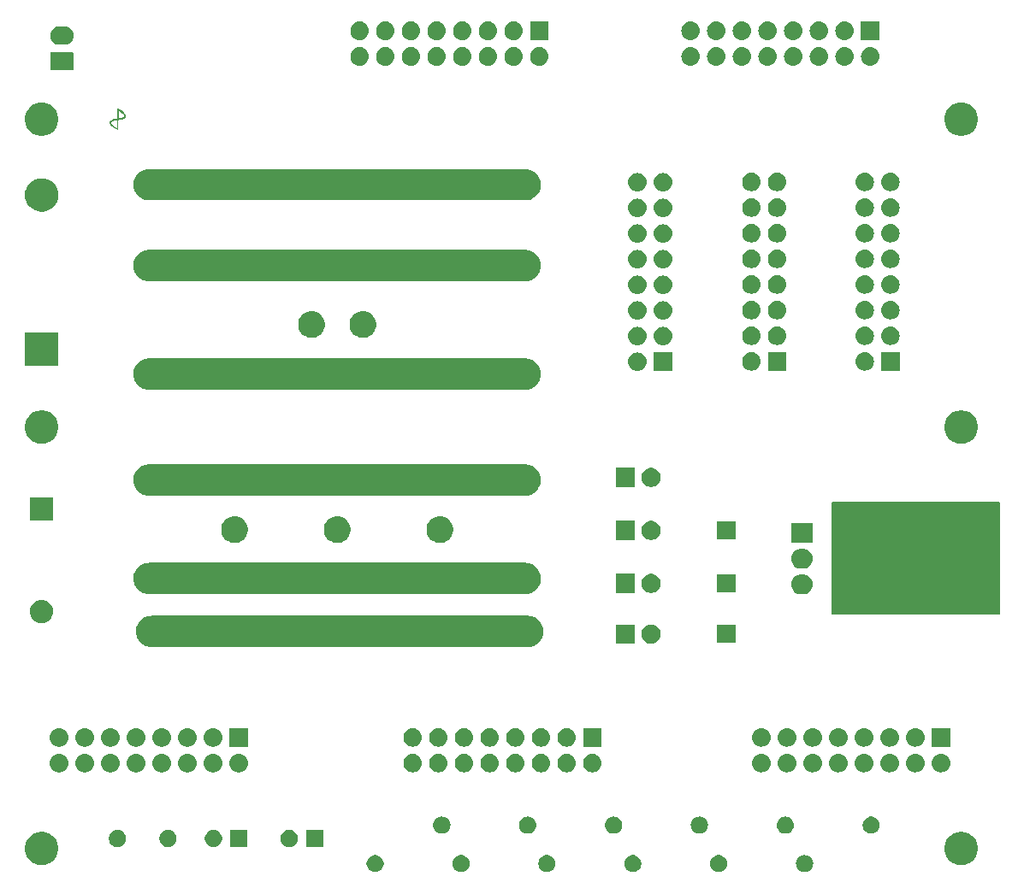
<source format=gbr>
G04 #@! TF.GenerationSoftware,KiCad,Pcbnew,(5.0.2)-1*
G04 #@! TF.CreationDate,2019-03-10T17:56:26+01:00*
G04 #@! TF.ProjectId,SnackBus_PSU,536e6163-6b42-4757-935f-5053552e6b69,rev?*
G04 #@! TF.SameCoordinates,Original*
G04 #@! TF.FileFunction,Soldermask,Top*
G04 #@! TF.FilePolarity,Negative*
%FSLAX46Y46*%
G04 Gerber Fmt 4.6, Leading zero omitted, Abs format (unit mm)*
G04 Created by KiCad (PCBNEW (5.0.2)-1) date 10-3-2019 17:56:26*
%MOMM*%
%LPD*%
G01*
G04 APERTURE LIST*
%ADD10C,0.150000*%
%ADD11C,0.010000*%
%ADD12C,0.100000*%
G04 APERTURE END LIST*
D10*
G36*
X82250000Y-48750000D02*
X98750000Y-48750000D01*
X98750000Y-59750000D01*
X82250000Y-59750000D01*
X82250000Y-48750000D01*
G37*
X82250000Y-48750000D02*
X98750000Y-48750000D01*
X98750000Y-59750000D01*
X82250000Y-59750000D01*
X82250000Y-48750000D01*
D11*
G04 #@! TO.C,REF\002A\002A*
G36*
X11491523Y-9707824D02*
X11537513Y-9729386D01*
X11598961Y-9761156D01*
X11660591Y-9794992D01*
X11835241Y-9898343D01*
X11978647Y-9994441D01*
X12092291Y-10084757D01*
X12177652Y-10170764D01*
X12236211Y-10253934D01*
X12269447Y-10335741D01*
X12278934Y-10410187D01*
X12275556Y-10455971D01*
X12261284Y-10492180D01*
X12229909Y-10531284D01*
X12206967Y-10554728D01*
X12120999Y-10621152D01*
X12033400Y-10664122D01*
X11972035Y-10683849D01*
X11891857Y-10705231D01*
X11802421Y-10726206D01*
X11713281Y-10744708D01*
X11633992Y-10758674D01*
X11574108Y-10766040D01*
X11558666Y-10766679D01*
X11516934Y-10766679D01*
X11514933Y-10991046D01*
X11513055Y-11102972D01*
X11509533Y-11231067D01*
X11504912Y-11357702D01*
X11500903Y-11444012D01*
X11488873Y-11672612D01*
X11485914Y-11494812D01*
X11484056Y-11411015D01*
X11481030Y-11305477D01*
X11477218Y-11190288D01*
X11473000Y-11077540D01*
X11471893Y-11050312D01*
X11460831Y-10783612D01*
X11416916Y-10783835D01*
X11365887Y-10788670D01*
X11292304Y-10801324D01*
X11205957Y-10819570D01*
X11116635Y-10841184D01*
X11034129Y-10863941D01*
X10968226Y-10885614D01*
X10966808Y-10886148D01*
X10904251Y-10914510D01*
X10847950Y-10947925D01*
X10818642Y-10971299D01*
X10780305Y-11030316D01*
X10774220Y-11097821D01*
X10800000Y-11173277D01*
X10857254Y-11256144D01*
X10945595Y-11345885D01*
X11064634Y-11441960D01*
X11213981Y-11543832D01*
X11247068Y-11564616D01*
X11328990Y-11615449D01*
X11386273Y-11651126D01*
X11423055Y-11674350D01*
X11443472Y-11687824D01*
X11451661Y-11694251D01*
X11451760Y-11696332D01*
X11449200Y-11696653D01*
X11431754Y-11689474D01*
X11390671Y-11669486D01*
X11332205Y-11639805D01*
X11266873Y-11605792D01*
X11091487Y-11505766D01*
X10948969Y-11408070D01*
X10839266Y-11313418D01*
X10762325Y-11222526D01*
X10718092Y-11136108D01*
X10706516Y-11054878D01*
X10727542Y-10979551D01*
X10781120Y-10910841D01*
X10867194Y-10849463D01*
X10985714Y-10796132D01*
X11136625Y-10751561D01*
X11319875Y-10716466D01*
X11332797Y-10714546D01*
X11468067Y-10694767D01*
X11467759Y-10682012D01*
X11512109Y-10682012D01*
X11564214Y-10682012D01*
X11606874Y-10678551D01*
X11669268Y-10669462D01*
X11738121Y-10656689D01*
X11740193Y-10656260D01*
X11897111Y-10618089D01*
X12020880Y-10575549D01*
X12111978Y-10528298D01*
X12170883Y-10475992D01*
X12198072Y-10418286D01*
X12194023Y-10354839D01*
X12186980Y-10335091D01*
X12144251Y-10264522D01*
X12072726Y-10185194D01*
X11975514Y-10099706D01*
X11855724Y-10010655D01*
X11716467Y-9920638D01*
X11631233Y-9870829D01*
X11533867Y-9815927D01*
X11533867Y-10144885D01*
X11533296Y-10255264D01*
X11531711Y-10361520D01*
X11529300Y-10456100D01*
X11526254Y-10531452D01*
X11522988Y-10577928D01*
X11512109Y-10682012D01*
X11467759Y-10682012D01*
X11456053Y-10197323D01*
X11452750Y-10052188D01*
X11450697Y-9937518D01*
X11449973Y-9849934D01*
X11450660Y-9786054D01*
X11452838Y-9742498D01*
X11456587Y-9715885D01*
X11461988Y-9702834D01*
X11467899Y-9699879D01*
X11491523Y-9707824D01*
X11491523Y-9707824D01*
G37*
X11491523Y-9707824D02*
X11537513Y-9729386D01*
X11598961Y-9761156D01*
X11660591Y-9794992D01*
X11835241Y-9898343D01*
X11978647Y-9994441D01*
X12092291Y-10084757D01*
X12177652Y-10170764D01*
X12236211Y-10253934D01*
X12269447Y-10335741D01*
X12278934Y-10410187D01*
X12275556Y-10455971D01*
X12261284Y-10492180D01*
X12229909Y-10531284D01*
X12206967Y-10554728D01*
X12120999Y-10621152D01*
X12033400Y-10664122D01*
X11972035Y-10683849D01*
X11891857Y-10705231D01*
X11802421Y-10726206D01*
X11713281Y-10744708D01*
X11633992Y-10758674D01*
X11574108Y-10766040D01*
X11558666Y-10766679D01*
X11516934Y-10766679D01*
X11514933Y-10991046D01*
X11513055Y-11102972D01*
X11509533Y-11231067D01*
X11504912Y-11357702D01*
X11500903Y-11444012D01*
X11488873Y-11672612D01*
X11485914Y-11494812D01*
X11484056Y-11411015D01*
X11481030Y-11305477D01*
X11477218Y-11190288D01*
X11473000Y-11077540D01*
X11471893Y-11050312D01*
X11460831Y-10783612D01*
X11416916Y-10783835D01*
X11365887Y-10788670D01*
X11292304Y-10801324D01*
X11205957Y-10819570D01*
X11116635Y-10841184D01*
X11034129Y-10863941D01*
X10968226Y-10885614D01*
X10966808Y-10886148D01*
X10904251Y-10914510D01*
X10847950Y-10947925D01*
X10818642Y-10971299D01*
X10780305Y-11030316D01*
X10774220Y-11097821D01*
X10800000Y-11173277D01*
X10857254Y-11256144D01*
X10945595Y-11345885D01*
X11064634Y-11441960D01*
X11213981Y-11543832D01*
X11247068Y-11564616D01*
X11328990Y-11615449D01*
X11386273Y-11651126D01*
X11423055Y-11674350D01*
X11443472Y-11687824D01*
X11451661Y-11694251D01*
X11451760Y-11696332D01*
X11449200Y-11696653D01*
X11431754Y-11689474D01*
X11390671Y-11669486D01*
X11332205Y-11639805D01*
X11266873Y-11605792D01*
X11091487Y-11505766D01*
X10948969Y-11408070D01*
X10839266Y-11313418D01*
X10762325Y-11222526D01*
X10718092Y-11136108D01*
X10706516Y-11054878D01*
X10727542Y-10979551D01*
X10781120Y-10910841D01*
X10867194Y-10849463D01*
X10985714Y-10796132D01*
X11136625Y-10751561D01*
X11319875Y-10716466D01*
X11332797Y-10714546D01*
X11468067Y-10694767D01*
X11467759Y-10682012D01*
X11512109Y-10682012D01*
X11564214Y-10682012D01*
X11606874Y-10678551D01*
X11669268Y-10669462D01*
X11738121Y-10656689D01*
X11740193Y-10656260D01*
X11897111Y-10618089D01*
X12020880Y-10575549D01*
X12111978Y-10528298D01*
X12170883Y-10475992D01*
X12198072Y-10418286D01*
X12194023Y-10354839D01*
X12186980Y-10335091D01*
X12144251Y-10264522D01*
X12072726Y-10185194D01*
X11975514Y-10099706D01*
X11855724Y-10010655D01*
X11716467Y-9920638D01*
X11631233Y-9870829D01*
X11533867Y-9815927D01*
X11533867Y-10144885D01*
X11533296Y-10255264D01*
X11531711Y-10361520D01*
X11529300Y-10456100D01*
X11526254Y-10531452D01*
X11522988Y-10577928D01*
X11512109Y-10682012D01*
X11467759Y-10682012D01*
X11456053Y-10197323D01*
X11452750Y-10052188D01*
X11450697Y-9937518D01*
X11449973Y-9849934D01*
X11450660Y-9786054D01*
X11452838Y-9742498D01*
X11456587Y-9715885D01*
X11461988Y-9702834D01*
X11467899Y-9699879D01*
X11491523Y-9707824D01*
D12*
G36*
X79666807Y-83661313D02*
X79666810Y-83661314D01*
X79666811Y-83661314D01*
X79827225Y-83709975D01*
X79827227Y-83709976D01*
X79827230Y-83709977D01*
X79975064Y-83788995D01*
X80104645Y-83895341D01*
X80210991Y-84024922D01*
X80290009Y-84172756D01*
X80290010Y-84172759D01*
X80290011Y-84172761D01*
X80323274Y-84282415D01*
X80338673Y-84333179D01*
X80355103Y-84500000D01*
X80338673Y-84666821D01*
X80338672Y-84666824D01*
X80338672Y-84666825D01*
X80313979Y-84748228D01*
X80290009Y-84827244D01*
X80210991Y-84975078D01*
X80104645Y-85104659D01*
X79975064Y-85211005D01*
X79827230Y-85290023D01*
X79827227Y-85290024D01*
X79827225Y-85290025D01*
X79666811Y-85338686D01*
X79666810Y-85338686D01*
X79666807Y-85338687D01*
X79541790Y-85351000D01*
X79458182Y-85351000D01*
X79333165Y-85338687D01*
X79333162Y-85338686D01*
X79333161Y-85338686D01*
X79172747Y-85290025D01*
X79172745Y-85290024D01*
X79172742Y-85290023D01*
X79024908Y-85211005D01*
X78895327Y-85104659D01*
X78788981Y-84975078D01*
X78709963Y-84827244D01*
X78685994Y-84748228D01*
X78661300Y-84666825D01*
X78661300Y-84666824D01*
X78661299Y-84666821D01*
X78644869Y-84500000D01*
X78661299Y-84333179D01*
X78676698Y-84282415D01*
X78709961Y-84172761D01*
X78709962Y-84172759D01*
X78709963Y-84172756D01*
X78788981Y-84024922D01*
X78895327Y-83895341D01*
X79024908Y-83788995D01*
X79172742Y-83709977D01*
X79172745Y-83709976D01*
X79172747Y-83709975D01*
X79333161Y-83661314D01*
X79333162Y-83661314D01*
X79333165Y-83661313D01*
X79458182Y-83649000D01*
X79541790Y-83649000D01*
X79666807Y-83661313D01*
X79666807Y-83661313D01*
G37*
G36*
X71248228Y-83681703D02*
X71403100Y-83745853D01*
X71542481Y-83838985D01*
X71661015Y-83957519D01*
X71754147Y-84096900D01*
X71818297Y-84251772D01*
X71851000Y-84416184D01*
X71851000Y-84583816D01*
X71818297Y-84748228D01*
X71754147Y-84903100D01*
X71661015Y-85042481D01*
X71542481Y-85161015D01*
X71403100Y-85254147D01*
X71248228Y-85318297D01*
X71083816Y-85351000D01*
X70916184Y-85351000D01*
X70751772Y-85318297D01*
X70596900Y-85254147D01*
X70457519Y-85161015D01*
X70338985Y-85042481D01*
X70245853Y-84903100D01*
X70181703Y-84748228D01*
X70149000Y-84583816D01*
X70149000Y-84416184D01*
X70181703Y-84251772D01*
X70245853Y-84096900D01*
X70338985Y-83957519D01*
X70457519Y-83838985D01*
X70596900Y-83745853D01*
X70751772Y-83681703D01*
X70916184Y-83649000D01*
X71083816Y-83649000D01*
X71248228Y-83681703D01*
X71248228Y-83681703D01*
G37*
G36*
X37248228Y-83681703D02*
X37403100Y-83745853D01*
X37542481Y-83838985D01*
X37661015Y-83957519D01*
X37754147Y-84096900D01*
X37818297Y-84251772D01*
X37851000Y-84416184D01*
X37851000Y-84583816D01*
X37818297Y-84748228D01*
X37754147Y-84903100D01*
X37661015Y-85042481D01*
X37542481Y-85161015D01*
X37403100Y-85254147D01*
X37248228Y-85318297D01*
X37083816Y-85351000D01*
X36916184Y-85351000D01*
X36751772Y-85318297D01*
X36596900Y-85254147D01*
X36457519Y-85161015D01*
X36338985Y-85042481D01*
X36245853Y-84903100D01*
X36181703Y-84748228D01*
X36149000Y-84583816D01*
X36149000Y-84416184D01*
X36181703Y-84251772D01*
X36245853Y-84096900D01*
X36338985Y-83957519D01*
X36457519Y-83838985D01*
X36596900Y-83745853D01*
X36751772Y-83681703D01*
X36916184Y-83649000D01*
X37083816Y-83649000D01*
X37248228Y-83681703D01*
X37248228Y-83681703D01*
G37*
G36*
X45748228Y-83681703D02*
X45903100Y-83745853D01*
X46042481Y-83838985D01*
X46161015Y-83957519D01*
X46254147Y-84096900D01*
X46318297Y-84251772D01*
X46351000Y-84416184D01*
X46351000Y-84583816D01*
X46318297Y-84748228D01*
X46254147Y-84903100D01*
X46161015Y-85042481D01*
X46042481Y-85161015D01*
X45903100Y-85254147D01*
X45748228Y-85318297D01*
X45583816Y-85351000D01*
X45416184Y-85351000D01*
X45251772Y-85318297D01*
X45096900Y-85254147D01*
X44957519Y-85161015D01*
X44838985Y-85042481D01*
X44745853Y-84903100D01*
X44681703Y-84748228D01*
X44649000Y-84583816D01*
X44649000Y-84416184D01*
X44681703Y-84251772D01*
X44745853Y-84096900D01*
X44838985Y-83957519D01*
X44957519Y-83838985D01*
X45096900Y-83745853D01*
X45251772Y-83681703D01*
X45416184Y-83649000D01*
X45583816Y-83649000D01*
X45748228Y-83681703D01*
X45748228Y-83681703D01*
G37*
G36*
X62748228Y-83681703D02*
X62903100Y-83745853D01*
X63042481Y-83838985D01*
X63161015Y-83957519D01*
X63254147Y-84096900D01*
X63318297Y-84251772D01*
X63351000Y-84416184D01*
X63351000Y-84583816D01*
X63318297Y-84748228D01*
X63254147Y-84903100D01*
X63161015Y-85042481D01*
X63042481Y-85161015D01*
X62903100Y-85254147D01*
X62748228Y-85318297D01*
X62583816Y-85351000D01*
X62416184Y-85351000D01*
X62251772Y-85318297D01*
X62096900Y-85254147D01*
X61957519Y-85161015D01*
X61838985Y-85042481D01*
X61745853Y-84903100D01*
X61681703Y-84748228D01*
X61649000Y-84583816D01*
X61649000Y-84416184D01*
X61681703Y-84251772D01*
X61745853Y-84096900D01*
X61838985Y-83957519D01*
X61957519Y-83838985D01*
X62096900Y-83745853D01*
X62251772Y-83681703D01*
X62416184Y-83649000D01*
X62583816Y-83649000D01*
X62748228Y-83681703D01*
X62748228Y-83681703D01*
G37*
G36*
X54248228Y-83681703D02*
X54403100Y-83745853D01*
X54542481Y-83838985D01*
X54661015Y-83957519D01*
X54754147Y-84096900D01*
X54818297Y-84251772D01*
X54851000Y-84416184D01*
X54851000Y-84583816D01*
X54818297Y-84748228D01*
X54754147Y-84903100D01*
X54661015Y-85042481D01*
X54542481Y-85161015D01*
X54403100Y-85254147D01*
X54248228Y-85318297D01*
X54083816Y-85351000D01*
X53916184Y-85351000D01*
X53751772Y-85318297D01*
X53596900Y-85254147D01*
X53457519Y-85161015D01*
X53338985Y-85042481D01*
X53245853Y-84903100D01*
X53181703Y-84748228D01*
X53149000Y-84583816D01*
X53149000Y-84416184D01*
X53181703Y-84251772D01*
X53245853Y-84096900D01*
X53338985Y-83957519D01*
X53457519Y-83838985D01*
X53596900Y-83745853D01*
X53751772Y-83681703D01*
X53916184Y-83649000D01*
X54083816Y-83649000D01*
X54248228Y-83681703D01*
X54248228Y-83681703D01*
G37*
G36*
X4375256Y-81391298D02*
X4481579Y-81412447D01*
X4694037Y-81500450D01*
X4762205Y-81528686D01*
X4782042Y-81536903D01*
X5048852Y-81715180D01*
X5052454Y-81717587D01*
X5282413Y-81947546D01*
X5463098Y-82217960D01*
X5587553Y-82518422D01*
X5651000Y-82837389D01*
X5651000Y-83162611D01*
X5587553Y-83481578D01*
X5463098Y-83782040D01*
X5282413Y-84052454D01*
X5052454Y-84282413D01*
X5052451Y-84282415D01*
X4782042Y-84463097D01*
X4481579Y-84587553D01*
X4375256Y-84608702D01*
X4162611Y-84651000D01*
X3837389Y-84651000D01*
X3624744Y-84608702D01*
X3518421Y-84587553D01*
X3217958Y-84463097D01*
X2947549Y-84282415D01*
X2947546Y-84282413D01*
X2717587Y-84052454D01*
X2536902Y-83782040D01*
X2412447Y-83481578D01*
X2349000Y-83162611D01*
X2349000Y-82837389D01*
X2412447Y-82518422D01*
X2536902Y-82217960D01*
X2717587Y-81947546D01*
X2947546Y-81717587D01*
X2951148Y-81715180D01*
X3217958Y-81536903D01*
X3237796Y-81528686D01*
X3305963Y-81500450D01*
X3518421Y-81412447D01*
X3624744Y-81391298D01*
X3837389Y-81349000D01*
X4162611Y-81349000D01*
X4375256Y-81391298D01*
X4375256Y-81391298D01*
G37*
G36*
X95375256Y-81391298D02*
X95481579Y-81412447D01*
X95694037Y-81500450D01*
X95762205Y-81528686D01*
X95782042Y-81536903D01*
X96048852Y-81715180D01*
X96052454Y-81717587D01*
X96282413Y-81947546D01*
X96463098Y-82217960D01*
X96587553Y-82518422D01*
X96651000Y-82837389D01*
X96651000Y-83162611D01*
X96587553Y-83481578D01*
X96463098Y-83782040D01*
X96282413Y-84052454D01*
X96052454Y-84282413D01*
X96052451Y-84282415D01*
X95782042Y-84463097D01*
X95481579Y-84587553D01*
X95375256Y-84608702D01*
X95162611Y-84651000D01*
X94837389Y-84651000D01*
X94624744Y-84608702D01*
X94518421Y-84587553D01*
X94217958Y-84463097D01*
X93947549Y-84282415D01*
X93947546Y-84282413D01*
X93717587Y-84052454D01*
X93536902Y-83782040D01*
X93412447Y-83481578D01*
X93349000Y-83162611D01*
X93349000Y-82837389D01*
X93412447Y-82518422D01*
X93536902Y-82217960D01*
X93717587Y-81947546D01*
X93947546Y-81717587D01*
X93951148Y-81715180D01*
X94217958Y-81536903D01*
X94237796Y-81528686D01*
X94305963Y-81500450D01*
X94518421Y-81412447D01*
X94624744Y-81391298D01*
X94837389Y-81349000D01*
X95162611Y-81349000D01*
X95375256Y-81391298D01*
X95375256Y-81391298D01*
G37*
G36*
X24351000Y-82851000D02*
X22649000Y-82851000D01*
X22649000Y-81149000D01*
X24351000Y-81149000D01*
X24351000Y-82851000D01*
X24351000Y-82851000D01*
G37*
G36*
X28748228Y-81181703D02*
X28903100Y-81245853D01*
X29042481Y-81338985D01*
X29161015Y-81457519D01*
X29254147Y-81596900D01*
X29318297Y-81751772D01*
X29351000Y-81916184D01*
X29351000Y-82083816D01*
X29318297Y-82248228D01*
X29254147Y-82403100D01*
X29161015Y-82542481D01*
X29042481Y-82661015D01*
X28903100Y-82754147D01*
X28748228Y-82818297D01*
X28583816Y-82851000D01*
X28416184Y-82851000D01*
X28251772Y-82818297D01*
X28096900Y-82754147D01*
X27957519Y-82661015D01*
X27838985Y-82542481D01*
X27745853Y-82403100D01*
X27681703Y-82248228D01*
X27649000Y-82083816D01*
X27649000Y-81916184D01*
X27681703Y-81751772D01*
X27745853Y-81596900D01*
X27838985Y-81457519D01*
X27957519Y-81338985D01*
X28096900Y-81245853D01*
X28251772Y-81181703D01*
X28416184Y-81149000D01*
X28583816Y-81149000D01*
X28748228Y-81181703D01*
X28748228Y-81181703D01*
G37*
G36*
X21248228Y-81181703D02*
X21403100Y-81245853D01*
X21542481Y-81338985D01*
X21661015Y-81457519D01*
X21754147Y-81596900D01*
X21818297Y-81751772D01*
X21851000Y-81916184D01*
X21851000Y-82083816D01*
X21818297Y-82248228D01*
X21754147Y-82403100D01*
X21661015Y-82542481D01*
X21542481Y-82661015D01*
X21403100Y-82754147D01*
X21248228Y-82818297D01*
X21083816Y-82851000D01*
X20916184Y-82851000D01*
X20751772Y-82818297D01*
X20596900Y-82754147D01*
X20457519Y-82661015D01*
X20338985Y-82542481D01*
X20245853Y-82403100D01*
X20181703Y-82248228D01*
X20149000Y-82083816D01*
X20149000Y-81916184D01*
X20181703Y-81751772D01*
X20245853Y-81596900D01*
X20338985Y-81457519D01*
X20457519Y-81338985D01*
X20596900Y-81245853D01*
X20751772Y-81181703D01*
X20916184Y-81149000D01*
X21083816Y-81149000D01*
X21248228Y-81181703D01*
X21248228Y-81181703D01*
G37*
G36*
X31851000Y-82851000D02*
X30149000Y-82851000D01*
X30149000Y-81149000D01*
X31851000Y-81149000D01*
X31851000Y-82851000D01*
X31851000Y-82851000D01*
G37*
G36*
X16748228Y-81181703D02*
X16903100Y-81245853D01*
X17042481Y-81338985D01*
X17161015Y-81457519D01*
X17254147Y-81596900D01*
X17318297Y-81751772D01*
X17351000Y-81916184D01*
X17351000Y-82083816D01*
X17318297Y-82248228D01*
X17254147Y-82403100D01*
X17161015Y-82542481D01*
X17042481Y-82661015D01*
X16903100Y-82754147D01*
X16748228Y-82818297D01*
X16583816Y-82851000D01*
X16416184Y-82851000D01*
X16251772Y-82818297D01*
X16096900Y-82754147D01*
X15957519Y-82661015D01*
X15838985Y-82542481D01*
X15745853Y-82403100D01*
X15681703Y-82248228D01*
X15649000Y-82083816D01*
X15649000Y-81916184D01*
X15681703Y-81751772D01*
X15745853Y-81596900D01*
X15838985Y-81457519D01*
X15957519Y-81338985D01*
X16096900Y-81245853D01*
X16251772Y-81181703D01*
X16416184Y-81149000D01*
X16583816Y-81149000D01*
X16748228Y-81181703D01*
X16748228Y-81181703D01*
G37*
G36*
X11748228Y-81181703D02*
X11903100Y-81245853D01*
X12042481Y-81338985D01*
X12161015Y-81457519D01*
X12254147Y-81596900D01*
X12318297Y-81751772D01*
X12351000Y-81916184D01*
X12351000Y-82083816D01*
X12318297Y-82248228D01*
X12254147Y-82403100D01*
X12161015Y-82542481D01*
X12042481Y-82661015D01*
X11903100Y-82754147D01*
X11748228Y-82818297D01*
X11583816Y-82851000D01*
X11416184Y-82851000D01*
X11251772Y-82818297D01*
X11096900Y-82754147D01*
X10957519Y-82661015D01*
X10838985Y-82542481D01*
X10745853Y-82403100D01*
X10681703Y-82248228D01*
X10649000Y-82083816D01*
X10649000Y-81916184D01*
X10681703Y-81751772D01*
X10745853Y-81596900D01*
X10838985Y-81457519D01*
X10957519Y-81338985D01*
X11096900Y-81245853D01*
X11251772Y-81181703D01*
X11416184Y-81149000D01*
X11583816Y-81149000D01*
X11748228Y-81181703D01*
X11748228Y-81181703D01*
G37*
G36*
X77765935Y-79851313D02*
X77765938Y-79851314D01*
X77765939Y-79851314D01*
X77926353Y-79899975D01*
X77926355Y-79899976D01*
X77926358Y-79899977D01*
X78074192Y-79978995D01*
X78203773Y-80085341D01*
X78310119Y-80214922D01*
X78389137Y-80362756D01*
X78389138Y-80362759D01*
X78389139Y-80362761D01*
X78437800Y-80523175D01*
X78437801Y-80523179D01*
X78454231Y-80690000D01*
X78437801Y-80856821D01*
X78437800Y-80856824D01*
X78437800Y-80856825D01*
X78413107Y-80938228D01*
X78389137Y-81017244D01*
X78310119Y-81165078D01*
X78203773Y-81294659D01*
X78074192Y-81401005D01*
X77926358Y-81480023D01*
X77926355Y-81480024D01*
X77926353Y-81480025D01*
X77765939Y-81528686D01*
X77765938Y-81528686D01*
X77765935Y-81528687D01*
X77640918Y-81541000D01*
X77557310Y-81541000D01*
X77432293Y-81528687D01*
X77432290Y-81528686D01*
X77432289Y-81528686D01*
X77271875Y-81480025D01*
X77271873Y-81480024D01*
X77271870Y-81480023D01*
X77124036Y-81401005D01*
X76994455Y-81294659D01*
X76888109Y-81165078D01*
X76809091Y-81017244D01*
X76785122Y-80938228D01*
X76760428Y-80856825D01*
X76760428Y-80856824D01*
X76760427Y-80856821D01*
X76743997Y-80690000D01*
X76760427Y-80523179D01*
X76760428Y-80523175D01*
X76809089Y-80362761D01*
X76809090Y-80362759D01*
X76809091Y-80362756D01*
X76888109Y-80214922D01*
X76994455Y-80085341D01*
X77124036Y-79978995D01*
X77271870Y-79899977D01*
X77271873Y-79899976D01*
X77271875Y-79899975D01*
X77432289Y-79851314D01*
X77432290Y-79851314D01*
X77432293Y-79851313D01*
X77557310Y-79839000D01*
X77640918Y-79839000D01*
X77765935Y-79851313D01*
X77765935Y-79851313D01*
G37*
G36*
X69265935Y-79851313D02*
X69265938Y-79851314D01*
X69265939Y-79851314D01*
X69426353Y-79899975D01*
X69426355Y-79899976D01*
X69426358Y-79899977D01*
X69574192Y-79978995D01*
X69703773Y-80085341D01*
X69810119Y-80214922D01*
X69889137Y-80362756D01*
X69889138Y-80362759D01*
X69889139Y-80362761D01*
X69937800Y-80523175D01*
X69937801Y-80523179D01*
X69954231Y-80690000D01*
X69937801Y-80856821D01*
X69937800Y-80856824D01*
X69937800Y-80856825D01*
X69913107Y-80938228D01*
X69889137Y-81017244D01*
X69810119Y-81165078D01*
X69703773Y-81294659D01*
X69574192Y-81401005D01*
X69426358Y-81480023D01*
X69426355Y-81480024D01*
X69426353Y-81480025D01*
X69265939Y-81528686D01*
X69265938Y-81528686D01*
X69265935Y-81528687D01*
X69140918Y-81541000D01*
X69057310Y-81541000D01*
X68932293Y-81528687D01*
X68932290Y-81528686D01*
X68932289Y-81528686D01*
X68771875Y-81480025D01*
X68771873Y-81480024D01*
X68771870Y-81480023D01*
X68624036Y-81401005D01*
X68494455Y-81294659D01*
X68388109Y-81165078D01*
X68309091Y-81017244D01*
X68285122Y-80938228D01*
X68260428Y-80856825D01*
X68260428Y-80856824D01*
X68260427Y-80856821D01*
X68243997Y-80690000D01*
X68260427Y-80523179D01*
X68260428Y-80523175D01*
X68309089Y-80362761D01*
X68309090Y-80362759D01*
X68309091Y-80362756D01*
X68388109Y-80214922D01*
X68494455Y-80085341D01*
X68624036Y-79978995D01*
X68771870Y-79899977D01*
X68771873Y-79899976D01*
X68771875Y-79899975D01*
X68932289Y-79851314D01*
X68932290Y-79851314D01*
X68932293Y-79851313D01*
X69057310Y-79839000D01*
X69140918Y-79839000D01*
X69265935Y-79851313D01*
X69265935Y-79851313D01*
G37*
G36*
X86347328Y-79871703D02*
X86502200Y-79935853D01*
X86641581Y-80028985D01*
X86760115Y-80147519D01*
X86853247Y-80286900D01*
X86917397Y-80441772D01*
X86950100Y-80606184D01*
X86950100Y-80773816D01*
X86917397Y-80938228D01*
X86853247Y-81093100D01*
X86760115Y-81232481D01*
X86641581Y-81351015D01*
X86502200Y-81444147D01*
X86347328Y-81508297D01*
X86182916Y-81541000D01*
X86015284Y-81541000D01*
X85850872Y-81508297D01*
X85696000Y-81444147D01*
X85556619Y-81351015D01*
X85438085Y-81232481D01*
X85344953Y-81093100D01*
X85280803Y-80938228D01*
X85248100Y-80773816D01*
X85248100Y-80606184D01*
X85280803Y-80441772D01*
X85344953Y-80286900D01*
X85438085Y-80147519D01*
X85556619Y-80028985D01*
X85696000Y-79935853D01*
X85850872Y-79871703D01*
X86015284Y-79839000D01*
X86182916Y-79839000D01*
X86347328Y-79871703D01*
X86347328Y-79871703D01*
G37*
G36*
X52265935Y-79851313D02*
X52265938Y-79851314D01*
X52265939Y-79851314D01*
X52426353Y-79899975D01*
X52426355Y-79899976D01*
X52426358Y-79899977D01*
X52574192Y-79978995D01*
X52703773Y-80085341D01*
X52810119Y-80214922D01*
X52889137Y-80362756D01*
X52889138Y-80362759D01*
X52889139Y-80362761D01*
X52937800Y-80523175D01*
X52937801Y-80523179D01*
X52954231Y-80690000D01*
X52937801Y-80856821D01*
X52937800Y-80856824D01*
X52937800Y-80856825D01*
X52913107Y-80938228D01*
X52889137Y-81017244D01*
X52810119Y-81165078D01*
X52703773Y-81294659D01*
X52574192Y-81401005D01*
X52426358Y-81480023D01*
X52426355Y-81480024D01*
X52426353Y-81480025D01*
X52265939Y-81528686D01*
X52265938Y-81528686D01*
X52265935Y-81528687D01*
X52140918Y-81541000D01*
X52057310Y-81541000D01*
X51932293Y-81528687D01*
X51932290Y-81528686D01*
X51932289Y-81528686D01*
X51771875Y-81480025D01*
X51771873Y-81480024D01*
X51771870Y-81480023D01*
X51624036Y-81401005D01*
X51494455Y-81294659D01*
X51388109Y-81165078D01*
X51309091Y-81017244D01*
X51285122Y-80938228D01*
X51260428Y-80856825D01*
X51260428Y-80856824D01*
X51260427Y-80856821D01*
X51243997Y-80690000D01*
X51260427Y-80523179D01*
X51260428Y-80523175D01*
X51309089Y-80362761D01*
X51309090Y-80362759D01*
X51309091Y-80362756D01*
X51388109Y-80214922D01*
X51494455Y-80085341D01*
X51624036Y-79978995D01*
X51771870Y-79899977D01*
X51771873Y-79899976D01*
X51771875Y-79899975D01*
X51932289Y-79851314D01*
X51932290Y-79851314D01*
X51932293Y-79851313D01*
X52057310Y-79839000D01*
X52140918Y-79839000D01*
X52265935Y-79851313D01*
X52265935Y-79851313D01*
G37*
G36*
X43765935Y-79851313D02*
X43765938Y-79851314D01*
X43765939Y-79851314D01*
X43926353Y-79899975D01*
X43926355Y-79899976D01*
X43926358Y-79899977D01*
X44074192Y-79978995D01*
X44203773Y-80085341D01*
X44310119Y-80214922D01*
X44389137Y-80362756D01*
X44389138Y-80362759D01*
X44389139Y-80362761D01*
X44437800Y-80523175D01*
X44437801Y-80523179D01*
X44454231Y-80690000D01*
X44437801Y-80856821D01*
X44437800Y-80856824D01*
X44437800Y-80856825D01*
X44413107Y-80938228D01*
X44389137Y-81017244D01*
X44310119Y-81165078D01*
X44203773Y-81294659D01*
X44074192Y-81401005D01*
X43926358Y-81480023D01*
X43926355Y-81480024D01*
X43926353Y-81480025D01*
X43765939Y-81528686D01*
X43765938Y-81528686D01*
X43765935Y-81528687D01*
X43640918Y-81541000D01*
X43557310Y-81541000D01*
X43432293Y-81528687D01*
X43432290Y-81528686D01*
X43432289Y-81528686D01*
X43271875Y-81480025D01*
X43271873Y-81480024D01*
X43271870Y-81480023D01*
X43124036Y-81401005D01*
X42994455Y-81294659D01*
X42888109Y-81165078D01*
X42809091Y-81017244D01*
X42785122Y-80938228D01*
X42760428Y-80856825D01*
X42760428Y-80856824D01*
X42760427Y-80856821D01*
X42743997Y-80690000D01*
X42760427Y-80523179D01*
X42760428Y-80523175D01*
X42809089Y-80362761D01*
X42809090Y-80362759D01*
X42809091Y-80362756D01*
X42888109Y-80214922D01*
X42994455Y-80085341D01*
X43124036Y-79978995D01*
X43271870Y-79899977D01*
X43271873Y-79899976D01*
X43271875Y-79899975D01*
X43432289Y-79851314D01*
X43432290Y-79851314D01*
X43432293Y-79851313D01*
X43557310Y-79839000D01*
X43640918Y-79839000D01*
X43765935Y-79851313D01*
X43765935Y-79851313D01*
G37*
G36*
X60765935Y-79851313D02*
X60765938Y-79851314D01*
X60765939Y-79851314D01*
X60926353Y-79899975D01*
X60926355Y-79899976D01*
X60926358Y-79899977D01*
X61074192Y-79978995D01*
X61203773Y-80085341D01*
X61310119Y-80214922D01*
X61389137Y-80362756D01*
X61389138Y-80362759D01*
X61389139Y-80362761D01*
X61437800Y-80523175D01*
X61437801Y-80523179D01*
X61454231Y-80690000D01*
X61437801Y-80856821D01*
X61437800Y-80856824D01*
X61437800Y-80856825D01*
X61413107Y-80938228D01*
X61389137Y-81017244D01*
X61310119Y-81165078D01*
X61203773Y-81294659D01*
X61074192Y-81401005D01*
X60926358Y-81480023D01*
X60926355Y-81480024D01*
X60926353Y-81480025D01*
X60765939Y-81528686D01*
X60765938Y-81528686D01*
X60765935Y-81528687D01*
X60640918Y-81541000D01*
X60557310Y-81541000D01*
X60432293Y-81528687D01*
X60432290Y-81528686D01*
X60432289Y-81528686D01*
X60271875Y-81480025D01*
X60271873Y-81480024D01*
X60271870Y-81480023D01*
X60124036Y-81401005D01*
X59994455Y-81294659D01*
X59888109Y-81165078D01*
X59809091Y-81017244D01*
X59785122Y-80938228D01*
X59760428Y-80856825D01*
X59760428Y-80856824D01*
X59760427Y-80856821D01*
X59743997Y-80690000D01*
X59760427Y-80523179D01*
X59760428Y-80523175D01*
X59809089Y-80362761D01*
X59809090Y-80362759D01*
X59809091Y-80362756D01*
X59888109Y-80214922D01*
X59994455Y-80085341D01*
X60124036Y-79978995D01*
X60271870Y-79899977D01*
X60271873Y-79899976D01*
X60271875Y-79899975D01*
X60432289Y-79851314D01*
X60432290Y-79851314D01*
X60432293Y-79851313D01*
X60557310Y-79839000D01*
X60640918Y-79839000D01*
X60765935Y-79851313D01*
X60765935Y-79851313D01*
G37*
G36*
X18599294Y-73638633D02*
X18771694Y-73690931D01*
X18771696Y-73690932D01*
X18930583Y-73775859D01*
X18930585Y-73775860D01*
X18930584Y-73775860D01*
X19069849Y-73890151D01*
X19184140Y-74029416D01*
X19269069Y-74188306D01*
X19321367Y-74360706D01*
X19339025Y-74540000D01*
X19321367Y-74719294D01*
X19269069Y-74891694D01*
X19269068Y-74891696D01*
X19184141Y-75050583D01*
X19069849Y-75189849D01*
X18930583Y-75304141D01*
X18771696Y-75389068D01*
X18771694Y-75389069D01*
X18599294Y-75441367D01*
X18464931Y-75454600D01*
X18375069Y-75454600D01*
X18240706Y-75441367D01*
X18068306Y-75389069D01*
X18068304Y-75389068D01*
X17909417Y-75304141D01*
X17770151Y-75189849D01*
X17655859Y-75050583D01*
X17570932Y-74891696D01*
X17570931Y-74891694D01*
X17518633Y-74719294D01*
X17500975Y-74540000D01*
X17518633Y-74360706D01*
X17570931Y-74188306D01*
X17655860Y-74029416D01*
X17770151Y-73890151D01*
X17909416Y-73775860D01*
X17909415Y-73775860D01*
X17909417Y-73775859D01*
X18068304Y-73690932D01*
X18068306Y-73690931D01*
X18240706Y-73638633D01*
X18375069Y-73625400D01*
X18464931Y-73625400D01*
X18599294Y-73638633D01*
X18599294Y-73638633D01*
G37*
G36*
X80479294Y-73638633D02*
X80651694Y-73690931D01*
X80651696Y-73690932D01*
X80810583Y-73775859D01*
X80810585Y-73775860D01*
X80810584Y-73775860D01*
X80949849Y-73890151D01*
X81064140Y-74029416D01*
X81149069Y-74188306D01*
X81201367Y-74360706D01*
X81219025Y-74540000D01*
X81201367Y-74719294D01*
X81149069Y-74891694D01*
X81149068Y-74891696D01*
X81064141Y-75050583D01*
X80949849Y-75189849D01*
X80810583Y-75304141D01*
X80651696Y-75389068D01*
X80651694Y-75389069D01*
X80479294Y-75441367D01*
X80344931Y-75454600D01*
X80255069Y-75454600D01*
X80120706Y-75441367D01*
X79948306Y-75389069D01*
X79948304Y-75389068D01*
X79789417Y-75304141D01*
X79650151Y-75189849D01*
X79535859Y-75050583D01*
X79450932Y-74891696D01*
X79450931Y-74891694D01*
X79398633Y-74719294D01*
X79380975Y-74540000D01*
X79398633Y-74360706D01*
X79450931Y-74188306D01*
X79535860Y-74029416D01*
X79650151Y-73890151D01*
X79789416Y-73775860D01*
X79789415Y-73775860D01*
X79789417Y-73775859D01*
X79948304Y-73690932D01*
X79948306Y-73690931D01*
X80120706Y-73638633D01*
X80255069Y-73625400D01*
X80344931Y-73625400D01*
X80479294Y-73638633D01*
X80479294Y-73638633D01*
G37*
G36*
X77939294Y-73638633D02*
X78111694Y-73690931D01*
X78111696Y-73690932D01*
X78270583Y-73775859D01*
X78270585Y-73775860D01*
X78270584Y-73775860D01*
X78409849Y-73890151D01*
X78524140Y-74029416D01*
X78609069Y-74188306D01*
X78661367Y-74360706D01*
X78679025Y-74540000D01*
X78661367Y-74719294D01*
X78609069Y-74891694D01*
X78609068Y-74891696D01*
X78524141Y-75050583D01*
X78409849Y-75189849D01*
X78270583Y-75304141D01*
X78111696Y-75389068D01*
X78111694Y-75389069D01*
X77939294Y-75441367D01*
X77804931Y-75454600D01*
X77715069Y-75454600D01*
X77580706Y-75441367D01*
X77408306Y-75389069D01*
X77408304Y-75389068D01*
X77249417Y-75304141D01*
X77110151Y-75189849D01*
X76995859Y-75050583D01*
X76910932Y-74891696D01*
X76910931Y-74891694D01*
X76858633Y-74719294D01*
X76840975Y-74540000D01*
X76858633Y-74360706D01*
X76910931Y-74188306D01*
X76995860Y-74029416D01*
X77110151Y-73890151D01*
X77249416Y-73775860D01*
X77249415Y-73775860D01*
X77249417Y-73775859D01*
X77408304Y-73690932D01*
X77408306Y-73690931D01*
X77580706Y-73638633D01*
X77715069Y-73625400D01*
X77804931Y-73625400D01*
X77939294Y-73638633D01*
X77939294Y-73638633D01*
G37*
G36*
X75399294Y-73638633D02*
X75571694Y-73690931D01*
X75571696Y-73690932D01*
X75730583Y-73775859D01*
X75730585Y-73775860D01*
X75730584Y-73775860D01*
X75869849Y-73890151D01*
X75984140Y-74029416D01*
X76069069Y-74188306D01*
X76121367Y-74360706D01*
X76139025Y-74540000D01*
X76121367Y-74719294D01*
X76069069Y-74891694D01*
X76069068Y-74891696D01*
X75984141Y-75050583D01*
X75869849Y-75189849D01*
X75730583Y-75304141D01*
X75571696Y-75389068D01*
X75571694Y-75389069D01*
X75399294Y-75441367D01*
X75264931Y-75454600D01*
X75175069Y-75454600D01*
X75040706Y-75441367D01*
X74868306Y-75389069D01*
X74868304Y-75389068D01*
X74709417Y-75304141D01*
X74570151Y-75189849D01*
X74455859Y-75050583D01*
X74370932Y-74891696D01*
X74370931Y-74891694D01*
X74318633Y-74719294D01*
X74300975Y-74540000D01*
X74318633Y-74360706D01*
X74370931Y-74188306D01*
X74455860Y-74029416D01*
X74570151Y-73890151D01*
X74709416Y-73775860D01*
X74709415Y-73775860D01*
X74709417Y-73775859D01*
X74868304Y-73690932D01*
X74868306Y-73690931D01*
X75040706Y-73638633D01*
X75175069Y-73625400D01*
X75264931Y-73625400D01*
X75399294Y-73638633D01*
X75399294Y-73638633D01*
G37*
G36*
X40899294Y-73638633D02*
X41071694Y-73690931D01*
X41071696Y-73690932D01*
X41230583Y-73775859D01*
X41230585Y-73775860D01*
X41230584Y-73775860D01*
X41369849Y-73890151D01*
X41484140Y-74029416D01*
X41569069Y-74188306D01*
X41621367Y-74360706D01*
X41639025Y-74540000D01*
X41621367Y-74719294D01*
X41569069Y-74891694D01*
X41569068Y-74891696D01*
X41484141Y-75050583D01*
X41369849Y-75189849D01*
X41230583Y-75304141D01*
X41071696Y-75389068D01*
X41071694Y-75389069D01*
X40899294Y-75441367D01*
X40764931Y-75454600D01*
X40675069Y-75454600D01*
X40540706Y-75441367D01*
X40368306Y-75389069D01*
X40368304Y-75389068D01*
X40209417Y-75304141D01*
X40070151Y-75189849D01*
X39955859Y-75050583D01*
X39870932Y-74891696D01*
X39870931Y-74891694D01*
X39818633Y-74719294D01*
X39800975Y-74540000D01*
X39818633Y-74360706D01*
X39870931Y-74188306D01*
X39955860Y-74029416D01*
X40070151Y-73890151D01*
X40209416Y-73775860D01*
X40209415Y-73775860D01*
X40209417Y-73775859D01*
X40368304Y-73690932D01*
X40368306Y-73690931D01*
X40540706Y-73638633D01*
X40675069Y-73625400D01*
X40764931Y-73625400D01*
X40899294Y-73638633D01*
X40899294Y-73638633D01*
G37*
G36*
X43439294Y-73638633D02*
X43611694Y-73690931D01*
X43611696Y-73690932D01*
X43770583Y-73775859D01*
X43770585Y-73775860D01*
X43770584Y-73775860D01*
X43909849Y-73890151D01*
X44024140Y-74029416D01*
X44109069Y-74188306D01*
X44161367Y-74360706D01*
X44179025Y-74540000D01*
X44161367Y-74719294D01*
X44109069Y-74891694D01*
X44109068Y-74891696D01*
X44024141Y-75050583D01*
X43909849Y-75189849D01*
X43770583Y-75304141D01*
X43611696Y-75389068D01*
X43611694Y-75389069D01*
X43439294Y-75441367D01*
X43304931Y-75454600D01*
X43215069Y-75454600D01*
X43080706Y-75441367D01*
X42908306Y-75389069D01*
X42908304Y-75389068D01*
X42749417Y-75304141D01*
X42610151Y-75189849D01*
X42495859Y-75050583D01*
X42410932Y-74891696D01*
X42410931Y-74891694D01*
X42358633Y-74719294D01*
X42340975Y-74540000D01*
X42358633Y-74360706D01*
X42410931Y-74188306D01*
X42495860Y-74029416D01*
X42610151Y-73890151D01*
X42749416Y-73775860D01*
X42749415Y-73775860D01*
X42749417Y-73775859D01*
X42908304Y-73690932D01*
X42908306Y-73690931D01*
X43080706Y-73638633D01*
X43215069Y-73625400D01*
X43304931Y-73625400D01*
X43439294Y-73638633D01*
X43439294Y-73638633D01*
G37*
G36*
X45979294Y-73638633D02*
X46151694Y-73690931D01*
X46151696Y-73690932D01*
X46310583Y-73775859D01*
X46310585Y-73775860D01*
X46310584Y-73775860D01*
X46449849Y-73890151D01*
X46564140Y-74029416D01*
X46649069Y-74188306D01*
X46701367Y-74360706D01*
X46719025Y-74540000D01*
X46701367Y-74719294D01*
X46649069Y-74891694D01*
X46649068Y-74891696D01*
X46564141Y-75050583D01*
X46449849Y-75189849D01*
X46310583Y-75304141D01*
X46151696Y-75389068D01*
X46151694Y-75389069D01*
X45979294Y-75441367D01*
X45844931Y-75454600D01*
X45755069Y-75454600D01*
X45620706Y-75441367D01*
X45448306Y-75389069D01*
X45448304Y-75389068D01*
X45289417Y-75304141D01*
X45150151Y-75189849D01*
X45035859Y-75050583D01*
X44950932Y-74891696D01*
X44950931Y-74891694D01*
X44898633Y-74719294D01*
X44880975Y-74540000D01*
X44898633Y-74360706D01*
X44950931Y-74188306D01*
X45035860Y-74029416D01*
X45150151Y-73890151D01*
X45289416Y-73775860D01*
X45289415Y-73775860D01*
X45289417Y-73775859D01*
X45448304Y-73690932D01*
X45448306Y-73690931D01*
X45620706Y-73638633D01*
X45755069Y-73625400D01*
X45844931Y-73625400D01*
X45979294Y-73638633D01*
X45979294Y-73638633D01*
G37*
G36*
X48519294Y-73638633D02*
X48691694Y-73690931D01*
X48691696Y-73690932D01*
X48850583Y-73775859D01*
X48850585Y-73775860D01*
X48850584Y-73775860D01*
X48989849Y-73890151D01*
X49104140Y-74029416D01*
X49189069Y-74188306D01*
X49241367Y-74360706D01*
X49259025Y-74540000D01*
X49241367Y-74719294D01*
X49189069Y-74891694D01*
X49189068Y-74891696D01*
X49104141Y-75050583D01*
X48989849Y-75189849D01*
X48850583Y-75304141D01*
X48691696Y-75389068D01*
X48691694Y-75389069D01*
X48519294Y-75441367D01*
X48384931Y-75454600D01*
X48295069Y-75454600D01*
X48160706Y-75441367D01*
X47988306Y-75389069D01*
X47988304Y-75389068D01*
X47829417Y-75304141D01*
X47690151Y-75189849D01*
X47575859Y-75050583D01*
X47490932Y-74891696D01*
X47490931Y-74891694D01*
X47438633Y-74719294D01*
X47420975Y-74540000D01*
X47438633Y-74360706D01*
X47490931Y-74188306D01*
X47575860Y-74029416D01*
X47690151Y-73890151D01*
X47829416Y-73775860D01*
X47829415Y-73775860D01*
X47829417Y-73775859D01*
X47988304Y-73690932D01*
X47988306Y-73690931D01*
X48160706Y-73638633D01*
X48295069Y-73625400D01*
X48384931Y-73625400D01*
X48519294Y-73638633D01*
X48519294Y-73638633D01*
G37*
G36*
X51059294Y-73638633D02*
X51231694Y-73690931D01*
X51231696Y-73690932D01*
X51390583Y-73775859D01*
X51390585Y-73775860D01*
X51390584Y-73775860D01*
X51529849Y-73890151D01*
X51644140Y-74029416D01*
X51729069Y-74188306D01*
X51781367Y-74360706D01*
X51799025Y-74540000D01*
X51781367Y-74719294D01*
X51729069Y-74891694D01*
X51729068Y-74891696D01*
X51644141Y-75050583D01*
X51529849Y-75189849D01*
X51390583Y-75304141D01*
X51231696Y-75389068D01*
X51231694Y-75389069D01*
X51059294Y-75441367D01*
X50924931Y-75454600D01*
X50835069Y-75454600D01*
X50700706Y-75441367D01*
X50528306Y-75389069D01*
X50528304Y-75389068D01*
X50369417Y-75304141D01*
X50230151Y-75189849D01*
X50115859Y-75050583D01*
X50030932Y-74891696D01*
X50030931Y-74891694D01*
X49978633Y-74719294D01*
X49960975Y-74540000D01*
X49978633Y-74360706D01*
X50030931Y-74188306D01*
X50115860Y-74029416D01*
X50230151Y-73890151D01*
X50369416Y-73775860D01*
X50369415Y-73775860D01*
X50369417Y-73775859D01*
X50528304Y-73690932D01*
X50528306Y-73690931D01*
X50700706Y-73638633D01*
X50835069Y-73625400D01*
X50924931Y-73625400D01*
X51059294Y-73638633D01*
X51059294Y-73638633D01*
G37*
G36*
X53599294Y-73638633D02*
X53771694Y-73690931D01*
X53771696Y-73690932D01*
X53930583Y-73775859D01*
X53930585Y-73775860D01*
X53930584Y-73775860D01*
X54069849Y-73890151D01*
X54184140Y-74029416D01*
X54269069Y-74188306D01*
X54321367Y-74360706D01*
X54339025Y-74540000D01*
X54321367Y-74719294D01*
X54269069Y-74891694D01*
X54269068Y-74891696D01*
X54184141Y-75050583D01*
X54069849Y-75189849D01*
X53930583Y-75304141D01*
X53771696Y-75389068D01*
X53771694Y-75389069D01*
X53599294Y-75441367D01*
X53464931Y-75454600D01*
X53375069Y-75454600D01*
X53240706Y-75441367D01*
X53068306Y-75389069D01*
X53068304Y-75389068D01*
X52909417Y-75304141D01*
X52770151Y-75189849D01*
X52655859Y-75050583D01*
X52570932Y-74891696D01*
X52570931Y-74891694D01*
X52518633Y-74719294D01*
X52500975Y-74540000D01*
X52518633Y-74360706D01*
X52570931Y-74188306D01*
X52655860Y-74029416D01*
X52770151Y-73890151D01*
X52909416Y-73775860D01*
X52909415Y-73775860D01*
X52909417Y-73775859D01*
X53068304Y-73690932D01*
X53068306Y-73690931D01*
X53240706Y-73638633D01*
X53375069Y-73625400D01*
X53464931Y-73625400D01*
X53599294Y-73638633D01*
X53599294Y-73638633D01*
G37*
G36*
X83019294Y-73638633D02*
X83191694Y-73690931D01*
X83191696Y-73690932D01*
X83350583Y-73775859D01*
X83350585Y-73775860D01*
X83350584Y-73775860D01*
X83489849Y-73890151D01*
X83604140Y-74029416D01*
X83689069Y-74188306D01*
X83741367Y-74360706D01*
X83759025Y-74540000D01*
X83741367Y-74719294D01*
X83689069Y-74891694D01*
X83689068Y-74891696D01*
X83604141Y-75050583D01*
X83489849Y-75189849D01*
X83350583Y-75304141D01*
X83191696Y-75389068D01*
X83191694Y-75389069D01*
X83019294Y-75441367D01*
X82884931Y-75454600D01*
X82795069Y-75454600D01*
X82660706Y-75441367D01*
X82488306Y-75389069D01*
X82488304Y-75389068D01*
X82329417Y-75304141D01*
X82190151Y-75189849D01*
X82075859Y-75050583D01*
X81990932Y-74891696D01*
X81990931Y-74891694D01*
X81938633Y-74719294D01*
X81920975Y-74540000D01*
X81938633Y-74360706D01*
X81990931Y-74188306D01*
X82075860Y-74029416D01*
X82190151Y-73890151D01*
X82329416Y-73775860D01*
X82329415Y-73775860D01*
X82329417Y-73775859D01*
X82488304Y-73690932D01*
X82488306Y-73690931D01*
X82660706Y-73638633D01*
X82795069Y-73625400D01*
X82884931Y-73625400D01*
X83019294Y-73638633D01*
X83019294Y-73638633D01*
G37*
G36*
X58679294Y-73638633D02*
X58851694Y-73690931D01*
X58851696Y-73690932D01*
X59010583Y-73775859D01*
X59010585Y-73775860D01*
X59010584Y-73775860D01*
X59149849Y-73890151D01*
X59264140Y-74029416D01*
X59349069Y-74188306D01*
X59401367Y-74360706D01*
X59419025Y-74540000D01*
X59401367Y-74719294D01*
X59349069Y-74891694D01*
X59349068Y-74891696D01*
X59264141Y-75050583D01*
X59149849Y-75189849D01*
X59010583Y-75304141D01*
X58851696Y-75389068D01*
X58851694Y-75389069D01*
X58679294Y-75441367D01*
X58544931Y-75454600D01*
X58455069Y-75454600D01*
X58320706Y-75441367D01*
X58148306Y-75389069D01*
X58148304Y-75389068D01*
X57989417Y-75304141D01*
X57850151Y-75189849D01*
X57735859Y-75050583D01*
X57650932Y-74891696D01*
X57650931Y-74891694D01*
X57598633Y-74719294D01*
X57580975Y-74540000D01*
X57598633Y-74360706D01*
X57650931Y-74188306D01*
X57735860Y-74029416D01*
X57850151Y-73890151D01*
X57989416Y-73775860D01*
X57989415Y-73775860D01*
X57989417Y-73775859D01*
X58148304Y-73690932D01*
X58148306Y-73690931D01*
X58320706Y-73638633D01*
X58455069Y-73625400D01*
X58544931Y-73625400D01*
X58679294Y-73638633D01*
X58679294Y-73638633D01*
G37*
G36*
X21139294Y-73638633D02*
X21311694Y-73690931D01*
X21311696Y-73690932D01*
X21470583Y-73775859D01*
X21470585Y-73775860D01*
X21470584Y-73775860D01*
X21609849Y-73890151D01*
X21724140Y-74029416D01*
X21809069Y-74188306D01*
X21861367Y-74360706D01*
X21879025Y-74540000D01*
X21861367Y-74719294D01*
X21809069Y-74891694D01*
X21809068Y-74891696D01*
X21724141Y-75050583D01*
X21609849Y-75189849D01*
X21470583Y-75304141D01*
X21311696Y-75389068D01*
X21311694Y-75389069D01*
X21139294Y-75441367D01*
X21004931Y-75454600D01*
X20915069Y-75454600D01*
X20780706Y-75441367D01*
X20608306Y-75389069D01*
X20608304Y-75389068D01*
X20449417Y-75304141D01*
X20310151Y-75189849D01*
X20195859Y-75050583D01*
X20110932Y-74891696D01*
X20110931Y-74891694D01*
X20058633Y-74719294D01*
X20040975Y-74540000D01*
X20058633Y-74360706D01*
X20110931Y-74188306D01*
X20195860Y-74029416D01*
X20310151Y-73890151D01*
X20449416Y-73775860D01*
X20449415Y-73775860D01*
X20449417Y-73775859D01*
X20608304Y-73690932D01*
X20608306Y-73690931D01*
X20780706Y-73638633D01*
X20915069Y-73625400D01*
X21004931Y-73625400D01*
X21139294Y-73638633D01*
X21139294Y-73638633D01*
G37*
G36*
X90639294Y-73638633D02*
X90811694Y-73690931D01*
X90811696Y-73690932D01*
X90970583Y-73775859D01*
X90970585Y-73775860D01*
X90970584Y-73775860D01*
X91109849Y-73890151D01*
X91224140Y-74029416D01*
X91309069Y-74188306D01*
X91361367Y-74360706D01*
X91379025Y-74540000D01*
X91361367Y-74719294D01*
X91309069Y-74891694D01*
X91309068Y-74891696D01*
X91224141Y-75050583D01*
X91109849Y-75189849D01*
X90970583Y-75304141D01*
X90811696Y-75389068D01*
X90811694Y-75389069D01*
X90639294Y-75441367D01*
X90504931Y-75454600D01*
X90415069Y-75454600D01*
X90280706Y-75441367D01*
X90108306Y-75389069D01*
X90108304Y-75389068D01*
X89949417Y-75304141D01*
X89810151Y-75189849D01*
X89695859Y-75050583D01*
X89610932Y-74891696D01*
X89610931Y-74891694D01*
X89558633Y-74719294D01*
X89540975Y-74540000D01*
X89558633Y-74360706D01*
X89610931Y-74188306D01*
X89695860Y-74029416D01*
X89810151Y-73890151D01*
X89949416Y-73775860D01*
X89949415Y-73775860D01*
X89949417Y-73775859D01*
X90108304Y-73690932D01*
X90108306Y-73690931D01*
X90280706Y-73638633D01*
X90415069Y-73625400D01*
X90504931Y-73625400D01*
X90639294Y-73638633D01*
X90639294Y-73638633D01*
G37*
G36*
X93179294Y-73638633D02*
X93351694Y-73690931D01*
X93351696Y-73690932D01*
X93510583Y-73775859D01*
X93510585Y-73775860D01*
X93510584Y-73775860D01*
X93649849Y-73890151D01*
X93764140Y-74029416D01*
X93849069Y-74188306D01*
X93901367Y-74360706D01*
X93919025Y-74540000D01*
X93901367Y-74719294D01*
X93849069Y-74891694D01*
X93849068Y-74891696D01*
X93764141Y-75050583D01*
X93649849Y-75189849D01*
X93510583Y-75304141D01*
X93351696Y-75389068D01*
X93351694Y-75389069D01*
X93179294Y-75441367D01*
X93044931Y-75454600D01*
X92955069Y-75454600D01*
X92820706Y-75441367D01*
X92648306Y-75389069D01*
X92648304Y-75389068D01*
X92489417Y-75304141D01*
X92350151Y-75189849D01*
X92235859Y-75050583D01*
X92150932Y-74891696D01*
X92150931Y-74891694D01*
X92098633Y-74719294D01*
X92080975Y-74540000D01*
X92098633Y-74360706D01*
X92150931Y-74188306D01*
X92235860Y-74029416D01*
X92350151Y-73890151D01*
X92489416Y-73775860D01*
X92489415Y-73775860D01*
X92489417Y-73775859D01*
X92648304Y-73690932D01*
X92648306Y-73690931D01*
X92820706Y-73638633D01*
X92955069Y-73625400D01*
X93044931Y-73625400D01*
X93179294Y-73638633D01*
X93179294Y-73638633D01*
G37*
G36*
X85559294Y-73638633D02*
X85731694Y-73690931D01*
X85731696Y-73690932D01*
X85890583Y-73775859D01*
X85890585Y-73775860D01*
X85890584Y-73775860D01*
X86029849Y-73890151D01*
X86144140Y-74029416D01*
X86229069Y-74188306D01*
X86281367Y-74360706D01*
X86299025Y-74540000D01*
X86281367Y-74719294D01*
X86229069Y-74891694D01*
X86229068Y-74891696D01*
X86144141Y-75050583D01*
X86029849Y-75189849D01*
X85890583Y-75304141D01*
X85731696Y-75389068D01*
X85731694Y-75389069D01*
X85559294Y-75441367D01*
X85424931Y-75454600D01*
X85335069Y-75454600D01*
X85200706Y-75441367D01*
X85028306Y-75389069D01*
X85028304Y-75389068D01*
X84869417Y-75304141D01*
X84730151Y-75189849D01*
X84615859Y-75050583D01*
X84530932Y-74891696D01*
X84530931Y-74891694D01*
X84478633Y-74719294D01*
X84460975Y-74540000D01*
X84478633Y-74360706D01*
X84530931Y-74188306D01*
X84615860Y-74029416D01*
X84730151Y-73890151D01*
X84869416Y-73775860D01*
X84869415Y-73775860D01*
X84869417Y-73775859D01*
X85028304Y-73690932D01*
X85028306Y-73690931D01*
X85200706Y-73638633D01*
X85335069Y-73625400D01*
X85424931Y-73625400D01*
X85559294Y-73638633D01*
X85559294Y-73638633D01*
G37*
G36*
X88099294Y-73638633D02*
X88271694Y-73690931D01*
X88271696Y-73690932D01*
X88430583Y-73775859D01*
X88430585Y-73775860D01*
X88430584Y-73775860D01*
X88569849Y-73890151D01*
X88684140Y-74029416D01*
X88769069Y-74188306D01*
X88821367Y-74360706D01*
X88839025Y-74540000D01*
X88821367Y-74719294D01*
X88769069Y-74891694D01*
X88769068Y-74891696D01*
X88684141Y-75050583D01*
X88569849Y-75189849D01*
X88430583Y-75304141D01*
X88271696Y-75389068D01*
X88271694Y-75389069D01*
X88099294Y-75441367D01*
X87964931Y-75454600D01*
X87875069Y-75454600D01*
X87740706Y-75441367D01*
X87568306Y-75389069D01*
X87568304Y-75389068D01*
X87409417Y-75304141D01*
X87270151Y-75189849D01*
X87155859Y-75050583D01*
X87070932Y-74891696D01*
X87070931Y-74891694D01*
X87018633Y-74719294D01*
X87000975Y-74540000D01*
X87018633Y-74360706D01*
X87070931Y-74188306D01*
X87155860Y-74029416D01*
X87270151Y-73890151D01*
X87409416Y-73775860D01*
X87409415Y-73775860D01*
X87409417Y-73775859D01*
X87568304Y-73690932D01*
X87568306Y-73690931D01*
X87740706Y-73638633D01*
X87875069Y-73625400D01*
X87964931Y-73625400D01*
X88099294Y-73638633D01*
X88099294Y-73638633D01*
G37*
G36*
X56139294Y-73638633D02*
X56311694Y-73690931D01*
X56311696Y-73690932D01*
X56470583Y-73775859D01*
X56470585Y-73775860D01*
X56470584Y-73775860D01*
X56609849Y-73890151D01*
X56724140Y-74029416D01*
X56809069Y-74188306D01*
X56861367Y-74360706D01*
X56879025Y-74540000D01*
X56861367Y-74719294D01*
X56809069Y-74891694D01*
X56809068Y-74891696D01*
X56724141Y-75050583D01*
X56609849Y-75189849D01*
X56470583Y-75304141D01*
X56311696Y-75389068D01*
X56311694Y-75389069D01*
X56139294Y-75441367D01*
X56004931Y-75454600D01*
X55915069Y-75454600D01*
X55780706Y-75441367D01*
X55608306Y-75389069D01*
X55608304Y-75389068D01*
X55449417Y-75304141D01*
X55310151Y-75189849D01*
X55195859Y-75050583D01*
X55110932Y-74891696D01*
X55110931Y-74891694D01*
X55058633Y-74719294D01*
X55040975Y-74540000D01*
X55058633Y-74360706D01*
X55110931Y-74188306D01*
X55195860Y-74029416D01*
X55310151Y-73890151D01*
X55449416Y-73775860D01*
X55449415Y-73775860D01*
X55449417Y-73775859D01*
X55608304Y-73690932D01*
X55608306Y-73690931D01*
X55780706Y-73638633D01*
X55915069Y-73625400D01*
X56004931Y-73625400D01*
X56139294Y-73638633D01*
X56139294Y-73638633D01*
G37*
G36*
X5899294Y-73638633D02*
X6071694Y-73690931D01*
X6071696Y-73690932D01*
X6230583Y-73775859D01*
X6230585Y-73775860D01*
X6230584Y-73775860D01*
X6369849Y-73890151D01*
X6484140Y-74029416D01*
X6569069Y-74188306D01*
X6621367Y-74360706D01*
X6639025Y-74540000D01*
X6621367Y-74719294D01*
X6569069Y-74891694D01*
X6569068Y-74891696D01*
X6484141Y-75050583D01*
X6369849Y-75189849D01*
X6230583Y-75304141D01*
X6071696Y-75389068D01*
X6071694Y-75389069D01*
X5899294Y-75441367D01*
X5764931Y-75454600D01*
X5675069Y-75454600D01*
X5540706Y-75441367D01*
X5368306Y-75389069D01*
X5368304Y-75389068D01*
X5209417Y-75304141D01*
X5070151Y-75189849D01*
X4955859Y-75050583D01*
X4870932Y-74891696D01*
X4870931Y-74891694D01*
X4818633Y-74719294D01*
X4800975Y-74540000D01*
X4818633Y-74360706D01*
X4870931Y-74188306D01*
X4955860Y-74029416D01*
X5070151Y-73890151D01*
X5209416Y-73775860D01*
X5209415Y-73775860D01*
X5209417Y-73775859D01*
X5368304Y-73690932D01*
X5368306Y-73690931D01*
X5540706Y-73638633D01*
X5675069Y-73625400D01*
X5764931Y-73625400D01*
X5899294Y-73638633D01*
X5899294Y-73638633D01*
G37*
G36*
X8439294Y-73638633D02*
X8611694Y-73690931D01*
X8611696Y-73690932D01*
X8770583Y-73775859D01*
X8770585Y-73775860D01*
X8770584Y-73775860D01*
X8909849Y-73890151D01*
X9024140Y-74029416D01*
X9109069Y-74188306D01*
X9161367Y-74360706D01*
X9179025Y-74540000D01*
X9161367Y-74719294D01*
X9109069Y-74891694D01*
X9109068Y-74891696D01*
X9024141Y-75050583D01*
X8909849Y-75189849D01*
X8770583Y-75304141D01*
X8611696Y-75389068D01*
X8611694Y-75389069D01*
X8439294Y-75441367D01*
X8304931Y-75454600D01*
X8215069Y-75454600D01*
X8080706Y-75441367D01*
X7908306Y-75389069D01*
X7908304Y-75389068D01*
X7749417Y-75304141D01*
X7610151Y-75189849D01*
X7495859Y-75050583D01*
X7410932Y-74891696D01*
X7410931Y-74891694D01*
X7358633Y-74719294D01*
X7340975Y-74540000D01*
X7358633Y-74360706D01*
X7410931Y-74188306D01*
X7495860Y-74029416D01*
X7610151Y-73890151D01*
X7749416Y-73775860D01*
X7749415Y-73775860D01*
X7749417Y-73775859D01*
X7908304Y-73690932D01*
X7908306Y-73690931D01*
X8080706Y-73638633D01*
X8215069Y-73625400D01*
X8304931Y-73625400D01*
X8439294Y-73638633D01*
X8439294Y-73638633D01*
G37*
G36*
X10979294Y-73638633D02*
X11151694Y-73690931D01*
X11151696Y-73690932D01*
X11310583Y-73775859D01*
X11310585Y-73775860D01*
X11310584Y-73775860D01*
X11449849Y-73890151D01*
X11564140Y-74029416D01*
X11649069Y-74188306D01*
X11701367Y-74360706D01*
X11719025Y-74540000D01*
X11701367Y-74719294D01*
X11649069Y-74891694D01*
X11649068Y-74891696D01*
X11564141Y-75050583D01*
X11449849Y-75189849D01*
X11310583Y-75304141D01*
X11151696Y-75389068D01*
X11151694Y-75389069D01*
X10979294Y-75441367D01*
X10844931Y-75454600D01*
X10755069Y-75454600D01*
X10620706Y-75441367D01*
X10448306Y-75389069D01*
X10448304Y-75389068D01*
X10289417Y-75304141D01*
X10150151Y-75189849D01*
X10035859Y-75050583D01*
X9950932Y-74891696D01*
X9950931Y-74891694D01*
X9898633Y-74719294D01*
X9880975Y-74540000D01*
X9898633Y-74360706D01*
X9950931Y-74188306D01*
X10035860Y-74029416D01*
X10150151Y-73890151D01*
X10289416Y-73775860D01*
X10289415Y-73775860D01*
X10289417Y-73775859D01*
X10448304Y-73690932D01*
X10448306Y-73690931D01*
X10620706Y-73638633D01*
X10755069Y-73625400D01*
X10844931Y-73625400D01*
X10979294Y-73638633D01*
X10979294Y-73638633D01*
G37*
G36*
X13519294Y-73638633D02*
X13691694Y-73690931D01*
X13691696Y-73690932D01*
X13850583Y-73775859D01*
X13850585Y-73775860D01*
X13850584Y-73775860D01*
X13989849Y-73890151D01*
X14104140Y-74029416D01*
X14189069Y-74188306D01*
X14241367Y-74360706D01*
X14259025Y-74540000D01*
X14241367Y-74719294D01*
X14189069Y-74891694D01*
X14189068Y-74891696D01*
X14104141Y-75050583D01*
X13989849Y-75189849D01*
X13850583Y-75304141D01*
X13691696Y-75389068D01*
X13691694Y-75389069D01*
X13519294Y-75441367D01*
X13384931Y-75454600D01*
X13295069Y-75454600D01*
X13160706Y-75441367D01*
X12988306Y-75389069D01*
X12988304Y-75389068D01*
X12829417Y-75304141D01*
X12690151Y-75189849D01*
X12575859Y-75050583D01*
X12490932Y-74891696D01*
X12490931Y-74891694D01*
X12438633Y-74719294D01*
X12420975Y-74540000D01*
X12438633Y-74360706D01*
X12490931Y-74188306D01*
X12575860Y-74029416D01*
X12690151Y-73890151D01*
X12829416Y-73775860D01*
X12829415Y-73775860D01*
X12829417Y-73775859D01*
X12988304Y-73690932D01*
X12988306Y-73690931D01*
X13160706Y-73638633D01*
X13295069Y-73625400D01*
X13384931Y-73625400D01*
X13519294Y-73638633D01*
X13519294Y-73638633D01*
G37*
G36*
X16059294Y-73638633D02*
X16231694Y-73690931D01*
X16231696Y-73690932D01*
X16390583Y-73775859D01*
X16390585Y-73775860D01*
X16390584Y-73775860D01*
X16529849Y-73890151D01*
X16644140Y-74029416D01*
X16729069Y-74188306D01*
X16781367Y-74360706D01*
X16799025Y-74540000D01*
X16781367Y-74719294D01*
X16729069Y-74891694D01*
X16729068Y-74891696D01*
X16644141Y-75050583D01*
X16529849Y-75189849D01*
X16390583Y-75304141D01*
X16231696Y-75389068D01*
X16231694Y-75389069D01*
X16059294Y-75441367D01*
X15924931Y-75454600D01*
X15835069Y-75454600D01*
X15700706Y-75441367D01*
X15528306Y-75389069D01*
X15528304Y-75389068D01*
X15369417Y-75304141D01*
X15230151Y-75189849D01*
X15115859Y-75050583D01*
X15030932Y-74891696D01*
X15030931Y-74891694D01*
X14978633Y-74719294D01*
X14960975Y-74540000D01*
X14978633Y-74360706D01*
X15030931Y-74188306D01*
X15115860Y-74029416D01*
X15230151Y-73890151D01*
X15369416Y-73775860D01*
X15369415Y-73775860D01*
X15369417Y-73775859D01*
X15528304Y-73690932D01*
X15528306Y-73690931D01*
X15700706Y-73638633D01*
X15835069Y-73625400D01*
X15924931Y-73625400D01*
X16059294Y-73638633D01*
X16059294Y-73638633D01*
G37*
G36*
X23679294Y-73638633D02*
X23851694Y-73690931D01*
X23851696Y-73690932D01*
X24010583Y-73775859D01*
X24010585Y-73775860D01*
X24010584Y-73775860D01*
X24149849Y-73890151D01*
X24264140Y-74029416D01*
X24349069Y-74188306D01*
X24401367Y-74360706D01*
X24419025Y-74540000D01*
X24401367Y-74719294D01*
X24349069Y-74891694D01*
X24349068Y-74891696D01*
X24264141Y-75050583D01*
X24149849Y-75189849D01*
X24010583Y-75304141D01*
X23851696Y-75389068D01*
X23851694Y-75389069D01*
X23679294Y-75441367D01*
X23544931Y-75454600D01*
X23455069Y-75454600D01*
X23320706Y-75441367D01*
X23148306Y-75389069D01*
X23148304Y-75389068D01*
X22989417Y-75304141D01*
X22850151Y-75189849D01*
X22735859Y-75050583D01*
X22650932Y-74891696D01*
X22650931Y-74891694D01*
X22598633Y-74719294D01*
X22580975Y-74540000D01*
X22598633Y-74360706D01*
X22650931Y-74188306D01*
X22735860Y-74029416D01*
X22850151Y-73890151D01*
X22989416Y-73775860D01*
X22989415Y-73775860D01*
X22989417Y-73775859D01*
X23148304Y-73690932D01*
X23148306Y-73690931D01*
X23320706Y-73638633D01*
X23455069Y-73625400D01*
X23544931Y-73625400D01*
X23679294Y-73638633D01*
X23679294Y-73638633D01*
G37*
G36*
X83019294Y-71098633D02*
X83191694Y-71150931D01*
X83191696Y-71150932D01*
X83350583Y-71235859D01*
X83350585Y-71235860D01*
X83350584Y-71235860D01*
X83489849Y-71350151D01*
X83604140Y-71489416D01*
X83689069Y-71648306D01*
X83741367Y-71820706D01*
X83759025Y-72000000D01*
X83741367Y-72179294D01*
X83689069Y-72351694D01*
X83689068Y-72351696D01*
X83604141Y-72510583D01*
X83489849Y-72649849D01*
X83350583Y-72764141D01*
X83191696Y-72849068D01*
X83191694Y-72849069D01*
X83019294Y-72901367D01*
X82884931Y-72914600D01*
X82795069Y-72914600D01*
X82660706Y-72901367D01*
X82488306Y-72849069D01*
X82488304Y-72849068D01*
X82329417Y-72764141D01*
X82190151Y-72649849D01*
X82075859Y-72510583D01*
X81990932Y-72351696D01*
X81990931Y-72351694D01*
X81938633Y-72179294D01*
X81920975Y-72000000D01*
X81938633Y-71820706D01*
X81990931Y-71648306D01*
X82075860Y-71489416D01*
X82190151Y-71350151D01*
X82329416Y-71235860D01*
X82329415Y-71235860D01*
X82329417Y-71235859D01*
X82488304Y-71150932D01*
X82488306Y-71150931D01*
X82660706Y-71098633D01*
X82795069Y-71085400D01*
X82884931Y-71085400D01*
X83019294Y-71098633D01*
X83019294Y-71098633D01*
G37*
G36*
X8439294Y-71098633D02*
X8611694Y-71150931D01*
X8611696Y-71150932D01*
X8770583Y-71235859D01*
X8770585Y-71235860D01*
X8770584Y-71235860D01*
X8909849Y-71350151D01*
X9024140Y-71489416D01*
X9109069Y-71648306D01*
X9161367Y-71820706D01*
X9179025Y-72000000D01*
X9161367Y-72179294D01*
X9109069Y-72351694D01*
X9109068Y-72351696D01*
X9024141Y-72510583D01*
X8909849Y-72649849D01*
X8770583Y-72764141D01*
X8611696Y-72849068D01*
X8611694Y-72849069D01*
X8439294Y-72901367D01*
X8304931Y-72914600D01*
X8215069Y-72914600D01*
X8080706Y-72901367D01*
X7908306Y-72849069D01*
X7908304Y-72849068D01*
X7749417Y-72764141D01*
X7610151Y-72649849D01*
X7495859Y-72510583D01*
X7410932Y-72351696D01*
X7410931Y-72351694D01*
X7358633Y-72179294D01*
X7340975Y-72000000D01*
X7358633Y-71820706D01*
X7410931Y-71648306D01*
X7495860Y-71489416D01*
X7610151Y-71350151D01*
X7749416Y-71235860D01*
X7749415Y-71235860D01*
X7749417Y-71235859D01*
X7908304Y-71150932D01*
X7908306Y-71150931D01*
X8080706Y-71098633D01*
X8215069Y-71085400D01*
X8304931Y-71085400D01*
X8439294Y-71098633D01*
X8439294Y-71098633D01*
G37*
G36*
X5899294Y-71098633D02*
X6071694Y-71150931D01*
X6071696Y-71150932D01*
X6230583Y-71235859D01*
X6230585Y-71235860D01*
X6230584Y-71235860D01*
X6369849Y-71350151D01*
X6484140Y-71489416D01*
X6569069Y-71648306D01*
X6621367Y-71820706D01*
X6639025Y-72000000D01*
X6621367Y-72179294D01*
X6569069Y-72351694D01*
X6569068Y-72351696D01*
X6484141Y-72510583D01*
X6369849Y-72649849D01*
X6230583Y-72764141D01*
X6071696Y-72849068D01*
X6071694Y-72849069D01*
X5899294Y-72901367D01*
X5764931Y-72914600D01*
X5675069Y-72914600D01*
X5540706Y-72901367D01*
X5368306Y-72849069D01*
X5368304Y-72849068D01*
X5209417Y-72764141D01*
X5070151Y-72649849D01*
X4955859Y-72510583D01*
X4870932Y-72351696D01*
X4870931Y-72351694D01*
X4818633Y-72179294D01*
X4800975Y-72000000D01*
X4818633Y-71820706D01*
X4870931Y-71648306D01*
X4955860Y-71489416D01*
X5070151Y-71350151D01*
X5209416Y-71235860D01*
X5209415Y-71235860D01*
X5209417Y-71235859D01*
X5368304Y-71150932D01*
X5368306Y-71150931D01*
X5540706Y-71098633D01*
X5675069Y-71085400D01*
X5764931Y-71085400D01*
X5899294Y-71098633D01*
X5899294Y-71098633D01*
G37*
G36*
X10979294Y-71098633D02*
X11151694Y-71150931D01*
X11151696Y-71150932D01*
X11310583Y-71235859D01*
X11310585Y-71235860D01*
X11310584Y-71235860D01*
X11449849Y-71350151D01*
X11564140Y-71489416D01*
X11649069Y-71648306D01*
X11701367Y-71820706D01*
X11719025Y-72000000D01*
X11701367Y-72179294D01*
X11649069Y-72351694D01*
X11649068Y-72351696D01*
X11564141Y-72510583D01*
X11449849Y-72649849D01*
X11310583Y-72764141D01*
X11151696Y-72849068D01*
X11151694Y-72849069D01*
X10979294Y-72901367D01*
X10844931Y-72914600D01*
X10755069Y-72914600D01*
X10620706Y-72901367D01*
X10448306Y-72849069D01*
X10448304Y-72849068D01*
X10289417Y-72764141D01*
X10150151Y-72649849D01*
X10035859Y-72510583D01*
X9950932Y-72351696D01*
X9950931Y-72351694D01*
X9898633Y-72179294D01*
X9880975Y-72000000D01*
X9898633Y-71820706D01*
X9950931Y-71648306D01*
X10035860Y-71489416D01*
X10150151Y-71350151D01*
X10289416Y-71235860D01*
X10289415Y-71235860D01*
X10289417Y-71235859D01*
X10448304Y-71150932D01*
X10448306Y-71150931D01*
X10620706Y-71098633D01*
X10755069Y-71085400D01*
X10844931Y-71085400D01*
X10979294Y-71098633D01*
X10979294Y-71098633D01*
G37*
G36*
X85559294Y-71098633D02*
X85731694Y-71150931D01*
X85731696Y-71150932D01*
X85890583Y-71235859D01*
X85890585Y-71235860D01*
X85890584Y-71235860D01*
X86029849Y-71350151D01*
X86144140Y-71489416D01*
X86229069Y-71648306D01*
X86281367Y-71820706D01*
X86299025Y-72000000D01*
X86281367Y-72179294D01*
X86229069Y-72351694D01*
X86229068Y-72351696D01*
X86144141Y-72510583D01*
X86029849Y-72649849D01*
X85890583Y-72764141D01*
X85731696Y-72849068D01*
X85731694Y-72849069D01*
X85559294Y-72901367D01*
X85424931Y-72914600D01*
X85335069Y-72914600D01*
X85200706Y-72901367D01*
X85028306Y-72849069D01*
X85028304Y-72849068D01*
X84869417Y-72764141D01*
X84730151Y-72649849D01*
X84615859Y-72510583D01*
X84530932Y-72351696D01*
X84530931Y-72351694D01*
X84478633Y-72179294D01*
X84460975Y-72000000D01*
X84478633Y-71820706D01*
X84530931Y-71648306D01*
X84615860Y-71489416D01*
X84730151Y-71350151D01*
X84869416Y-71235860D01*
X84869415Y-71235860D01*
X84869417Y-71235859D01*
X85028304Y-71150932D01*
X85028306Y-71150931D01*
X85200706Y-71098633D01*
X85335069Y-71085400D01*
X85424931Y-71085400D01*
X85559294Y-71098633D01*
X85559294Y-71098633D01*
G37*
G36*
X16059294Y-71098633D02*
X16231694Y-71150931D01*
X16231696Y-71150932D01*
X16390583Y-71235859D01*
X16390585Y-71235860D01*
X16390584Y-71235860D01*
X16529849Y-71350151D01*
X16644140Y-71489416D01*
X16729069Y-71648306D01*
X16781367Y-71820706D01*
X16799025Y-72000000D01*
X16781367Y-72179294D01*
X16729069Y-72351694D01*
X16729068Y-72351696D01*
X16644141Y-72510583D01*
X16529849Y-72649849D01*
X16390583Y-72764141D01*
X16231696Y-72849068D01*
X16231694Y-72849069D01*
X16059294Y-72901367D01*
X15924931Y-72914600D01*
X15835069Y-72914600D01*
X15700706Y-72901367D01*
X15528306Y-72849069D01*
X15528304Y-72849068D01*
X15369417Y-72764141D01*
X15230151Y-72649849D01*
X15115859Y-72510583D01*
X15030932Y-72351696D01*
X15030931Y-72351694D01*
X14978633Y-72179294D01*
X14960975Y-72000000D01*
X14978633Y-71820706D01*
X15030931Y-71648306D01*
X15115860Y-71489416D01*
X15230151Y-71350151D01*
X15369416Y-71235860D01*
X15369415Y-71235860D01*
X15369417Y-71235859D01*
X15528304Y-71150932D01*
X15528306Y-71150931D01*
X15700706Y-71098633D01*
X15835069Y-71085400D01*
X15924931Y-71085400D01*
X16059294Y-71098633D01*
X16059294Y-71098633D01*
G37*
G36*
X18599294Y-71098633D02*
X18771694Y-71150931D01*
X18771696Y-71150932D01*
X18930583Y-71235859D01*
X18930585Y-71235860D01*
X18930584Y-71235860D01*
X19069849Y-71350151D01*
X19184140Y-71489416D01*
X19269069Y-71648306D01*
X19321367Y-71820706D01*
X19339025Y-72000000D01*
X19321367Y-72179294D01*
X19269069Y-72351694D01*
X19269068Y-72351696D01*
X19184141Y-72510583D01*
X19069849Y-72649849D01*
X18930583Y-72764141D01*
X18771696Y-72849068D01*
X18771694Y-72849069D01*
X18599294Y-72901367D01*
X18464931Y-72914600D01*
X18375069Y-72914600D01*
X18240706Y-72901367D01*
X18068306Y-72849069D01*
X18068304Y-72849068D01*
X17909417Y-72764141D01*
X17770151Y-72649849D01*
X17655859Y-72510583D01*
X17570932Y-72351696D01*
X17570931Y-72351694D01*
X17518633Y-72179294D01*
X17500975Y-72000000D01*
X17518633Y-71820706D01*
X17570931Y-71648306D01*
X17655860Y-71489416D01*
X17770151Y-71350151D01*
X17909416Y-71235860D01*
X17909415Y-71235860D01*
X17909417Y-71235859D01*
X18068304Y-71150932D01*
X18068306Y-71150931D01*
X18240706Y-71098633D01*
X18375069Y-71085400D01*
X18464931Y-71085400D01*
X18599294Y-71098633D01*
X18599294Y-71098633D01*
G37*
G36*
X21139294Y-71098633D02*
X21311694Y-71150931D01*
X21311696Y-71150932D01*
X21470583Y-71235859D01*
X21470585Y-71235860D01*
X21470584Y-71235860D01*
X21609849Y-71350151D01*
X21724140Y-71489416D01*
X21809069Y-71648306D01*
X21861367Y-71820706D01*
X21879025Y-72000000D01*
X21861367Y-72179294D01*
X21809069Y-72351694D01*
X21809068Y-72351696D01*
X21724141Y-72510583D01*
X21609849Y-72649849D01*
X21470583Y-72764141D01*
X21311696Y-72849068D01*
X21311694Y-72849069D01*
X21139294Y-72901367D01*
X21004931Y-72914600D01*
X20915069Y-72914600D01*
X20780706Y-72901367D01*
X20608306Y-72849069D01*
X20608304Y-72849068D01*
X20449417Y-72764141D01*
X20310151Y-72649849D01*
X20195859Y-72510583D01*
X20110932Y-72351696D01*
X20110931Y-72351694D01*
X20058633Y-72179294D01*
X20040975Y-72000000D01*
X20058633Y-71820706D01*
X20110931Y-71648306D01*
X20195860Y-71489416D01*
X20310151Y-71350151D01*
X20449416Y-71235860D01*
X20449415Y-71235860D01*
X20449417Y-71235859D01*
X20608304Y-71150932D01*
X20608306Y-71150931D01*
X20780706Y-71098633D01*
X20915069Y-71085400D01*
X21004931Y-71085400D01*
X21139294Y-71098633D01*
X21139294Y-71098633D01*
G37*
G36*
X24414600Y-72914600D02*
X22585400Y-72914600D01*
X22585400Y-71085400D01*
X24414600Y-71085400D01*
X24414600Y-72914600D01*
X24414600Y-72914600D01*
G37*
G36*
X51059294Y-71098633D02*
X51231694Y-71150931D01*
X51231696Y-71150932D01*
X51390583Y-71235859D01*
X51390585Y-71235860D01*
X51390584Y-71235860D01*
X51529849Y-71350151D01*
X51644140Y-71489416D01*
X51729069Y-71648306D01*
X51781367Y-71820706D01*
X51799025Y-72000000D01*
X51781367Y-72179294D01*
X51729069Y-72351694D01*
X51729068Y-72351696D01*
X51644141Y-72510583D01*
X51529849Y-72649849D01*
X51390583Y-72764141D01*
X51231696Y-72849068D01*
X51231694Y-72849069D01*
X51059294Y-72901367D01*
X50924931Y-72914600D01*
X50835069Y-72914600D01*
X50700706Y-72901367D01*
X50528306Y-72849069D01*
X50528304Y-72849068D01*
X50369417Y-72764141D01*
X50230151Y-72649849D01*
X50115859Y-72510583D01*
X50030932Y-72351696D01*
X50030931Y-72351694D01*
X49978633Y-72179294D01*
X49960975Y-72000000D01*
X49978633Y-71820706D01*
X50030931Y-71648306D01*
X50115860Y-71489416D01*
X50230151Y-71350151D01*
X50369416Y-71235860D01*
X50369415Y-71235860D01*
X50369417Y-71235859D01*
X50528304Y-71150932D01*
X50528306Y-71150931D01*
X50700706Y-71098633D01*
X50835069Y-71085400D01*
X50924931Y-71085400D01*
X51059294Y-71098633D01*
X51059294Y-71098633D01*
G37*
G36*
X48519294Y-71098633D02*
X48691694Y-71150931D01*
X48691696Y-71150932D01*
X48850583Y-71235859D01*
X48850585Y-71235860D01*
X48850584Y-71235860D01*
X48989849Y-71350151D01*
X49104140Y-71489416D01*
X49189069Y-71648306D01*
X49241367Y-71820706D01*
X49259025Y-72000000D01*
X49241367Y-72179294D01*
X49189069Y-72351694D01*
X49189068Y-72351696D01*
X49104141Y-72510583D01*
X48989849Y-72649849D01*
X48850583Y-72764141D01*
X48691696Y-72849068D01*
X48691694Y-72849069D01*
X48519294Y-72901367D01*
X48384931Y-72914600D01*
X48295069Y-72914600D01*
X48160706Y-72901367D01*
X47988306Y-72849069D01*
X47988304Y-72849068D01*
X47829417Y-72764141D01*
X47690151Y-72649849D01*
X47575859Y-72510583D01*
X47490932Y-72351696D01*
X47490931Y-72351694D01*
X47438633Y-72179294D01*
X47420975Y-72000000D01*
X47438633Y-71820706D01*
X47490931Y-71648306D01*
X47575860Y-71489416D01*
X47690151Y-71350151D01*
X47829416Y-71235860D01*
X47829415Y-71235860D01*
X47829417Y-71235859D01*
X47988304Y-71150932D01*
X47988306Y-71150931D01*
X48160706Y-71098633D01*
X48295069Y-71085400D01*
X48384931Y-71085400D01*
X48519294Y-71098633D01*
X48519294Y-71098633D01*
G37*
G36*
X56139294Y-71098633D02*
X56311694Y-71150931D01*
X56311696Y-71150932D01*
X56470583Y-71235859D01*
X56470585Y-71235860D01*
X56470584Y-71235860D01*
X56609849Y-71350151D01*
X56724140Y-71489416D01*
X56809069Y-71648306D01*
X56861367Y-71820706D01*
X56879025Y-72000000D01*
X56861367Y-72179294D01*
X56809069Y-72351694D01*
X56809068Y-72351696D01*
X56724141Y-72510583D01*
X56609849Y-72649849D01*
X56470583Y-72764141D01*
X56311696Y-72849068D01*
X56311694Y-72849069D01*
X56139294Y-72901367D01*
X56004931Y-72914600D01*
X55915069Y-72914600D01*
X55780706Y-72901367D01*
X55608306Y-72849069D01*
X55608304Y-72849068D01*
X55449417Y-72764141D01*
X55310151Y-72649849D01*
X55195859Y-72510583D01*
X55110932Y-72351696D01*
X55110931Y-72351694D01*
X55058633Y-72179294D01*
X55040975Y-72000000D01*
X55058633Y-71820706D01*
X55110931Y-71648306D01*
X55195860Y-71489416D01*
X55310151Y-71350151D01*
X55449416Y-71235860D01*
X55449415Y-71235860D01*
X55449417Y-71235859D01*
X55608304Y-71150932D01*
X55608306Y-71150931D01*
X55780706Y-71098633D01*
X55915069Y-71085400D01*
X56004931Y-71085400D01*
X56139294Y-71098633D01*
X56139294Y-71098633D01*
G37*
G36*
X75399294Y-71098633D02*
X75571694Y-71150931D01*
X75571696Y-71150932D01*
X75730583Y-71235859D01*
X75730585Y-71235860D01*
X75730584Y-71235860D01*
X75869849Y-71350151D01*
X75984140Y-71489416D01*
X76069069Y-71648306D01*
X76121367Y-71820706D01*
X76139025Y-72000000D01*
X76121367Y-72179294D01*
X76069069Y-72351694D01*
X76069068Y-72351696D01*
X75984141Y-72510583D01*
X75869849Y-72649849D01*
X75730583Y-72764141D01*
X75571696Y-72849068D01*
X75571694Y-72849069D01*
X75399294Y-72901367D01*
X75264931Y-72914600D01*
X75175069Y-72914600D01*
X75040706Y-72901367D01*
X74868306Y-72849069D01*
X74868304Y-72849068D01*
X74709417Y-72764141D01*
X74570151Y-72649849D01*
X74455859Y-72510583D01*
X74370932Y-72351696D01*
X74370931Y-72351694D01*
X74318633Y-72179294D01*
X74300975Y-72000000D01*
X74318633Y-71820706D01*
X74370931Y-71648306D01*
X74455860Y-71489416D01*
X74570151Y-71350151D01*
X74709416Y-71235860D01*
X74709415Y-71235860D01*
X74709417Y-71235859D01*
X74868304Y-71150932D01*
X74868306Y-71150931D01*
X75040706Y-71098633D01*
X75175069Y-71085400D01*
X75264931Y-71085400D01*
X75399294Y-71098633D01*
X75399294Y-71098633D01*
G37*
G36*
X80479294Y-71098633D02*
X80651694Y-71150931D01*
X80651696Y-71150932D01*
X80810583Y-71235859D01*
X80810585Y-71235860D01*
X80810584Y-71235860D01*
X80949849Y-71350151D01*
X81064140Y-71489416D01*
X81149069Y-71648306D01*
X81201367Y-71820706D01*
X81219025Y-72000000D01*
X81201367Y-72179294D01*
X81149069Y-72351694D01*
X81149068Y-72351696D01*
X81064141Y-72510583D01*
X80949849Y-72649849D01*
X80810583Y-72764141D01*
X80651696Y-72849068D01*
X80651694Y-72849069D01*
X80479294Y-72901367D01*
X80344931Y-72914600D01*
X80255069Y-72914600D01*
X80120706Y-72901367D01*
X79948306Y-72849069D01*
X79948304Y-72849068D01*
X79789417Y-72764141D01*
X79650151Y-72649849D01*
X79535859Y-72510583D01*
X79450932Y-72351696D01*
X79450931Y-72351694D01*
X79398633Y-72179294D01*
X79380975Y-72000000D01*
X79398633Y-71820706D01*
X79450931Y-71648306D01*
X79535860Y-71489416D01*
X79650151Y-71350151D01*
X79789416Y-71235860D01*
X79789415Y-71235860D01*
X79789417Y-71235859D01*
X79948304Y-71150932D01*
X79948306Y-71150931D01*
X80120706Y-71098633D01*
X80255069Y-71085400D01*
X80344931Y-71085400D01*
X80479294Y-71098633D01*
X80479294Y-71098633D01*
G37*
G36*
X40899294Y-71098633D02*
X41071694Y-71150931D01*
X41071696Y-71150932D01*
X41230583Y-71235859D01*
X41230585Y-71235860D01*
X41230584Y-71235860D01*
X41369849Y-71350151D01*
X41484140Y-71489416D01*
X41569069Y-71648306D01*
X41621367Y-71820706D01*
X41639025Y-72000000D01*
X41621367Y-72179294D01*
X41569069Y-72351694D01*
X41569068Y-72351696D01*
X41484141Y-72510583D01*
X41369849Y-72649849D01*
X41230583Y-72764141D01*
X41071696Y-72849068D01*
X41071694Y-72849069D01*
X40899294Y-72901367D01*
X40764931Y-72914600D01*
X40675069Y-72914600D01*
X40540706Y-72901367D01*
X40368306Y-72849069D01*
X40368304Y-72849068D01*
X40209417Y-72764141D01*
X40070151Y-72649849D01*
X39955859Y-72510583D01*
X39870932Y-72351696D01*
X39870931Y-72351694D01*
X39818633Y-72179294D01*
X39800975Y-72000000D01*
X39818633Y-71820706D01*
X39870931Y-71648306D01*
X39955860Y-71489416D01*
X40070151Y-71350151D01*
X40209416Y-71235860D01*
X40209415Y-71235860D01*
X40209417Y-71235859D01*
X40368304Y-71150932D01*
X40368306Y-71150931D01*
X40540706Y-71098633D01*
X40675069Y-71085400D01*
X40764931Y-71085400D01*
X40899294Y-71098633D01*
X40899294Y-71098633D01*
G37*
G36*
X13519294Y-71098633D02*
X13691694Y-71150931D01*
X13691696Y-71150932D01*
X13850583Y-71235859D01*
X13850585Y-71235860D01*
X13850584Y-71235860D01*
X13989849Y-71350151D01*
X14104140Y-71489416D01*
X14189069Y-71648306D01*
X14241367Y-71820706D01*
X14259025Y-72000000D01*
X14241367Y-72179294D01*
X14189069Y-72351694D01*
X14189068Y-72351696D01*
X14104141Y-72510583D01*
X13989849Y-72649849D01*
X13850583Y-72764141D01*
X13691696Y-72849068D01*
X13691694Y-72849069D01*
X13519294Y-72901367D01*
X13384931Y-72914600D01*
X13295069Y-72914600D01*
X13160706Y-72901367D01*
X12988306Y-72849069D01*
X12988304Y-72849068D01*
X12829417Y-72764141D01*
X12690151Y-72649849D01*
X12575859Y-72510583D01*
X12490932Y-72351696D01*
X12490931Y-72351694D01*
X12438633Y-72179294D01*
X12420975Y-72000000D01*
X12438633Y-71820706D01*
X12490931Y-71648306D01*
X12575860Y-71489416D01*
X12690151Y-71350151D01*
X12829416Y-71235860D01*
X12829415Y-71235860D01*
X12829417Y-71235859D01*
X12988304Y-71150932D01*
X12988306Y-71150931D01*
X13160706Y-71098633D01*
X13295069Y-71085400D01*
X13384931Y-71085400D01*
X13519294Y-71098633D01*
X13519294Y-71098633D01*
G37*
G36*
X93914600Y-72914600D02*
X92085400Y-72914600D01*
X92085400Y-71085400D01*
X93914600Y-71085400D01*
X93914600Y-72914600D01*
X93914600Y-72914600D01*
G37*
G36*
X59414600Y-72914600D02*
X57585400Y-72914600D01*
X57585400Y-71085400D01*
X59414600Y-71085400D01*
X59414600Y-72914600D01*
X59414600Y-72914600D01*
G37*
G36*
X43439294Y-71098633D02*
X43611694Y-71150931D01*
X43611696Y-71150932D01*
X43770583Y-71235859D01*
X43770585Y-71235860D01*
X43770584Y-71235860D01*
X43909849Y-71350151D01*
X44024140Y-71489416D01*
X44109069Y-71648306D01*
X44161367Y-71820706D01*
X44179025Y-72000000D01*
X44161367Y-72179294D01*
X44109069Y-72351694D01*
X44109068Y-72351696D01*
X44024141Y-72510583D01*
X43909849Y-72649849D01*
X43770583Y-72764141D01*
X43611696Y-72849068D01*
X43611694Y-72849069D01*
X43439294Y-72901367D01*
X43304931Y-72914600D01*
X43215069Y-72914600D01*
X43080706Y-72901367D01*
X42908306Y-72849069D01*
X42908304Y-72849068D01*
X42749417Y-72764141D01*
X42610151Y-72649849D01*
X42495859Y-72510583D01*
X42410932Y-72351696D01*
X42410931Y-72351694D01*
X42358633Y-72179294D01*
X42340975Y-72000000D01*
X42358633Y-71820706D01*
X42410931Y-71648306D01*
X42495860Y-71489416D01*
X42610151Y-71350151D01*
X42749416Y-71235860D01*
X42749415Y-71235860D01*
X42749417Y-71235859D01*
X42908304Y-71150932D01*
X42908306Y-71150931D01*
X43080706Y-71098633D01*
X43215069Y-71085400D01*
X43304931Y-71085400D01*
X43439294Y-71098633D01*
X43439294Y-71098633D01*
G37*
G36*
X53599294Y-71098633D02*
X53771694Y-71150931D01*
X53771696Y-71150932D01*
X53930583Y-71235859D01*
X53930585Y-71235860D01*
X53930584Y-71235860D01*
X54069849Y-71350151D01*
X54184140Y-71489416D01*
X54269069Y-71648306D01*
X54321367Y-71820706D01*
X54339025Y-72000000D01*
X54321367Y-72179294D01*
X54269069Y-72351694D01*
X54269068Y-72351696D01*
X54184141Y-72510583D01*
X54069849Y-72649849D01*
X53930583Y-72764141D01*
X53771696Y-72849068D01*
X53771694Y-72849069D01*
X53599294Y-72901367D01*
X53464931Y-72914600D01*
X53375069Y-72914600D01*
X53240706Y-72901367D01*
X53068306Y-72849069D01*
X53068304Y-72849068D01*
X52909417Y-72764141D01*
X52770151Y-72649849D01*
X52655859Y-72510583D01*
X52570932Y-72351696D01*
X52570931Y-72351694D01*
X52518633Y-72179294D01*
X52500975Y-72000000D01*
X52518633Y-71820706D01*
X52570931Y-71648306D01*
X52655860Y-71489416D01*
X52770151Y-71350151D01*
X52909416Y-71235860D01*
X52909415Y-71235860D01*
X52909417Y-71235859D01*
X53068304Y-71150932D01*
X53068306Y-71150931D01*
X53240706Y-71098633D01*
X53375069Y-71085400D01*
X53464931Y-71085400D01*
X53599294Y-71098633D01*
X53599294Y-71098633D01*
G37*
G36*
X45979294Y-71098633D02*
X46151694Y-71150931D01*
X46151696Y-71150932D01*
X46310583Y-71235859D01*
X46310585Y-71235860D01*
X46310584Y-71235860D01*
X46449849Y-71350151D01*
X46564140Y-71489416D01*
X46649069Y-71648306D01*
X46701367Y-71820706D01*
X46719025Y-72000000D01*
X46701367Y-72179294D01*
X46649069Y-72351694D01*
X46649068Y-72351696D01*
X46564141Y-72510583D01*
X46449849Y-72649849D01*
X46310583Y-72764141D01*
X46151696Y-72849068D01*
X46151694Y-72849069D01*
X45979294Y-72901367D01*
X45844931Y-72914600D01*
X45755069Y-72914600D01*
X45620706Y-72901367D01*
X45448306Y-72849069D01*
X45448304Y-72849068D01*
X45289417Y-72764141D01*
X45150151Y-72649849D01*
X45035859Y-72510583D01*
X44950932Y-72351696D01*
X44950931Y-72351694D01*
X44898633Y-72179294D01*
X44880975Y-72000000D01*
X44898633Y-71820706D01*
X44950931Y-71648306D01*
X45035860Y-71489416D01*
X45150151Y-71350151D01*
X45289416Y-71235860D01*
X45289415Y-71235860D01*
X45289417Y-71235859D01*
X45448304Y-71150932D01*
X45448306Y-71150931D01*
X45620706Y-71098633D01*
X45755069Y-71085400D01*
X45844931Y-71085400D01*
X45979294Y-71098633D01*
X45979294Y-71098633D01*
G37*
G36*
X90639294Y-71098633D02*
X90811694Y-71150931D01*
X90811696Y-71150932D01*
X90970583Y-71235859D01*
X90970585Y-71235860D01*
X90970584Y-71235860D01*
X91109849Y-71350151D01*
X91224140Y-71489416D01*
X91309069Y-71648306D01*
X91361367Y-71820706D01*
X91379025Y-72000000D01*
X91361367Y-72179294D01*
X91309069Y-72351694D01*
X91309068Y-72351696D01*
X91224141Y-72510583D01*
X91109849Y-72649849D01*
X90970583Y-72764141D01*
X90811696Y-72849068D01*
X90811694Y-72849069D01*
X90639294Y-72901367D01*
X90504931Y-72914600D01*
X90415069Y-72914600D01*
X90280706Y-72901367D01*
X90108306Y-72849069D01*
X90108304Y-72849068D01*
X89949417Y-72764141D01*
X89810151Y-72649849D01*
X89695859Y-72510583D01*
X89610932Y-72351696D01*
X89610931Y-72351694D01*
X89558633Y-72179294D01*
X89540975Y-72000000D01*
X89558633Y-71820706D01*
X89610931Y-71648306D01*
X89695860Y-71489416D01*
X89810151Y-71350151D01*
X89949416Y-71235860D01*
X89949415Y-71235860D01*
X89949417Y-71235859D01*
X90108304Y-71150932D01*
X90108306Y-71150931D01*
X90280706Y-71098633D01*
X90415069Y-71085400D01*
X90504931Y-71085400D01*
X90639294Y-71098633D01*
X90639294Y-71098633D01*
G37*
G36*
X77939294Y-71098633D02*
X78111694Y-71150931D01*
X78111696Y-71150932D01*
X78270583Y-71235859D01*
X78270585Y-71235860D01*
X78270584Y-71235860D01*
X78409849Y-71350151D01*
X78524140Y-71489416D01*
X78609069Y-71648306D01*
X78661367Y-71820706D01*
X78679025Y-72000000D01*
X78661367Y-72179294D01*
X78609069Y-72351694D01*
X78609068Y-72351696D01*
X78524141Y-72510583D01*
X78409849Y-72649849D01*
X78270583Y-72764141D01*
X78111696Y-72849068D01*
X78111694Y-72849069D01*
X77939294Y-72901367D01*
X77804931Y-72914600D01*
X77715069Y-72914600D01*
X77580706Y-72901367D01*
X77408306Y-72849069D01*
X77408304Y-72849068D01*
X77249417Y-72764141D01*
X77110151Y-72649849D01*
X76995859Y-72510583D01*
X76910932Y-72351696D01*
X76910931Y-72351694D01*
X76858633Y-72179294D01*
X76840975Y-72000000D01*
X76858633Y-71820706D01*
X76910931Y-71648306D01*
X76995860Y-71489416D01*
X77110151Y-71350151D01*
X77249416Y-71235860D01*
X77249415Y-71235860D01*
X77249417Y-71235859D01*
X77408304Y-71150932D01*
X77408306Y-71150931D01*
X77580706Y-71098633D01*
X77715069Y-71085400D01*
X77804931Y-71085400D01*
X77939294Y-71098633D01*
X77939294Y-71098633D01*
G37*
G36*
X88099294Y-71098633D02*
X88271694Y-71150931D01*
X88271696Y-71150932D01*
X88430583Y-71235859D01*
X88430585Y-71235860D01*
X88430584Y-71235860D01*
X88569849Y-71350151D01*
X88684140Y-71489416D01*
X88769069Y-71648306D01*
X88821367Y-71820706D01*
X88839025Y-72000000D01*
X88821367Y-72179294D01*
X88769069Y-72351694D01*
X88769068Y-72351696D01*
X88684141Y-72510583D01*
X88569849Y-72649849D01*
X88430583Y-72764141D01*
X88271696Y-72849068D01*
X88271694Y-72849069D01*
X88099294Y-72901367D01*
X87964931Y-72914600D01*
X87875069Y-72914600D01*
X87740706Y-72901367D01*
X87568306Y-72849069D01*
X87568304Y-72849068D01*
X87409417Y-72764141D01*
X87270151Y-72649849D01*
X87155859Y-72510583D01*
X87070932Y-72351696D01*
X87070931Y-72351694D01*
X87018633Y-72179294D01*
X87000975Y-72000000D01*
X87018633Y-71820706D01*
X87070931Y-71648306D01*
X87155860Y-71489416D01*
X87270151Y-71350151D01*
X87409416Y-71235860D01*
X87409415Y-71235860D01*
X87409417Y-71235859D01*
X87568304Y-71150932D01*
X87568306Y-71150931D01*
X87740706Y-71098633D01*
X87875069Y-71085400D01*
X87964931Y-71085400D01*
X88099294Y-71098633D01*
X88099294Y-71098633D01*
G37*
G36*
X52252143Y-59956481D02*
X52404049Y-59971442D01*
X52598959Y-60030567D01*
X52696415Y-60060130D01*
X52794690Y-60112660D01*
X52965858Y-60204151D01*
X53202029Y-60397971D01*
X53395849Y-60634142D01*
X53483968Y-60799000D01*
X53539870Y-60903585D01*
X53539870Y-60903586D01*
X53628558Y-61195951D01*
X53658504Y-61500000D01*
X53628558Y-61804049D01*
X53616540Y-61843667D01*
X53539870Y-62096415D01*
X53487340Y-62194690D01*
X53395849Y-62365858D01*
X53202029Y-62602029D01*
X52965858Y-62795849D01*
X52794690Y-62887340D01*
X52696415Y-62939870D01*
X52598959Y-62969433D01*
X52404049Y-63028558D01*
X52252143Y-63043519D01*
X52176191Y-63051000D01*
X14823809Y-63051000D01*
X14747857Y-63043519D01*
X14595951Y-63028558D01*
X14401041Y-62969433D01*
X14303585Y-62939870D01*
X14205310Y-62887340D01*
X14034142Y-62795849D01*
X13797971Y-62602029D01*
X13604151Y-62365858D01*
X13512660Y-62194690D01*
X13460130Y-62096415D01*
X13383460Y-61843667D01*
X13371442Y-61804049D01*
X13341496Y-61500000D01*
X13371442Y-61195951D01*
X13460130Y-60903586D01*
X13460130Y-60903585D01*
X13516032Y-60799000D01*
X13604151Y-60634142D01*
X13797971Y-60397971D01*
X14034142Y-60204151D01*
X14205310Y-60112660D01*
X14303585Y-60060130D01*
X14401041Y-60030567D01*
X14595951Y-59971442D01*
X14747857Y-59956481D01*
X14823809Y-59949000D01*
X52176191Y-59949000D01*
X52252143Y-59956481D01*
X52252143Y-59956481D01*
G37*
G36*
X64567396Y-60835546D02*
X64740466Y-60907234D01*
X64896230Y-61011312D01*
X65028688Y-61143770D01*
X65132766Y-61299534D01*
X65204454Y-61472604D01*
X65241000Y-61656333D01*
X65241000Y-61843667D01*
X65204454Y-62027396D01*
X65132766Y-62200466D01*
X65028688Y-62356230D01*
X64896230Y-62488688D01*
X64740466Y-62592766D01*
X64567396Y-62664454D01*
X64383667Y-62701000D01*
X64196333Y-62701000D01*
X64012604Y-62664454D01*
X63839534Y-62592766D01*
X63683770Y-62488688D01*
X63551312Y-62356230D01*
X63447234Y-62200466D01*
X63375546Y-62027396D01*
X63339000Y-61843667D01*
X63339000Y-61656333D01*
X63375546Y-61472604D01*
X63447234Y-61299534D01*
X63551312Y-61143770D01*
X63683770Y-61011312D01*
X63839534Y-60907234D01*
X64012604Y-60835546D01*
X64196333Y-60799000D01*
X64383667Y-60799000D01*
X64567396Y-60835546D01*
X64567396Y-60835546D01*
G37*
G36*
X62701000Y-62701000D02*
X60799000Y-62701000D01*
X60799000Y-60799000D01*
X62701000Y-60799000D01*
X62701000Y-62701000D01*
X62701000Y-62701000D01*
G37*
G36*
X72651000Y-62651000D02*
X70849000Y-62651000D01*
X70849000Y-60849000D01*
X72651000Y-60849000D01*
X72651000Y-62651000D01*
X72651000Y-62651000D01*
G37*
G36*
X4124180Y-58355662D02*
X4225635Y-58365654D01*
X4442600Y-58431470D01*
X4442602Y-58431471D01*
X4442605Y-58431472D01*
X4642556Y-58538347D01*
X4817818Y-58682182D01*
X4961653Y-58857444D01*
X5068528Y-59057395D01*
X5068529Y-59057398D01*
X5068530Y-59057400D01*
X5134346Y-59274365D01*
X5156569Y-59500000D01*
X5134346Y-59725635D01*
X5068530Y-59942600D01*
X5068528Y-59942605D01*
X4961653Y-60142556D01*
X4817818Y-60317818D01*
X4642556Y-60461653D01*
X4442605Y-60568528D01*
X4442602Y-60568529D01*
X4442600Y-60568530D01*
X4225635Y-60634346D01*
X4124180Y-60644338D01*
X4056545Y-60651000D01*
X3943455Y-60651000D01*
X3875820Y-60644338D01*
X3774365Y-60634346D01*
X3557400Y-60568530D01*
X3557398Y-60568529D01*
X3557395Y-60568528D01*
X3357444Y-60461653D01*
X3182182Y-60317818D01*
X3038347Y-60142556D01*
X2931472Y-59942605D01*
X2931470Y-59942600D01*
X2865654Y-59725635D01*
X2843431Y-59500000D01*
X2865654Y-59274365D01*
X2931470Y-59057400D01*
X2931471Y-59057398D01*
X2931472Y-59057395D01*
X3038347Y-58857444D01*
X3182182Y-58682182D01*
X3357444Y-58538347D01*
X3557395Y-58431472D01*
X3557398Y-58431471D01*
X3557400Y-58431470D01*
X3774365Y-58365654D01*
X3875820Y-58355662D01*
X3943455Y-58349000D01*
X4056545Y-58349000D01*
X4124180Y-58355662D01*
X4124180Y-58355662D01*
G37*
G36*
X79405764Y-55832308D02*
X79494220Y-55841020D01*
X79683381Y-55898401D01*
X79857712Y-55991583D01*
X80010515Y-56116985D01*
X80135917Y-56269788D01*
X80229099Y-56444119D01*
X80286480Y-56633280D01*
X80305855Y-56830000D01*
X80286480Y-57026720D01*
X80229099Y-57215881D01*
X80135917Y-57390212D01*
X80010515Y-57543015D01*
X79857712Y-57668417D01*
X79683381Y-57761599D01*
X79494220Y-57818980D01*
X79405764Y-57827692D01*
X79346796Y-57833500D01*
X79153204Y-57833500D01*
X79094236Y-57827692D01*
X79005780Y-57818980D01*
X78816619Y-57761599D01*
X78642288Y-57668417D01*
X78489485Y-57543015D01*
X78364083Y-57390212D01*
X78270901Y-57215881D01*
X78213520Y-57026720D01*
X78194145Y-56830000D01*
X78213520Y-56633280D01*
X78270901Y-56444119D01*
X78364083Y-56269788D01*
X78489485Y-56116985D01*
X78642288Y-55991583D01*
X78816619Y-55898401D01*
X79005780Y-55841020D01*
X79094236Y-55832308D01*
X79153204Y-55826500D01*
X79346796Y-55826500D01*
X79405764Y-55832308D01*
X79405764Y-55832308D01*
G37*
G36*
X52002143Y-54706481D02*
X52154049Y-54721442D01*
X52348959Y-54780567D01*
X52446415Y-54810130D01*
X52521402Y-54850212D01*
X52715858Y-54954151D01*
X52952029Y-55147971D01*
X53145849Y-55384142D01*
X53237340Y-55555310D01*
X53289870Y-55653585D01*
X53289870Y-55653586D01*
X53378558Y-55945951D01*
X53408504Y-56250000D01*
X53378558Y-56554049D01*
X53347530Y-56656333D01*
X53289870Y-56846415D01*
X53237340Y-56944690D01*
X53145849Y-57115858D01*
X52952029Y-57352029D01*
X52715858Y-57545849D01*
X52544690Y-57637340D01*
X52446415Y-57689870D01*
X52348959Y-57719433D01*
X52154049Y-57778558D01*
X52002143Y-57793519D01*
X51926191Y-57801000D01*
X14573809Y-57801000D01*
X14497857Y-57793519D01*
X14345951Y-57778558D01*
X14151041Y-57719433D01*
X14053585Y-57689870D01*
X13955310Y-57637340D01*
X13784142Y-57545849D01*
X13547971Y-57352029D01*
X13354151Y-57115858D01*
X13262660Y-56944690D01*
X13210130Y-56846415D01*
X13152470Y-56656333D01*
X13121442Y-56554049D01*
X13091496Y-56250000D01*
X13121442Y-55945951D01*
X13210130Y-55653586D01*
X13210130Y-55653585D01*
X13262660Y-55555310D01*
X13354151Y-55384142D01*
X13547971Y-55147971D01*
X13784142Y-54954151D01*
X13978598Y-54850212D01*
X14053585Y-54810130D01*
X14151041Y-54780567D01*
X14345951Y-54721442D01*
X14497857Y-54706481D01*
X14573809Y-54699000D01*
X51926191Y-54699000D01*
X52002143Y-54706481D01*
X52002143Y-54706481D01*
G37*
G36*
X64567396Y-55835546D02*
X64740466Y-55907234D01*
X64896230Y-56011312D01*
X65028688Y-56143770D01*
X65132766Y-56299534D01*
X65204454Y-56472604D01*
X65241000Y-56656333D01*
X65241000Y-56843667D01*
X65204454Y-57027396D01*
X65132766Y-57200466D01*
X65028688Y-57356230D01*
X64896230Y-57488688D01*
X64740466Y-57592766D01*
X64567396Y-57664454D01*
X64383667Y-57701000D01*
X64196333Y-57701000D01*
X64012604Y-57664454D01*
X63839534Y-57592766D01*
X63683770Y-57488688D01*
X63551312Y-57356230D01*
X63447234Y-57200466D01*
X63375546Y-57027396D01*
X63339000Y-56843667D01*
X63339000Y-56656333D01*
X63375546Y-56472604D01*
X63447234Y-56299534D01*
X63551312Y-56143770D01*
X63683770Y-56011312D01*
X63839534Y-55907234D01*
X64012604Y-55835546D01*
X64196333Y-55799000D01*
X64383667Y-55799000D01*
X64567396Y-55835546D01*
X64567396Y-55835546D01*
G37*
G36*
X62701000Y-57701000D02*
X60799000Y-57701000D01*
X60799000Y-55799000D01*
X62701000Y-55799000D01*
X62701000Y-57701000D01*
X62701000Y-57701000D01*
G37*
G36*
X72651000Y-57651000D02*
X70849000Y-57651000D01*
X70849000Y-55849000D01*
X72651000Y-55849000D01*
X72651000Y-57651000D01*
X72651000Y-57651000D01*
G37*
G36*
X95226669Y-52497686D02*
X95403058Y-52515059D01*
X95619299Y-52580655D01*
X95742549Y-52618042D01*
X96055425Y-52785279D01*
X96329661Y-53010339D01*
X96554721Y-53284575D01*
X96721958Y-53597451D01*
X96721958Y-53597452D01*
X96824941Y-53936942D01*
X96859714Y-54290000D01*
X96824941Y-54643058D01*
X96774260Y-54810130D01*
X96721958Y-54982549D01*
X96554721Y-55295425D01*
X96329661Y-55569661D01*
X96055425Y-55794721D01*
X95742549Y-55961958D01*
X95644887Y-55991583D01*
X95403058Y-56064941D01*
X95226669Y-56082314D01*
X95138476Y-56091000D01*
X94961524Y-56091000D01*
X94873331Y-56082314D01*
X94696942Y-56064941D01*
X94455113Y-55991583D01*
X94357451Y-55961958D01*
X94044575Y-55794721D01*
X93770339Y-55569661D01*
X93545279Y-55295425D01*
X93378042Y-54982549D01*
X93325740Y-54810130D01*
X93275059Y-54643058D01*
X93240286Y-54290000D01*
X93275059Y-53936942D01*
X93378042Y-53597452D01*
X93378042Y-53597451D01*
X93545279Y-53284575D01*
X93770339Y-53010339D01*
X94044575Y-52785279D01*
X94357451Y-52618042D01*
X94480701Y-52580655D01*
X94696942Y-52515059D01*
X94873331Y-52497686D01*
X94961524Y-52489000D01*
X95138476Y-52489000D01*
X95226669Y-52497686D01*
X95226669Y-52497686D01*
G37*
G36*
X79405764Y-53292308D02*
X79494220Y-53301020D01*
X79683381Y-53358401D01*
X79857712Y-53451583D01*
X80010515Y-53576985D01*
X80135917Y-53729788D01*
X80229099Y-53904119D01*
X80286480Y-54093280D01*
X80305855Y-54290000D01*
X80286480Y-54486720D01*
X80229099Y-54675881D01*
X80135917Y-54850212D01*
X80010515Y-55003015D01*
X79857712Y-55128417D01*
X79683381Y-55221599D01*
X79494220Y-55278980D01*
X79405764Y-55287692D01*
X79346796Y-55293500D01*
X79153204Y-55293500D01*
X79094236Y-55287692D01*
X79005780Y-55278980D01*
X78816619Y-55221599D01*
X78642288Y-55128417D01*
X78489485Y-55003015D01*
X78364083Y-54850212D01*
X78270901Y-54675881D01*
X78213520Y-54486720D01*
X78194145Y-54290000D01*
X78213520Y-54093280D01*
X78270901Y-53904119D01*
X78364083Y-53729788D01*
X78489485Y-53576985D01*
X78642288Y-53451583D01*
X78816619Y-53358401D01*
X79005780Y-53301020D01*
X79094236Y-53292308D01*
X79153204Y-53286500D01*
X79346796Y-53286500D01*
X79405764Y-53292308D01*
X79405764Y-53292308D01*
G37*
G36*
X80301000Y-52753500D02*
X78199000Y-52753500D01*
X78199000Y-50746500D01*
X80301000Y-50746500D01*
X80301000Y-52753500D01*
X80301000Y-52753500D01*
G37*
G36*
X43710250Y-50122843D02*
X43795322Y-50139765D01*
X43865735Y-50168931D01*
X44035728Y-50239344D01*
X44252092Y-50383914D01*
X44436086Y-50567908D01*
X44580656Y-50784272D01*
X44680235Y-51024679D01*
X44731000Y-51279891D01*
X44731000Y-51540109D01*
X44680235Y-51795321D01*
X44580656Y-52035728D01*
X44436086Y-52252092D01*
X44252092Y-52436086D01*
X44035728Y-52580656D01*
X43865735Y-52651069D01*
X43795322Y-52680235D01*
X43710250Y-52697157D01*
X43540109Y-52731000D01*
X43279891Y-52731000D01*
X43109750Y-52697157D01*
X43024678Y-52680235D01*
X42954265Y-52651069D01*
X42784272Y-52580656D01*
X42567908Y-52436086D01*
X42383914Y-52252092D01*
X42239344Y-52035728D01*
X42139765Y-51795321D01*
X42089000Y-51540109D01*
X42089000Y-51279891D01*
X42139765Y-51024679D01*
X42239344Y-50784272D01*
X42383914Y-50567908D01*
X42567908Y-50383914D01*
X42784272Y-50239344D01*
X42954265Y-50168931D01*
X43024678Y-50139765D01*
X43109750Y-50122843D01*
X43279891Y-50089000D01*
X43540109Y-50089000D01*
X43710250Y-50122843D01*
X43710250Y-50122843D01*
G37*
G36*
X33550250Y-50122843D02*
X33635322Y-50139765D01*
X33705735Y-50168931D01*
X33875728Y-50239344D01*
X34092092Y-50383914D01*
X34276086Y-50567908D01*
X34420656Y-50784272D01*
X34520235Y-51024679D01*
X34571000Y-51279891D01*
X34571000Y-51540109D01*
X34520235Y-51795321D01*
X34420656Y-52035728D01*
X34276086Y-52252092D01*
X34092092Y-52436086D01*
X33875728Y-52580656D01*
X33705735Y-52651069D01*
X33635322Y-52680235D01*
X33550250Y-52697157D01*
X33380109Y-52731000D01*
X33119891Y-52731000D01*
X32949750Y-52697157D01*
X32864678Y-52680235D01*
X32794265Y-52651069D01*
X32624272Y-52580656D01*
X32407908Y-52436086D01*
X32223914Y-52252092D01*
X32079344Y-52035728D01*
X31979765Y-51795321D01*
X31929000Y-51540109D01*
X31929000Y-51279891D01*
X31979765Y-51024679D01*
X32079344Y-50784272D01*
X32223914Y-50567908D01*
X32407908Y-50383914D01*
X32624272Y-50239344D01*
X32794265Y-50168931D01*
X32864678Y-50139765D01*
X32949750Y-50122843D01*
X33119891Y-50089000D01*
X33380109Y-50089000D01*
X33550250Y-50122843D01*
X33550250Y-50122843D01*
G37*
G36*
X23390250Y-50122843D02*
X23475322Y-50139765D01*
X23545735Y-50168931D01*
X23715728Y-50239344D01*
X23932092Y-50383914D01*
X24116086Y-50567908D01*
X24260656Y-50784272D01*
X24360235Y-51024679D01*
X24411000Y-51279891D01*
X24411000Y-51540109D01*
X24360235Y-51795321D01*
X24260656Y-52035728D01*
X24116086Y-52252092D01*
X23932092Y-52436086D01*
X23715728Y-52580656D01*
X23545735Y-52651069D01*
X23475322Y-52680235D01*
X23390250Y-52697157D01*
X23220109Y-52731000D01*
X22959891Y-52731000D01*
X22789750Y-52697157D01*
X22704678Y-52680235D01*
X22634265Y-52651069D01*
X22464272Y-52580656D01*
X22247908Y-52436086D01*
X22063914Y-52252092D01*
X21919344Y-52035728D01*
X21819765Y-51795321D01*
X21769000Y-51540109D01*
X21769000Y-51279891D01*
X21819765Y-51024679D01*
X21919344Y-50784272D01*
X22063914Y-50567908D01*
X22247908Y-50383914D01*
X22464272Y-50239344D01*
X22634265Y-50168931D01*
X22704678Y-50139765D01*
X22789750Y-50122843D01*
X22959891Y-50089000D01*
X23220109Y-50089000D01*
X23390250Y-50122843D01*
X23390250Y-50122843D01*
G37*
G36*
X64567396Y-50585546D02*
X64740466Y-50657234D01*
X64896230Y-50761312D01*
X65028688Y-50893770D01*
X65132766Y-51049534D01*
X65204454Y-51222604D01*
X65241000Y-51406333D01*
X65241000Y-51593667D01*
X65204454Y-51777396D01*
X65132766Y-51950466D01*
X65028688Y-52106230D01*
X64896230Y-52238688D01*
X64740466Y-52342766D01*
X64567396Y-52414454D01*
X64383667Y-52451000D01*
X64196333Y-52451000D01*
X64012604Y-52414454D01*
X63839534Y-52342766D01*
X63683770Y-52238688D01*
X63551312Y-52106230D01*
X63447234Y-51950466D01*
X63375546Y-51777396D01*
X63339000Y-51593667D01*
X63339000Y-51406333D01*
X63375546Y-51222604D01*
X63447234Y-51049534D01*
X63551312Y-50893770D01*
X63683770Y-50761312D01*
X63839534Y-50657234D01*
X64012604Y-50585546D01*
X64196333Y-50549000D01*
X64383667Y-50549000D01*
X64567396Y-50585546D01*
X64567396Y-50585546D01*
G37*
G36*
X62701000Y-52451000D02*
X60799000Y-52451000D01*
X60799000Y-50549000D01*
X62701000Y-50549000D01*
X62701000Y-52451000D01*
X62701000Y-52451000D01*
G37*
G36*
X72651000Y-52401000D02*
X70849000Y-52401000D01*
X70849000Y-50599000D01*
X72651000Y-50599000D01*
X72651000Y-52401000D01*
X72651000Y-52401000D01*
G37*
G36*
X5151000Y-50491000D02*
X2849000Y-50491000D01*
X2849000Y-48189000D01*
X5151000Y-48189000D01*
X5151000Y-50491000D01*
X5151000Y-50491000D01*
G37*
G36*
X52002143Y-44956481D02*
X52154049Y-44971442D01*
X52348959Y-45030567D01*
X52446415Y-45060130D01*
X52544690Y-45112660D01*
X52715858Y-45204151D01*
X52952029Y-45397971D01*
X53145849Y-45634142D01*
X53234252Y-45799533D01*
X53289870Y-45903585D01*
X53289870Y-45903586D01*
X53378558Y-46195951D01*
X53408504Y-46500000D01*
X53378558Y-46804049D01*
X53362730Y-46856227D01*
X53289870Y-47096415D01*
X53253502Y-47164454D01*
X53145849Y-47365858D01*
X52952029Y-47602029D01*
X52715858Y-47795849D01*
X52544690Y-47887340D01*
X52446415Y-47939870D01*
X52348959Y-47969433D01*
X52154049Y-48028558D01*
X52002143Y-48043519D01*
X51926191Y-48051000D01*
X14573809Y-48051000D01*
X14497857Y-48043519D01*
X14345951Y-48028558D01*
X14151041Y-47969433D01*
X14053585Y-47939870D01*
X13955310Y-47887340D01*
X13784142Y-47795849D01*
X13547971Y-47602029D01*
X13354151Y-47365858D01*
X13246498Y-47164454D01*
X13210130Y-47096415D01*
X13137270Y-46856227D01*
X13121442Y-46804049D01*
X13091496Y-46500000D01*
X13121442Y-46195951D01*
X13210130Y-45903586D01*
X13210130Y-45903585D01*
X13265748Y-45799533D01*
X13354151Y-45634142D01*
X13547971Y-45397971D01*
X13784142Y-45204151D01*
X13955310Y-45112660D01*
X14053585Y-45060130D01*
X14151041Y-45030567D01*
X14345951Y-44971442D01*
X14497857Y-44956481D01*
X14573809Y-44949000D01*
X51926191Y-44949000D01*
X52002143Y-44956481D01*
X52002143Y-44956481D01*
G37*
G36*
X62701000Y-47201000D02*
X60799000Y-47201000D01*
X60799000Y-45299000D01*
X62701000Y-45299000D01*
X62701000Y-47201000D01*
X62701000Y-47201000D01*
G37*
G36*
X64567396Y-45335546D02*
X64740466Y-45407234D01*
X64896230Y-45511312D01*
X65028688Y-45643770D01*
X65132766Y-45799534D01*
X65204454Y-45972604D01*
X65241000Y-46156333D01*
X65241000Y-46343667D01*
X65204454Y-46527396D01*
X65132766Y-46700466D01*
X65028688Y-46856230D01*
X64896230Y-46988688D01*
X64740466Y-47092766D01*
X64567396Y-47164454D01*
X64383667Y-47201000D01*
X64196333Y-47201000D01*
X64012604Y-47164454D01*
X63839534Y-47092766D01*
X63683770Y-46988688D01*
X63551312Y-46856230D01*
X63447234Y-46700466D01*
X63375546Y-46527396D01*
X63339000Y-46343667D01*
X63339000Y-46156333D01*
X63375546Y-45972604D01*
X63447234Y-45799534D01*
X63551312Y-45643770D01*
X63683770Y-45511312D01*
X63839534Y-45407234D01*
X64012604Y-45335546D01*
X64196333Y-45299000D01*
X64383667Y-45299000D01*
X64567396Y-45335546D01*
X64567396Y-45335546D01*
G37*
G36*
X95375256Y-39641298D02*
X95481579Y-39662447D01*
X95782042Y-39786903D01*
X96048852Y-39965180D01*
X96052454Y-39967587D01*
X96282413Y-40197546D01*
X96463098Y-40467960D01*
X96587553Y-40768422D01*
X96651000Y-41087389D01*
X96651000Y-41412611D01*
X96587553Y-41731578D01*
X96463098Y-42032040D01*
X96282413Y-42302454D01*
X96052454Y-42532413D01*
X96052451Y-42532415D01*
X95782042Y-42713097D01*
X95481579Y-42837553D01*
X95375256Y-42858702D01*
X95162611Y-42901000D01*
X94837389Y-42901000D01*
X94624744Y-42858702D01*
X94518421Y-42837553D01*
X94217958Y-42713097D01*
X93947549Y-42532415D01*
X93947546Y-42532413D01*
X93717587Y-42302454D01*
X93536902Y-42032040D01*
X93412447Y-41731578D01*
X93349000Y-41412611D01*
X93349000Y-41087389D01*
X93412447Y-40768422D01*
X93536902Y-40467960D01*
X93717587Y-40197546D01*
X93947546Y-39967587D01*
X93951148Y-39965180D01*
X94217958Y-39786903D01*
X94518421Y-39662447D01*
X94624744Y-39641298D01*
X94837389Y-39599000D01*
X95162611Y-39599000D01*
X95375256Y-39641298D01*
X95375256Y-39641298D01*
G37*
G36*
X4375256Y-39641298D02*
X4481579Y-39662447D01*
X4782042Y-39786903D01*
X5048852Y-39965180D01*
X5052454Y-39967587D01*
X5282413Y-40197546D01*
X5463098Y-40467960D01*
X5587553Y-40768422D01*
X5651000Y-41087389D01*
X5651000Y-41412611D01*
X5587553Y-41731578D01*
X5463098Y-42032040D01*
X5282413Y-42302454D01*
X5052454Y-42532413D01*
X5052451Y-42532415D01*
X4782042Y-42713097D01*
X4481579Y-42837553D01*
X4375256Y-42858702D01*
X4162611Y-42901000D01*
X3837389Y-42901000D01*
X3624744Y-42858702D01*
X3518421Y-42837553D01*
X3217958Y-42713097D01*
X2947549Y-42532415D01*
X2947546Y-42532413D01*
X2717587Y-42302454D01*
X2536902Y-42032040D01*
X2412447Y-41731578D01*
X2349000Y-41412611D01*
X2349000Y-41087389D01*
X2412447Y-40768422D01*
X2536902Y-40467960D01*
X2717587Y-40197546D01*
X2947546Y-39967587D01*
X2951148Y-39965180D01*
X3217958Y-39786903D01*
X3518421Y-39662447D01*
X3624744Y-39641298D01*
X3837389Y-39599000D01*
X4162611Y-39599000D01*
X4375256Y-39641298D01*
X4375256Y-39641298D01*
G37*
G36*
X52002143Y-34456481D02*
X52154049Y-34471442D01*
X52348959Y-34530567D01*
X52446415Y-34560130D01*
X52522326Y-34600706D01*
X52715858Y-34704151D01*
X52952029Y-34897971D01*
X53145849Y-35134142D01*
X53229469Y-35290584D01*
X53289870Y-35403585D01*
X53289870Y-35403586D01*
X53378558Y-35695951D01*
X53408504Y-36000000D01*
X53378558Y-36304049D01*
X53319433Y-36498959D01*
X53289870Y-36596415D01*
X53237340Y-36694690D01*
X53145849Y-36865858D01*
X52952029Y-37102029D01*
X52715858Y-37295849D01*
X52544690Y-37387340D01*
X52446415Y-37439870D01*
X52348959Y-37469433D01*
X52154049Y-37528558D01*
X52002143Y-37543519D01*
X51926191Y-37551000D01*
X14573809Y-37551000D01*
X14497857Y-37543519D01*
X14345951Y-37528558D01*
X14151041Y-37469433D01*
X14053585Y-37439870D01*
X13955310Y-37387340D01*
X13784142Y-37295849D01*
X13547971Y-37102029D01*
X13354151Y-36865858D01*
X13262660Y-36694690D01*
X13210130Y-36596415D01*
X13180567Y-36498959D01*
X13121442Y-36304049D01*
X13091496Y-36000000D01*
X13121442Y-35695951D01*
X13210130Y-35403586D01*
X13210130Y-35403585D01*
X13270531Y-35290584D01*
X13354151Y-35134142D01*
X13547971Y-34897971D01*
X13784142Y-34704151D01*
X13977674Y-34600706D01*
X14053585Y-34560130D01*
X14151041Y-34530567D01*
X14345951Y-34471442D01*
X14497857Y-34456481D01*
X14573809Y-34449000D01*
X51926191Y-34449000D01*
X52002143Y-34456481D01*
X52002143Y-34456481D01*
G37*
G36*
X66414600Y-35694600D02*
X64585400Y-35694600D01*
X64585400Y-33865400D01*
X66414600Y-33865400D01*
X66414600Y-35694600D01*
X66414600Y-35694600D01*
G37*
G36*
X63139294Y-33878633D02*
X63311694Y-33930931D01*
X63311696Y-33930932D01*
X63470583Y-34015859D01*
X63609849Y-34130151D01*
X63724141Y-34269417D01*
X63793034Y-34398306D01*
X63809069Y-34428306D01*
X63861367Y-34600706D01*
X63879025Y-34780000D01*
X63861367Y-34959294D01*
X63809069Y-35131694D01*
X63809068Y-35131696D01*
X63724141Y-35290583D01*
X63609849Y-35429849D01*
X63470583Y-35544141D01*
X63367822Y-35599068D01*
X63311694Y-35629069D01*
X63139294Y-35681367D01*
X63004931Y-35694600D01*
X62915069Y-35694600D01*
X62780706Y-35681367D01*
X62608306Y-35629069D01*
X62552178Y-35599068D01*
X62449417Y-35544141D01*
X62310151Y-35429849D01*
X62195859Y-35290583D01*
X62110932Y-35131696D01*
X62110931Y-35131694D01*
X62058633Y-34959294D01*
X62040975Y-34780000D01*
X62058633Y-34600706D01*
X62110931Y-34428306D01*
X62126966Y-34398306D01*
X62195859Y-34269417D01*
X62310151Y-34130151D01*
X62449417Y-34015859D01*
X62608304Y-33930932D01*
X62608306Y-33930931D01*
X62780706Y-33878633D01*
X62915069Y-33865400D01*
X63004931Y-33865400D01*
X63139294Y-33878633D01*
X63139294Y-33878633D01*
G37*
G36*
X88914600Y-35664600D02*
X87085400Y-35664600D01*
X87085400Y-33835400D01*
X88914600Y-33835400D01*
X88914600Y-35664600D01*
X88914600Y-35664600D01*
G37*
G36*
X85639294Y-33848633D02*
X85811694Y-33900931D01*
X85811696Y-33900932D01*
X85970583Y-33985859D01*
X86109849Y-34100151D01*
X86224141Y-34239417D01*
X86240176Y-34269417D01*
X86309069Y-34398306D01*
X86361367Y-34570706D01*
X86379025Y-34750000D01*
X86361367Y-34929294D01*
X86309069Y-35101694D01*
X86309068Y-35101696D01*
X86224141Y-35260583D01*
X86109849Y-35399849D01*
X85970583Y-35514141D01*
X85811696Y-35599068D01*
X85811694Y-35599069D01*
X85639294Y-35651367D01*
X85504931Y-35664600D01*
X85415069Y-35664600D01*
X85280706Y-35651367D01*
X85108306Y-35599069D01*
X85108304Y-35599068D01*
X84949417Y-35514141D01*
X84810151Y-35399849D01*
X84695859Y-35260583D01*
X84610932Y-35101696D01*
X84610931Y-35101694D01*
X84558633Y-34929294D01*
X84540975Y-34750000D01*
X84558633Y-34570706D01*
X84610931Y-34398306D01*
X84679824Y-34269417D01*
X84695859Y-34239417D01*
X84810151Y-34100151D01*
X84949417Y-33985859D01*
X85108304Y-33900932D01*
X85108306Y-33900931D01*
X85280706Y-33848633D01*
X85415069Y-33835400D01*
X85504931Y-33835400D01*
X85639294Y-33848633D01*
X85639294Y-33848633D01*
G37*
G36*
X74429294Y-33848633D02*
X74601694Y-33900931D01*
X74601696Y-33900932D01*
X74760583Y-33985859D01*
X74899849Y-34100151D01*
X75014141Y-34239417D01*
X75030176Y-34269417D01*
X75099069Y-34398306D01*
X75151367Y-34570706D01*
X75169025Y-34750000D01*
X75151367Y-34929294D01*
X75099069Y-35101694D01*
X75099068Y-35101696D01*
X75014141Y-35260583D01*
X74899849Y-35399849D01*
X74760583Y-35514141D01*
X74601696Y-35599068D01*
X74601694Y-35599069D01*
X74429294Y-35651367D01*
X74294931Y-35664600D01*
X74205069Y-35664600D01*
X74070706Y-35651367D01*
X73898306Y-35599069D01*
X73898304Y-35599068D01*
X73739417Y-35514141D01*
X73600151Y-35399849D01*
X73485859Y-35260583D01*
X73400932Y-35101696D01*
X73400931Y-35101694D01*
X73348633Y-34929294D01*
X73330975Y-34750000D01*
X73348633Y-34570706D01*
X73400931Y-34398306D01*
X73469824Y-34269417D01*
X73485859Y-34239417D01*
X73600151Y-34100151D01*
X73739417Y-33985859D01*
X73898304Y-33900932D01*
X73898306Y-33900931D01*
X74070706Y-33848633D01*
X74205069Y-33835400D01*
X74294931Y-33835400D01*
X74429294Y-33848633D01*
X74429294Y-33848633D01*
G37*
G36*
X77704600Y-35664600D02*
X75875400Y-35664600D01*
X75875400Y-33835400D01*
X77704600Y-33835400D01*
X77704600Y-35664600D01*
X77704600Y-35664600D01*
G37*
G36*
X5651000Y-35151000D02*
X2349000Y-35151000D01*
X2349000Y-31849000D01*
X5651000Y-31849000D01*
X5651000Y-35151000D01*
X5651000Y-35151000D01*
G37*
G36*
X63139294Y-31338633D02*
X63311694Y-31390931D01*
X63311696Y-31390932D01*
X63470583Y-31475859D01*
X63609849Y-31590151D01*
X63724141Y-31729417D01*
X63793034Y-31858306D01*
X63809069Y-31888306D01*
X63861367Y-32060706D01*
X63879025Y-32240000D01*
X63861367Y-32419294D01*
X63809069Y-32591694D01*
X63809068Y-32591696D01*
X63724141Y-32750583D01*
X63609849Y-32889849D01*
X63470583Y-33004141D01*
X63367822Y-33059068D01*
X63311694Y-33089069D01*
X63139294Y-33141367D01*
X63004931Y-33154600D01*
X62915069Y-33154600D01*
X62780706Y-33141367D01*
X62608306Y-33089069D01*
X62552178Y-33059068D01*
X62449417Y-33004141D01*
X62310151Y-32889849D01*
X62195859Y-32750583D01*
X62110932Y-32591696D01*
X62110931Y-32591694D01*
X62058633Y-32419294D01*
X62040975Y-32240000D01*
X62058633Y-32060706D01*
X62110931Y-31888306D01*
X62126966Y-31858306D01*
X62195859Y-31729417D01*
X62310151Y-31590151D01*
X62449417Y-31475859D01*
X62608304Y-31390932D01*
X62608306Y-31390931D01*
X62780706Y-31338633D01*
X62915069Y-31325400D01*
X63004931Y-31325400D01*
X63139294Y-31338633D01*
X63139294Y-31338633D01*
G37*
G36*
X65679294Y-31338633D02*
X65851694Y-31390931D01*
X65851696Y-31390932D01*
X66010583Y-31475859D01*
X66149849Y-31590151D01*
X66264141Y-31729417D01*
X66333034Y-31858306D01*
X66349069Y-31888306D01*
X66401367Y-32060706D01*
X66419025Y-32240000D01*
X66401367Y-32419294D01*
X66349069Y-32591694D01*
X66349068Y-32591696D01*
X66264141Y-32750583D01*
X66149849Y-32889849D01*
X66010583Y-33004141D01*
X65907822Y-33059068D01*
X65851694Y-33089069D01*
X65679294Y-33141367D01*
X65544931Y-33154600D01*
X65455069Y-33154600D01*
X65320706Y-33141367D01*
X65148306Y-33089069D01*
X65092178Y-33059068D01*
X64989417Y-33004141D01*
X64850151Y-32889849D01*
X64735859Y-32750583D01*
X64650932Y-32591696D01*
X64650931Y-32591694D01*
X64598633Y-32419294D01*
X64580975Y-32240000D01*
X64598633Y-32060706D01*
X64650931Y-31888306D01*
X64666966Y-31858306D01*
X64735859Y-31729417D01*
X64850151Y-31590151D01*
X64989417Y-31475859D01*
X65148304Y-31390932D01*
X65148306Y-31390931D01*
X65320706Y-31338633D01*
X65455069Y-31325400D01*
X65544931Y-31325400D01*
X65679294Y-31338633D01*
X65679294Y-31338633D01*
G37*
G36*
X85639294Y-31308633D02*
X85811694Y-31360931D01*
X85811696Y-31360932D01*
X85970583Y-31445859D01*
X86109849Y-31560151D01*
X86224141Y-31699417D01*
X86240176Y-31729417D01*
X86309069Y-31858306D01*
X86361367Y-32030706D01*
X86379025Y-32210000D01*
X86361367Y-32389294D01*
X86309069Y-32561694D01*
X86309068Y-32561696D01*
X86224141Y-32720583D01*
X86109849Y-32859849D01*
X85970583Y-32974141D01*
X85811696Y-33059068D01*
X85811694Y-33059069D01*
X85639294Y-33111367D01*
X85504931Y-33124600D01*
X85415069Y-33124600D01*
X85280706Y-33111367D01*
X85108306Y-33059069D01*
X85108304Y-33059068D01*
X84949417Y-32974141D01*
X84810151Y-32859849D01*
X84695859Y-32720583D01*
X84610932Y-32561696D01*
X84610931Y-32561694D01*
X84558633Y-32389294D01*
X84540975Y-32210000D01*
X84558633Y-32030706D01*
X84610931Y-31858306D01*
X84679824Y-31729417D01*
X84695859Y-31699417D01*
X84810151Y-31560151D01*
X84949417Y-31445859D01*
X85108304Y-31360932D01*
X85108306Y-31360931D01*
X85280706Y-31308633D01*
X85415069Y-31295400D01*
X85504931Y-31295400D01*
X85639294Y-31308633D01*
X85639294Y-31308633D01*
G37*
G36*
X88179294Y-31308633D02*
X88351694Y-31360931D01*
X88351696Y-31360932D01*
X88510583Y-31445859D01*
X88649849Y-31560151D01*
X88764141Y-31699417D01*
X88780176Y-31729417D01*
X88849069Y-31858306D01*
X88901367Y-32030706D01*
X88919025Y-32210000D01*
X88901367Y-32389294D01*
X88849069Y-32561694D01*
X88849068Y-32561696D01*
X88764141Y-32720583D01*
X88649849Y-32859849D01*
X88510583Y-32974141D01*
X88351696Y-33059068D01*
X88351694Y-33059069D01*
X88179294Y-33111367D01*
X88044931Y-33124600D01*
X87955069Y-33124600D01*
X87820706Y-33111367D01*
X87648306Y-33059069D01*
X87648304Y-33059068D01*
X87489417Y-32974141D01*
X87350151Y-32859849D01*
X87235859Y-32720583D01*
X87150932Y-32561696D01*
X87150931Y-32561694D01*
X87098633Y-32389294D01*
X87080975Y-32210000D01*
X87098633Y-32030706D01*
X87150931Y-31858306D01*
X87219824Y-31729417D01*
X87235859Y-31699417D01*
X87350151Y-31560151D01*
X87489417Y-31445859D01*
X87648304Y-31360932D01*
X87648306Y-31360931D01*
X87820706Y-31308633D01*
X87955069Y-31295400D01*
X88044931Y-31295400D01*
X88179294Y-31308633D01*
X88179294Y-31308633D01*
G37*
G36*
X74429294Y-31308633D02*
X74601694Y-31360931D01*
X74601696Y-31360932D01*
X74760583Y-31445859D01*
X74899849Y-31560151D01*
X75014141Y-31699417D01*
X75030176Y-31729417D01*
X75099069Y-31858306D01*
X75151367Y-32030706D01*
X75169025Y-32210000D01*
X75151367Y-32389294D01*
X75099069Y-32561694D01*
X75099068Y-32561696D01*
X75014141Y-32720583D01*
X74899849Y-32859849D01*
X74760583Y-32974141D01*
X74601696Y-33059068D01*
X74601694Y-33059069D01*
X74429294Y-33111367D01*
X74294931Y-33124600D01*
X74205069Y-33124600D01*
X74070706Y-33111367D01*
X73898306Y-33059069D01*
X73898304Y-33059068D01*
X73739417Y-32974141D01*
X73600151Y-32859849D01*
X73485859Y-32720583D01*
X73400932Y-32561696D01*
X73400931Y-32561694D01*
X73348633Y-32389294D01*
X73330975Y-32210000D01*
X73348633Y-32030706D01*
X73400931Y-31858306D01*
X73469824Y-31729417D01*
X73485859Y-31699417D01*
X73600151Y-31560151D01*
X73739417Y-31445859D01*
X73898304Y-31360932D01*
X73898306Y-31360931D01*
X74070706Y-31308633D01*
X74205069Y-31295400D01*
X74294931Y-31295400D01*
X74429294Y-31308633D01*
X74429294Y-31308633D01*
G37*
G36*
X76969294Y-31308633D02*
X77141694Y-31360931D01*
X77141696Y-31360932D01*
X77300583Y-31445859D01*
X77439849Y-31560151D01*
X77554141Y-31699417D01*
X77570176Y-31729417D01*
X77639069Y-31858306D01*
X77691367Y-32030706D01*
X77709025Y-32210000D01*
X77691367Y-32389294D01*
X77639069Y-32561694D01*
X77639068Y-32561696D01*
X77554141Y-32720583D01*
X77439849Y-32859849D01*
X77300583Y-32974141D01*
X77141696Y-33059068D01*
X77141694Y-33059069D01*
X76969294Y-33111367D01*
X76834931Y-33124600D01*
X76745069Y-33124600D01*
X76610706Y-33111367D01*
X76438306Y-33059069D01*
X76438304Y-33059068D01*
X76279417Y-32974141D01*
X76140151Y-32859849D01*
X76025859Y-32720583D01*
X75940932Y-32561696D01*
X75940931Y-32561694D01*
X75888633Y-32389294D01*
X75870975Y-32210000D01*
X75888633Y-32030706D01*
X75940931Y-31858306D01*
X76009824Y-31729417D01*
X76025859Y-31699417D01*
X76140151Y-31560151D01*
X76279417Y-31445859D01*
X76438304Y-31360932D01*
X76438306Y-31360931D01*
X76610706Y-31308633D01*
X76745069Y-31295400D01*
X76834931Y-31295400D01*
X76969294Y-31308633D01*
X76969294Y-31308633D01*
G37*
G36*
X36090250Y-29802843D02*
X36175322Y-29819765D01*
X36245735Y-29848931D01*
X36415728Y-29919344D01*
X36632092Y-30063914D01*
X36816086Y-30247908D01*
X36960656Y-30464272D01*
X37060235Y-30704679D01*
X37111000Y-30959891D01*
X37111000Y-31220109D01*
X37093391Y-31308633D01*
X37060235Y-31475322D01*
X37060012Y-31475860D01*
X36960656Y-31715728D01*
X36816086Y-31932092D01*
X36632092Y-32116086D01*
X36415728Y-32260656D01*
X36245735Y-32331069D01*
X36175322Y-32360235D01*
X36090250Y-32377157D01*
X35920109Y-32411000D01*
X35659891Y-32411000D01*
X35489750Y-32377157D01*
X35404678Y-32360235D01*
X35334265Y-32331069D01*
X35164272Y-32260656D01*
X34947908Y-32116086D01*
X34763914Y-31932092D01*
X34619344Y-31715728D01*
X34519988Y-31475860D01*
X34519765Y-31475322D01*
X34486609Y-31308633D01*
X34469000Y-31220109D01*
X34469000Y-30959891D01*
X34519765Y-30704679D01*
X34619344Y-30464272D01*
X34763914Y-30247908D01*
X34947908Y-30063914D01*
X35164272Y-29919344D01*
X35334265Y-29848931D01*
X35404678Y-29819765D01*
X35489750Y-29802843D01*
X35659891Y-29769000D01*
X35920109Y-29769000D01*
X36090250Y-29802843D01*
X36090250Y-29802843D01*
G37*
G36*
X31010250Y-29802843D02*
X31095322Y-29819765D01*
X31165735Y-29848931D01*
X31335728Y-29919344D01*
X31552092Y-30063914D01*
X31736086Y-30247908D01*
X31880656Y-30464272D01*
X31980235Y-30704679D01*
X32031000Y-30959891D01*
X32031000Y-31220109D01*
X32013391Y-31308633D01*
X31980235Y-31475322D01*
X31980012Y-31475860D01*
X31880656Y-31715728D01*
X31736086Y-31932092D01*
X31552092Y-32116086D01*
X31335728Y-32260656D01*
X31165735Y-32331069D01*
X31095322Y-32360235D01*
X31010250Y-32377157D01*
X30840109Y-32411000D01*
X30579891Y-32411000D01*
X30409750Y-32377157D01*
X30324678Y-32360235D01*
X30254265Y-32331069D01*
X30084272Y-32260656D01*
X29867908Y-32116086D01*
X29683914Y-31932092D01*
X29539344Y-31715728D01*
X29439988Y-31475860D01*
X29439765Y-31475322D01*
X29406609Y-31308633D01*
X29389000Y-31220109D01*
X29389000Y-30959891D01*
X29439765Y-30704679D01*
X29539344Y-30464272D01*
X29683914Y-30247908D01*
X29867908Y-30063914D01*
X30084272Y-29919344D01*
X30254265Y-29848931D01*
X30324678Y-29819765D01*
X30409750Y-29802843D01*
X30579891Y-29769000D01*
X30840109Y-29769000D01*
X31010250Y-29802843D01*
X31010250Y-29802843D01*
G37*
G36*
X63139294Y-28798633D02*
X63311694Y-28850931D01*
X63311696Y-28850932D01*
X63470583Y-28935859D01*
X63609849Y-29050151D01*
X63724141Y-29189417D01*
X63793034Y-29318306D01*
X63809069Y-29348306D01*
X63861367Y-29520706D01*
X63879025Y-29700000D01*
X63861367Y-29879294D01*
X63809069Y-30051694D01*
X63809068Y-30051696D01*
X63724141Y-30210583D01*
X63609849Y-30349849D01*
X63470583Y-30464141D01*
X63367822Y-30519068D01*
X63311694Y-30549069D01*
X63139294Y-30601367D01*
X63004931Y-30614600D01*
X62915069Y-30614600D01*
X62780706Y-30601367D01*
X62608306Y-30549069D01*
X62552178Y-30519068D01*
X62449417Y-30464141D01*
X62310151Y-30349849D01*
X62195859Y-30210583D01*
X62110932Y-30051696D01*
X62110931Y-30051694D01*
X62058633Y-29879294D01*
X62040975Y-29700000D01*
X62058633Y-29520706D01*
X62110931Y-29348306D01*
X62126966Y-29318306D01*
X62195859Y-29189417D01*
X62310151Y-29050151D01*
X62449417Y-28935859D01*
X62608304Y-28850932D01*
X62608306Y-28850931D01*
X62780706Y-28798633D01*
X62915069Y-28785400D01*
X63004931Y-28785400D01*
X63139294Y-28798633D01*
X63139294Y-28798633D01*
G37*
G36*
X65679294Y-28798633D02*
X65851694Y-28850931D01*
X65851696Y-28850932D01*
X66010583Y-28935859D01*
X66149849Y-29050151D01*
X66264141Y-29189417D01*
X66333034Y-29318306D01*
X66349069Y-29348306D01*
X66401367Y-29520706D01*
X66419025Y-29700000D01*
X66401367Y-29879294D01*
X66349069Y-30051694D01*
X66349068Y-30051696D01*
X66264141Y-30210583D01*
X66149849Y-30349849D01*
X66010583Y-30464141D01*
X65907822Y-30519068D01*
X65851694Y-30549069D01*
X65679294Y-30601367D01*
X65544931Y-30614600D01*
X65455069Y-30614600D01*
X65320706Y-30601367D01*
X65148306Y-30549069D01*
X65092178Y-30519068D01*
X64989417Y-30464141D01*
X64850151Y-30349849D01*
X64735859Y-30210583D01*
X64650932Y-30051696D01*
X64650931Y-30051694D01*
X64598633Y-29879294D01*
X64580975Y-29700000D01*
X64598633Y-29520706D01*
X64650931Y-29348306D01*
X64666966Y-29318306D01*
X64735859Y-29189417D01*
X64850151Y-29050151D01*
X64989417Y-28935859D01*
X65148304Y-28850932D01*
X65148306Y-28850931D01*
X65320706Y-28798633D01*
X65455069Y-28785400D01*
X65544931Y-28785400D01*
X65679294Y-28798633D01*
X65679294Y-28798633D01*
G37*
G36*
X85639294Y-28768633D02*
X85811694Y-28820931D01*
X85811696Y-28820932D01*
X85970583Y-28905859D01*
X86109849Y-29020151D01*
X86224141Y-29159417D01*
X86240176Y-29189417D01*
X86309069Y-29318306D01*
X86361367Y-29490706D01*
X86379025Y-29670000D01*
X86361367Y-29849294D01*
X86309069Y-30021694D01*
X86309068Y-30021696D01*
X86224141Y-30180583D01*
X86109849Y-30319849D01*
X85970583Y-30434141D01*
X85811696Y-30519068D01*
X85811694Y-30519069D01*
X85639294Y-30571367D01*
X85504931Y-30584600D01*
X85415069Y-30584600D01*
X85280706Y-30571367D01*
X85108306Y-30519069D01*
X85108304Y-30519068D01*
X84949417Y-30434141D01*
X84810151Y-30319849D01*
X84695859Y-30180583D01*
X84610932Y-30021696D01*
X84610931Y-30021694D01*
X84558633Y-29849294D01*
X84540975Y-29670000D01*
X84558633Y-29490706D01*
X84610931Y-29318306D01*
X84679824Y-29189417D01*
X84695859Y-29159417D01*
X84810151Y-29020151D01*
X84949417Y-28905859D01*
X85108304Y-28820932D01*
X85108306Y-28820931D01*
X85280706Y-28768633D01*
X85415069Y-28755400D01*
X85504931Y-28755400D01*
X85639294Y-28768633D01*
X85639294Y-28768633D01*
G37*
G36*
X76969294Y-28768633D02*
X77141694Y-28820931D01*
X77141696Y-28820932D01*
X77300583Y-28905859D01*
X77439849Y-29020151D01*
X77554141Y-29159417D01*
X77570176Y-29189417D01*
X77639069Y-29318306D01*
X77691367Y-29490706D01*
X77709025Y-29670000D01*
X77691367Y-29849294D01*
X77639069Y-30021694D01*
X77639068Y-30021696D01*
X77554141Y-30180583D01*
X77439849Y-30319849D01*
X77300583Y-30434141D01*
X77141696Y-30519068D01*
X77141694Y-30519069D01*
X76969294Y-30571367D01*
X76834931Y-30584600D01*
X76745069Y-30584600D01*
X76610706Y-30571367D01*
X76438306Y-30519069D01*
X76438304Y-30519068D01*
X76279417Y-30434141D01*
X76140151Y-30319849D01*
X76025859Y-30180583D01*
X75940932Y-30021696D01*
X75940931Y-30021694D01*
X75888633Y-29849294D01*
X75870975Y-29670000D01*
X75888633Y-29490706D01*
X75940931Y-29318306D01*
X76009824Y-29189417D01*
X76025859Y-29159417D01*
X76140151Y-29020151D01*
X76279417Y-28905859D01*
X76438304Y-28820932D01*
X76438306Y-28820931D01*
X76610706Y-28768633D01*
X76745069Y-28755400D01*
X76834931Y-28755400D01*
X76969294Y-28768633D01*
X76969294Y-28768633D01*
G37*
G36*
X74429294Y-28768633D02*
X74601694Y-28820931D01*
X74601696Y-28820932D01*
X74760583Y-28905859D01*
X74899849Y-29020151D01*
X75014141Y-29159417D01*
X75030176Y-29189417D01*
X75099069Y-29318306D01*
X75151367Y-29490706D01*
X75169025Y-29670000D01*
X75151367Y-29849294D01*
X75099069Y-30021694D01*
X75099068Y-30021696D01*
X75014141Y-30180583D01*
X74899849Y-30319849D01*
X74760583Y-30434141D01*
X74601696Y-30519068D01*
X74601694Y-30519069D01*
X74429294Y-30571367D01*
X74294931Y-30584600D01*
X74205069Y-30584600D01*
X74070706Y-30571367D01*
X73898306Y-30519069D01*
X73898304Y-30519068D01*
X73739417Y-30434141D01*
X73600151Y-30319849D01*
X73485859Y-30180583D01*
X73400932Y-30021696D01*
X73400931Y-30021694D01*
X73348633Y-29849294D01*
X73330975Y-29670000D01*
X73348633Y-29490706D01*
X73400931Y-29318306D01*
X73469824Y-29189417D01*
X73485859Y-29159417D01*
X73600151Y-29020151D01*
X73739417Y-28905859D01*
X73898304Y-28820932D01*
X73898306Y-28820931D01*
X74070706Y-28768633D01*
X74205069Y-28755400D01*
X74294931Y-28755400D01*
X74429294Y-28768633D01*
X74429294Y-28768633D01*
G37*
G36*
X88179294Y-28768633D02*
X88351694Y-28820931D01*
X88351696Y-28820932D01*
X88510583Y-28905859D01*
X88649849Y-29020151D01*
X88764141Y-29159417D01*
X88780176Y-29189417D01*
X88849069Y-29318306D01*
X88901367Y-29490706D01*
X88919025Y-29670000D01*
X88901367Y-29849294D01*
X88849069Y-30021694D01*
X88849068Y-30021696D01*
X88764141Y-30180583D01*
X88649849Y-30319849D01*
X88510583Y-30434141D01*
X88351696Y-30519068D01*
X88351694Y-30519069D01*
X88179294Y-30571367D01*
X88044931Y-30584600D01*
X87955069Y-30584600D01*
X87820706Y-30571367D01*
X87648306Y-30519069D01*
X87648304Y-30519068D01*
X87489417Y-30434141D01*
X87350151Y-30319849D01*
X87235859Y-30180583D01*
X87150932Y-30021696D01*
X87150931Y-30021694D01*
X87098633Y-29849294D01*
X87080975Y-29670000D01*
X87098633Y-29490706D01*
X87150931Y-29318306D01*
X87219824Y-29189417D01*
X87235859Y-29159417D01*
X87350151Y-29020151D01*
X87489417Y-28905859D01*
X87648304Y-28820932D01*
X87648306Y-28820931D01*
X87820706Y-28768633D01*
X87955069Y-28755400D01*
X88044931Y-28755400D01*
X88179294Y-28768633D01*
X88179294Y-28768633D01*
G37*
G36*
X63139294Y-26258633D02*
X63311694Y-26310931D01*
X63311696Y-26310932D01*
X63470583Y-26395859D01*
X63609849Y-26510151D01*
X63724141Y-26649417D01*
X63793034Y-26778306D01*
X63809069Y-26808306D01*
X63861367Y-26980706D01*
X63879025Y-27160000D01*
X63861367Y-27339294D01*
X63809069Y-27511694D01*
X63809068Y-27511696D01*
X63724141Y-27670583D01*
X63609849Y-27809849D01*
X63470583Y-27924141D01*
X63367822Y-27979068D01*
X63311694Y-28009069D01*
X63139294Y-28061367D01*
X63004931Y-28074600D01*
X62915069Y-28074600D01*
X62780706Y-28061367D01*
X62608306Y-28009069D01*
X62552178Y-27979068D01*
X62449417Y-27924141D01*
X62310151Y-27809849D01*
X62195859Y-27670583D01*
X62110932Y-27511696D01*
X62110931Y-27511694D01*
X62058633Y-27339294D01*
X62040975Y-27160000D01*
X62058633Y-26980706D01*
X62110931Y-26808306D01*
X62126966Y-26778306D01*
X62195859Y-26649417D01*
X62310151Y-26510151D01*
X62449417Y-26395859D01*
X62608304Y-26310932D01*
X62608306Y-26310931D01*
X62780706Y-26258633D01*
X62915069Y-26245400D01*
X63004931Y-26245400D01*
X63139294Y-26258633D01*
X63139294Y-26258633D01*
G37*
G36*
X65679294Y-26258633D02*
X65851694Y-26310931D01*
X65851696Y-26310932D01*
X66010583Y-26395859D01*
X66149849Y-26510151D01*
X66264141Y-26649417D01*
X66333034Y-26778306D01*
X66349069Y-26808306D01*
X66401367Y-26980706D01*
X66419025Y-27160000D01*
X66401367Y-27339294D01*
X66349069Y-27511694D01*
X66349068Y-27511696D01*
X66264141Y-27670583D01*
X66149849Y-27809849D01*
X66010583Y-27924141D01*
X65907822Y-27979068D01*
X65851694Y-28009069D01*
X65679294Y-28061367D01*
X65544931Y-28074600D01*
X65455069Y-28074600D01*
X65320706Y-28061367D01*
X65148306Y-28009069D01*
X65092178Y-27979068D01*
X64989417Y-27924141D01*
X64850151Y-27809849D01*
X64735859Y-27670583D01*
X64650932Y-27511696D01*
X64650931Y-27511694D01*
X64598633Y-27339294D01*
X64580975Y-27160000D01*
X64598633Y-26980706D01*
X64650931Y-26808306D01*
X64666966Y-26778306D01*
X64735859Y-26649417D01*
X64850151Y-26510151D01*
X64989417Y-26395859D01*
X65148304Y-26310932D01*
X65148306Y-26310931D01*
X65320706Y-26258633D01*
X65455069Y-26245400D01*
X65544931Y-26245400D01*
X65679294Y-26258633D01*
X65679294Y-26258633D01*
G37*
G36*
X76969294Y-26228633D02*
X77141694Y-26280931D01*
X77141696Y-26280932D01*
X77300583Y-26365859D01*
X77439849Y-26480151D01*
X77554141Y-26619417D01*
X77570176Y-26649417D01*
X77639069Y-26778306D01*
X77691367Y-26950706D01*
X77709025Y-27130000D01*
X77691367Y-27309294D01*
X77639069Y-27481694D01*
X77639068Y-27481696D01*
X77554141Y-27640583D01*
X77439849Y-27779849D01*
X77300583Y-27894141D01*
X77141696Y-27979068D01*
X77141694Y-27979069D01*
X76969294Y-28031367D01*
X76834931Y-28044600D01*
X76745069Y-28044600D01*
X76610706Y-28031367D01*
X76438306Y-27979069D01*
X76438304Y-27979068D01*
X76279417Y-27894141D01*
X76140151Y-27779849D01*
X76025859Y-27640583D01*
X75940932Y-27481696D01*
X75940931Y-27481694D01*
X75888633Y-27309294D01*
X75870975Y-27130000D01*
X75888633Y-26950706D01*
X75940931Y-26778306D01*
X76009824Y-26649417D01*
X76025859Y-26619417D01*
X76140151Y-26480151D01*
X76279417Y-26365859D01*
X76438304Y-26280932D01*
X76438306Y-26280931D01*
X76610706Y-26228633D01*
X76745069Y-26215400D01*
X76834931Y-26215400D01*
X76969294Y-26228633D01*
X76969294Y-26228633D01*
G37*
G36*
X85639294Y-26228633D02*
X85811694Y-26280931D01*
X85811696Y-26280932D01*
X85970583Y-26365859D01*
X86109849Y-26480151D01*
X86224141Y-26619417D01*
X86240176Y-26649417D01*
X86309069Y-26778306D01*
X86361367Y-26950706D01*
X86379025Y-27130000D01*
X86361367Y-27309294D01*
X86309069Y-27481694D01*
X86309068Y-27481696D01*
X86224141Y-27640583D01*
X86109849Y-27779849D01*
X85970583Y-27894141D01*
X85811696Y-27979068D01*
X85811694Y-27979069D01*
X85639294Y-28031367D01*
X85504931Y-28044600D01*
X85415069Y-28044600D01*
X85280706Y-28031367D01*
X85108306Y-27979069D01*
X85108304Y-27979068D01*
X84949417Y-27894141D01*
X84810151Y-27779849D01*
X84695859Y-27640583D01*
X84610932Y-27481696D01*
X84610931Y-27481694D01*
X84558633Y-27309294D01*
X84540975Y-27130000D01*
X84558633Y-26950706D01*
X84610931Y-26778306D01*
X84679824Y-26649417D01*
X84695859Y-26619417D01*
X84810151Y-26480151D01*
X84949417Y-26365859D01*
X85108304Y-26280932D01*
X85108306Y-26280931D01*
X85280706Y-26228633D01*
X85415069Y-26215400D01*
X85504931Y-26215400D01*
X85639294Y-26228633D01*
X85639294Y-26228633D01*
G37*
G36*
X88179294Y-26228633D02*
X88351694Y-26280931D01*
X88351696Y-26280932D01*
X88510583Y-26365859D01*
X88649849Y-26480151D01*
X88764141Y-26619417D01*
X88780176Y-26649417D01*
X88849069Y-26778306D01*
X88901367Y-26950706D01*
X88919025Y-27130000D01*
X88901367Y-27309294D01*
X88849069Y-27481694D01*
X88849068Y-27481696D01*
X88764141Y-27640583D01*
X88649849Y-27779849D01*
X88510583Y-27894141D01*
X88351696Y-27979068D01*
X88351694Y-27979069D01*
X88179294Y-28031367D01*
X88044931Y-28044600D01*
X87955069Y-28044600D01*
X87820706Y-28031367D01*
X87648306Y-27979069D01*
X87648304Y-27979068D01*
X87489417Y-27894141D01*
X87350151Y-27779849D01*
X87235859Y-27640583D01*
X87150932Y-27481696D01*
X87150931Y-27481694D01*
X87098633Y-27309294D01*
X87080975Y-27130000D01*
X87098633Y-26950706D01*
X87150931Y-26778306D01*
X87219824Y-26649417D01*
X87235859Y-26619417D01*
X87350151Y-26480151D01*
X87489417Y-26365859D01*
X87648304Y-26280932D01*
X87648306Y-26280931D01*
X87820706Y-26228633D01*
X87955069Y-26215400D01*
X88044931Y-26215400D01*
X88179294Y-26228633D01*
X88179294Y-26228633D01*
G37*
G36*
X74429294Y-26228633D02*
X74601694Y-26280931D01*
X74601696Y-26280932D01*
X74760583Y-26365859D01*
X74899849Y-26480151D01*
X75014141Y-26619417D01*
X75030176Y-26649417D01*
X75099069Y-26778306D01*
X75151367Y-26950706D01*
X75169025Y-27130000D01*
X75151367Y-27309294D01*
X75099069Y-27481694D01*
X75099068Y-27481696D01*
X75014141Y-27640583D01*
X74899849Y-27779849D01*
X74760583Y-27894141D01*
X74601696Y-27979068D01*
X74601694Y-27979069D01*
X74429294Y-28031367D01*
X74294931Y-28044600D01*
X74205069Y-28044600D01*
X74070706Y-28031367D01*
X73898306Y-27979069D01*
X73898304Y-27979068D01*
X73739417Y-27894141D01*
X73600151Y-27779849D01*
X73485859Y-27640583D01*
X73400932Y-27481696D01*
X73400931Y-27481694D01*
X73348633Y-27309294D01*
X73330975Y-27130000D01*
X73348633Y-26950706D01*
X73400931Y-26778306D01*
X73469824Y-26649417D01*
X73485859Y-26619417D01*
X73600151Y-26480151D01*
X73739417Y-26365859D01*
X73898304Y-26280932D01*
X73898306Y-26280931D01*
X74070706Y-26228633D01*
X74205069Y-26215400D01*
X74294931Y-26215400D01*
X74429294Y-26228633D01*
X74429294Y-26228633D01*
G37*
G36*
X51991171Y-23705400D02*
X52154049Y-23721442D01*
X52348959Y-23780567D01*
X52446415Y-23810130D01*
X52475843Y-23825860D01*
X52715858Y-23954151D01*
X52952029Y-24147971D01*
X53145849Y-24384142D01*
X53237340Y-24555310D01*
X53289870Y-24653585D01*
X53289870Y-24653586D01*
X53378558Y-24945951D01*
X53408504Y-25250000D01*
X53378558Y-25554049D01*
X53319433Y-25748959D01*
X53289870Y-25846415D01*
X53237340Y-25944690D01*
X53145849Y-26115858D01*
X52952029Y-26352029D01*
X52715858Y-26545849D01*
X52578224Y-26619416D01*
X52446415Y-26689870D01*
X52348959Y-26719433D01*
X52154049Y-26778558D01*
X52002143Y-26793519D01*
X51926191Y-26801000D01*
X14573809Y-26801000D01*
X14497857Y-26793519D01*
X14345951Y-26778558D01*
X14151041Y-26719433D01*
X14053585Y-26689870D01*
X13921776Y-26619416D01*
X13784142Y-26545849D01*
X13547971Y-26352029D01*
X13354151Y-26115858D01*
X13262660Y-25944690D01*
X13210130Y-25846415D01*
X13180567Y-25748959D01*
X13121442Y-25554049D01*
X13091496Y-25250000D01*
X13121442Y-24945951D01*
X13210130Y-24653586D01*
X13210130Y-24653585D01*
X13262660Y-24555310D01*
X13354151Y-24384142D01*
X13547971Y-24147971D01*
X13784142Y-23954151D01*
X14024157Y-23825860D01*
X14053585Y-23810130D01*
X14151041Y-23780567D01*
X14345951Y-23721442D01*
X14508829Y-23705400D01*
X14573809Y-23699000D01*
X51926191Y-23699000D01*
X51991171Y-23705400D01*
X51991171Y-23705400D01*
G37*
G36*
X65679294Y-23718633D02*
X65851694Y-23770931D01*
X65851696Y-23770932D01*
X66010583Y-23855859D01*
X66149849Y-23970151D01*
X66264141Y-24109417D01*
X66333034Y-24238306D01*
X66349069Y-24268306D01*
X66401367Y-24440706D01*
X66419025Y-24620000D01*
X66401367Y-24799294D01*
X66349069Y-24971694D01*
X66349068Y-24971696D01*
X66264141Y-25130583D01*
X66149849Y-25269849D01*
X66010583Y-25384141D01*
X65907822Y-25439068D01*
X65851694Y-25469069D01*
X65679294Y-25521367D01*
X65544931Y-25534600D01*
X65455069Y-25534600D01*
X65320706Y-25521367D01*
X65148306Y-25469069D01*
X65092178Y-25439068D01*
X64989417Y-25384141D01*
X64850151Y-25269849D01*
X64735859Y-25130583D01*
X64650932Y-24971696D01*
X64650931Y-24971694D01*
X64598633Y-24799294D01*
X64580975Y-24620000D01*
X64598633Y-24440706D01*
X64650931Y-24268306D01*
X64666966Y-24238306D01*
X64735859Y-24109417D01*
X64850151Y-23970151D01*
X64989417Y-23855859D01*
X65148304Y-23770932D01*
X65148306Y-23770931D01*
X65320706Y-23718633D01*
X65455069Y-23705400D01*
X65544931Y-23705400D01*
X65679294Y-23718633D01*
X65679294Y-23718633D01*
G37*
G36*
X63139294Y-23718633D02*
X63311694Y-23770931D01*
X63311696Y-23770932D01*
X63470583Y-23855859D01*
X63609849Y-23970151D01*
X63724141Y-24109417D01*
X63793034Y-24238306D01*
X63809069Y-24268306D01*
X63861367Y-24440706D01*
X63879025Y-24620000D01*
X63861367Y-24799294D01*
X63809069Y-24971694D01*
X63809068Y-24971696D01*
X63724141Y-25130583D01*
X63609849Y-25269849D01*
X63470583Y-25384141D01*
X63367822Y-25439068D01*
X63311694Y-25469069D01*
X63139294Y-25521367D01*
X63004931Y-25534600D01*
X62915069Y-25534600D01*
X62780706Y-25521367D01*
X62608306Y-25469069D01*
X62552178Y-25439068D01*
X62449417Y-25384141D01*
X62310151Y-25269849D01*
X62195859Y-25130583D01*
X62110932Y-24971696D01*
X62110931Y-24971694D01*
X62058633Y-24799294D01*
X62040975Y-24620000D01*
X62058633Y-24440706D01*
X62110931Y-24268306D01*
X62126966Y-24238306D01*
X62195859Y-24109417D01*
X62310151Y-23970151D01*
X62449417Y-23855859D01*
X62608304Y-23770932D01*
X62608306Y-23770931D01*
X62780706Y-23718633D01*
X62915069Y-23705400D01*
X63004931Y-23705400D01*
X63139294Y-23718633D01*
X63139294Y-23718633D01*
G37*
G36*
X88179294Y-23688633D02*
X88351694Y-23740931D01*
X88351696Y-23740932D01*
X88510583Y-23825859D01*
X88649849Y-23940151D01*
X88764141Y-24079417D01*
X88780176Y-24109417D01*
X88849069Y-24238306D01*
X88901367Y-24410706D01*
X88919025Y-24590000D01*
X88901367Y-24769294D01*
X88849069Y-24941694D01*
X88849068Y-24941696D01*
X88764141Y-25100583D01*
X88649849Y-25239849D01*
X88510583Y-25354141D01*
X88351696Y-25439068D01*
X88351694Y-25439069D01*
X88179294Y-25491367D01*
X88044931Y-25504600D01*
X87955069Y-25504600D01*
X87820706Y-25491367D01*
X87648306Y-25439069D01*
X87648304Y-25439068D01*
X87489417Y-25354141D01*
X87350151Y-25239849D01*
X87235859Y-25100583D01*
X87150932Y-24941696D01*
X87150931Y-24941694D01*
X87098633Y-24769294D01*
X87080975Y-24590000D01*
X87098633Y-24410706D01*
X87150931Y-24238306D01*
X87219824Y-24109417D01*
X87235859Y-24079417D01*
X87350151Y-23940151D01*
X87489417Y-23825859D01*
X87648304Y-23740932D01*
X87648306Y-23740931D01*
X87820706Y-23688633D01*
X87955069Y-23675400D01*
X88044931Y-23675400D01*
X88179294Y-23688633D01*
X88179294Y-23688633D01*
G37*
G36*
X85639294Y-23688633D02*
X85811694Y-23740931D01*
X85811696Y-23740932D01*
X85970583Y-23825859D01*
X86109849Y-23940151D01*
X86224141Y-24079417D01*
X86240176Y-24109417D01*
X86309069Y-24238306D01*
X86361367Y-24410706D01*
X86379025Y-24590000D01*
X86361367Y-24769294D01*
X86309069Y-24941694D01*
X86309068Y-24941696D01*
X86224141Y-25100583D01*
X86109849Y-25239849D01*
X85970583Y-25354141D01*
X85811696Y-25439068D01*
X85811694Y-25439069D01*
X85639294Y-25491367D01*
X85504931Y-25504600D01*
X85415069Y-25504600D01*
X85280706Y-25491367D01*
X85108306Y-25439069D01*
X85108304Y-25439068D01*
X84949417Y-25354141D01*
X84810151Y-25239849D01*
X84695859Y-25100583D01*
X84610932Y-24941696D01*
X84610931Y-24941694D01*
X84558633Y-24769294D01*
X84540975Y-24590000D01*
X84558633Y-24410706D01*
X84610931Y-24238306D01*
X84679824Y-24109417D01*
X84695859Y-24079417D01*
X84810151Y-23940151D01*
X84949417Y-23825859D01*
X85108304Y-23740932D01*
X85108306Y-23740931D01*
X85280706Y-23688633D01*
X85415069Y-23675400D01*
X85504931Y-23675400D01*
X85639294Y-23688633D01*
X85639294Y-23688633D01*
G37*
G36*
X76969294Y-23688633D02*
X77141694Y-23740931D01*
X77141696Y-23740932D01*
X77300583Y-23825859D01*
X77439849Y-23940151D01*
X77554141Y-24079417D01*
X77570176Y-24109417D01*
X77639069Y-24238306D01*
X77691367Y-24410706D01*
X77709025Y-24590000D01*
X77691367Y-24769294D01*
X77639069Y-24941694D01*
X77639068Y-24941696D01*
X77554141Y-25100583D01*
X77439849Y-25239849D01*
X77300583Y-25354141D01*
X77141696Y-25439068D01*
X77141694Y-25439069D01*
X76969294Y-25491367D01*
X76834931Y-25504600D01*
X76745069Y-25504600D01*
X76610706Y-25491367D01*
X76438306Y-25439069D01*
X76438304Y-25439068D01*
X76279417Y-25354141D01*
X76140151Y-25239849D01*
X76025859Y-25100583D01*
X75940932Y-24941696D01*
X75940931Y-24941694D01*
X75888633Y-24769294D01*
X75870975Y-24590000D01*
X75888633Y-24410706D01*
X75940931Y-24238306D01*
X76009824Y-24109417D01*
X76025859Y-24079417D01*
X76140151Y-23940151D01*
X76279417Y-23825859D01*
X76438304Y-23740932D01*
X76438306Y-23740931D01*
X76610706Y-23688633D01*
X76745069Y-23675400D01*
X76834931Y-23675400D01*
X76969294Y-23688633D01*
X76969294Y-23688633D01*
G37*
G36*
X74429294Y-23688633D02*
X74601694Y-23740931D01*
X74601696Y-23740932D01*
X74760583Y-23825859D01*
X74899849Y-23940151D01*
X75014141Y-24079417D01*
X75030176Y-24109417D01*
X75099069Y-24238306D01*
X75151367Y-24410706D01*
X75169025Y-24590000D01*
X75151367Y-24769294D01*
X75099069Y-24941694D01*
X75099068Y-24941696D01*
X75014141Y-25100583D01*
X74899849Y-25239849D01*
X74760583Y-25354141D01*
X74601696Y-25439068D01*
X74601694Y-25439069D01*
X74429294Y-25491367D01*
X74294931Y-25504600D01*
X74205069Y-25504600D01*
X74070706Y-25491367D01*
X73898306Y-25439069D01*
X73898304Y-25439068D01*
X73739417Y-25354141D01*
X73600151Y-25239849D01*
X73485859Y-25100583D01*
X73400932Y-24941696D01*
X73400931Y-24941694D01*
X73348633Y-24769294D01*
X73330975Y-24590000D01*
X73348633Y-24410706D01*
X73400931Y-24238306D01*
X73469824Y-24109417D01*
X73485859Y-24079417D01*
X73600151Y-23940151D01*
X73739417Y-23825859D01*
X73898304Y-23740932D01*
X73898306Y-23740931D01*
X74070706Y-23688633D01*
X74205069Y-23675400D01*
X74294931Y-23675400D01*
X74429294Y-23688633D01*
X74429294Y-23688633D01*
G37*
G36*
X65679294Y-21178633D02*
X65851694Y-21230931D01*
X65851696Y-21230932D01*
X66010583Y-21315859D01*
X66149849Y-21430151D01*
X66264141Y-21569417D01*
X66333034Y-21698306D01*
X66349069Y-21728306D01*
X66401367Y-21900706D01*
X66419025Y-22080000D01*
X66401367Y-22259294D01*
X66349069Y-22431694D01*
X66349068Y-22431696D01*
X66264141Y-22590583D01*
X66149849Y-22729849D01*
X66010583Y-22844141D01*
X65907822Y-22899068D01*
X65851694Y-22929069D01*
X65679294Y-22981367D01*
X65544931Y-22994600D01*
X65455069Y-22994600D01*
X65320706Y-22981367D01*
X65148306Y-22929069D01*
X65092178Y-22899068D01*
X64989417Y-22844141D01*
X64850151Y-22729849D01*
X64735859Y-22590583D01*
X64650932Y-22431696D01*
X64650931Y-22431694D01*
X64598633Y-22259294D01*
X64580975Y-22080000D01*
X64598633Y-21900706D01*
X64650931Y-21728306D01*
X64666966Y-21698306D01*
X64735859Y-21569417D01*
X64850151Y-21430151D01*
X64989417Y-21315859D01*
X65148304Y-21230932D01*
X65148306Y-21230931D01*
X65320706Y-21178633D01*
X65455069Y-21165400D01*
X65544931Y-21165400D01*
X65679294Y-21178633D01*
X65679294Y-21178633D01*
G37*
G36*
X63139294Y-21178633D02*
X63311694Y-21230931D01*
X63311696Y-21230932D01*
X63470583Y-21315859D01*
X63609849Y-21430151D01*
X63724141Y-21569417D01*
X63793034Y-21698306D01*
X63809069Y-21728306D01*
X63861367Y-21900706D01*
X63879025Y-22080000D01*
X63861367Y-22259294D01*
X63809069Y-22431694D01*
X63809068Y-22431696D01*
X63724141Y-22590583D01*
X63609849Y-22729849D01*
X63470583Y-22844141D01*
X63367822Y-22899068D01*
X63311694Y-22929069D01*
X63139294Y-22981367D01*
X63004931Y-22994600D01*
X62915069Y-22994600D01*
X62780706Y-22981367D01*
X62608306Y-22929069D01*
X62552178Y-22899068D01*
X62449417Y-22844141D01*
X62310151Y-22729849D01*
X62195859Y-22590583D01*
X62110932Y-22431696D01*
X62110931Y-22431694D01*
X62058633Y-22259294D01*
X62040975Y-22080000D01*
X62058633Y-21900706D01*
X62110931Y-21728306D01*
X62126966Y-21698306D01*
X62195859Y-21569417D01*
X62310151Y-21430151D01*
X62449417Y-21315859D01*
X62608304Y-21230932D01*
X62608306Y-21230931D01*
X62780706Y-21178633D01*
X62915069Y-21165400D01*
X63004931Y-21165400D01*
X63139294Y-21178633D01*
X63139294Y-21178633D01*
G37*
G36*
X88179294Y-21148633D02*
X88351694Y-21200931D01*
X88351696Y-21200932D01*
X88510583Y-21285859D01*
X88649849Y-21400151D01*
X88764141Y-21539417D01*
X88780176Y-21569417D01*
X88849069Y-21698306D01*
X88901367Y-21870706D01*
X88919025Y-22050000D01*
X88901367Y-22229294D01*
X88849069Y-22401694D01*
X88849068Y-22401696D01*
X88764141Y-22560583D01*
X88649849Y-22699849D01*
X88510583Y-22814141D01*
X88351696Y-22899068D01*
X88351694Y-22899069D01*
X88179294Y-22951367D01*
X88044931Y-22964600D01*
X87955069Y-22964600D01*
X87820706Y-22951367D01*
X87648306Y-22899069D01*
X87648304Y-22899068D01*
X87489417Y-22814141D01*
X87350151Y-22699849D01*
X87235859Y-22560583D01*
X87150932Y-22401696D01*
X87150931Y-22401694D01*
X87098633Y-22229294D01*
X87080975Y-22050000D01*
X87098633Y-21870706D01*
X87150931Y-21698306D01*
X87219824Y-21569417D01*
X87235859Y-21539417D01*
X87350151Y-21400151D01*
X87489417Y-21285859D01*
X87648304Y-21200932D01*
X87648306Y-21200931D01*
X87820706Y-21148633D01*
X87955069Y-21135400D01*
X88044931Y-21135400D01*
X88179294Y-21148633D01*
X88179294Y-21148633D01*
G37*
G36*
X76969294Y-21148633D02*
X77141694Y-21200931D01*
X77141696Y-21200932D01*
X77300583Y-21285859D01*
X77439849Y-21400151D01*
X77554141Y-21539417D01*
X77570176Y-21569417D01*
X77639069Y-21698306D01*
X77691367Y-21870706D01*
X77709025Y-22050000D01*
X77691367Y-22229294D01*
X77639069Y-22401694D01*
X77639068Y-22401696D01*
X77554141Y-22560583D01*
X77439849Y-22699849D01*
X77300583Y-22814141D01*
X77141696Y-22899068D01*
X77141694Y-22899069D01*
X76969294Y-22951367D01*
X76834931Y-22964600D01*
X76745069Y-22964600D01*
X76610706Y-22951367D01*
X76438306Y-22899069D01*
X76438304Y-22899068D01*
X76279417Y-22814141D01*
X76140151Y-22699849D01*
X76025859Y-22560583D01*
X75940932Y-22401696D01*
X75940931Y-22401694D01*
X75888633Y-22229294D01*
X75870975Y-22050000D01*
X75888633Y-21870706D01*
X75940931Y-21698306D01*
X76009824Y-21569417D01*
X76025859Y-21539417D01*
X76140151Y-21400151D01*
X76279417Y-21285859D01*
X76438304Y-21200932D01*
X76438306Y-21200931D01*
X76610706Y-21148633D01*
X76745069Y-21135400D01*
X76834931Y-21135400D01*
X76969294Y-21148633D01*
X76969294Y-21148633D01*
G37*
G36*
X85639294Y-21148633D02*
X85811694Y-21200931D01*
X85811696Y-21200932D01*
X85970583Y-21285859D01*
X86109849Y-21400151D01*
X86224141Y-21539417D01*
X86240176Y-21569417D01*
X86309069Y-21698306D01*
X86361367Y-21870706D01*
X86379025Y-22050000D01*
X86361367Y-22229294D01*
X86309069Y-22401694D01*
X86309068Y-22401696D01*
X86224141Y-22560583D01*
X86109849Y-22699849D01*
X85970583Y-22814141D01*
X85811696Y-22899068D01*
X85811694Y-22899069D01*
X85639294Y-22951367D01*
X85504931Y-22964600D01*
X85415069Y-22964600D01*
X85280706Y-22951367D01*
X85108306Y-22899069D01*
X85108304Y-22899068D01*
X84949417Y-22814141D01*
X84810151Y-22699849D01*
X84695859Y-22560583D01*
X84610932Y-22401696D01*
X84610931Y-22401694D01*
X84558633Y-22229294D01*
X84540975Y-22050000D01*
X84558633Y-21870706D01*
X84610931Y-21698306D01*
X84679824Y-21569417D01*
X84695859Y-21539417D01*
X84810151Y-21400151D01*
X84949417Y-21285859D01*
X85108304Y-21200932D01*
X85108306Y-21200931D01*
X85280706Y-21148633D01*
X85415069Y-21135400D01*
X85504931Y-21135400D01*
X85639294Y-21148633D01*
X85639294Y-21148633D01*
G37*
G36*
X74429294Y-21148633D02*
X74601694Y-21200931D01*
X74601696Y-21200932D01*
X74760583Y-21285859D01*
X74899849Y-21400151D01*
X75014141Y-21539417D01*
X75030176Y-21569417D01*
X75099069Y-21698306D01*
X75151367Y-21870706D01*
X75169025Y-22050000D01*
X75151367Y-22229294D01*
X75099069Y-22401694D01*
X75099068Y-22401696D01*
X75014141Y-22560583D01*
X74899849Y-22699849D01*
X74760583Y-22814141D01*
X74601696Y-22899068D01*
X74601694Y-22899069D01*
X74429294Y-22951367D01*
X74294931Y-22964600D01*
X74205069Y-22964600D01*
X74070706Y-22951367D01*
X73898306Y-22899069D01*
X73898304Y-22899068D01*
X73739417Y-22814141D01*
X73600151Y-22699849D01*
X73485859Y-22560583D01*
X73400932Y-22401696D01*
X73400931Y-22401694D01*
X73348633Y-22229294D01*
X73330975Y-22050000D01*
X73348633Y-21870706D01*
X73400931Y-21698306D01*
X73469824Y-21569417D01*
X73485859Y-21539417D01*
X73600151Y-21400151D01*
X73739417Y-21285859D01*
X73898304Y-21200932D01*
X73898306Y-21200931D01*
X74070706Y-21148633D01*
X74205069Y-21135400D01*
X74294931Y-21135400D01*
X74429294Y-21148633D01*
X74429294Y-21148633D01*
G37*
G36*
X65679294Y-18638633D02*
X65851694Y-18690931D01*
X65851696Y-18690932D01*
X66010583Y-18775859D01*
X66149849Y-18890151D01*
X66264141Y-19029417D01*
X66345531Y-19181686D01*
X66349069Y-19188306D01*
X66401367Y-19360706D01*
X66419025Y-19540000D01*
X66401367Y-19719294D01*
X66350459Y-19887111D01*
X66349068Y-19891696D01*
X66264141Y-20050583D01*
X66149849Y-20189849D01*
X66010583Y-20304141D01*
X65907822Y-20359068D01*
X65851694Y-20389069D01*
X65679294Y-20441367D01*
X65544931Y-20454600D01*
X65455069Y-20454600D01*
X65320706Y-20441367D01*
X65148306Y-20389069D01*
X65092178Y-20359068D01*
X64989417Y-20304141D01*
X64850151Y-20189849D01*
X64735859Y-20050583D01*
X64650932Y-19891696D01*
X64649541Y-19887111D01*
X64598633Y-19719294D01*
X64580975Y-19540000D01*
X64598633Y-19360706D01*
X64650931Y-19188306D01*
X64654469Y-19181686D01*
X64735859Y-19029417D01*
X64850151Y-18890151D01*
X64989417Y-18775859D01*
X65148304Y-18690932D01*
X65148306Y-18690931D01*
X65320706Y-18638633D01*
X65455069Y-18625400D01*
X65544931Y-18625400D01*
X65679294Y-18638633D01*
X65679294Y-18638633D01*
G37*
G36*
X63139294Y-18638633D02*
X63311694Y-18690931D01*
X63311696Y-18690932D01*
X63470583Y-18775859D01*
X63609849Y-18890151D01*
X63724141Y-19029417D01*
X63805531Y-19181686D01*
X63809069Y-19188306D01*
X63861367Y-19360706D01*
X63879025Y-19540000D01*
X63861367Y-19719294D01*
X63810459Y-19887111D01*
X63809068Y-19891696D01*
X63724141Y-20050583D01*
X63609849Y-20189849D01*
X63470583Y-20304141D01*
X63367822Y-20359068D01*
X63311694Y-20389069D01*
X63139294Y-20441367D01*
X63004931Y-20454600D01*
X62915069Y-20454600D01*
X62780706Y-20441367D01*
X62608306Y-20389069D01*
X62552178Y-20359068D01*
X62449417Y-20304141D01*
X62310151Y-20189849D01*
X62195859Y-20050583D01*
X62110932Y-19891696D01*
X62109541Y-19887111D01*
X62058633Y-19719294D01*
X62040975Y-19540000D01*
X62058633Y-19360706D01*
X62110931Y-19188306D01*
X62114469Y-19181686D01*
X62195859Y-19029417D01*
X62310151Y-18890151D01*
X62449417Y-18775859D01*
X62608304Y-18690932D01*
X62608306Y-18690931D01*
X62780706Y-18638633D01*
X62915069Y-18625400D01*
X63004931Y-18625400D01*
X63139294Y-18638633D01*
X63139294Y-18638633D01*
G37*
G36*
X74429294Y-18608633D02*
X74601694Y-18660931D01*
X74601696Y-18660932D01*
X74760583Y-18745859D01*
X74899849Y-18860151D01*
X75014141Y-18999417D01*
X75030176Y-19029417D01*
X75099069Y-19158306D01*
X75151367Y-19330706D01*
X75169025Y-19510000D01*
X75151367Y-19689294D01*
X75099069Y-19861694D01*
X75099068Y-19861696D01*
X75014141Y-20020583D01*
X74899849Y-20159849D01*
X74760583Y-20274141D01*
X74601696Y-20359068D01*
X74601694Y-20359069D01*
X74429294Y-20411367D01*
X74294931Y-20424600D01*
X74205069Y-20424600D01*
X74070706Y-20411367D01*
X73898306Y-20359069D01*
X73898304Y-20359068D01*
X73739417Y-20274141D01*
X73600151Y-20159849D01*
X73485859Y-20020583D01*
X73400932Y-19861696D01*
X73400931Y-19861694D01*
X73348633Y-19689294D01*
X73330975Y-19510000D01*
X73348633Y-19330706D01*
X73400931Y-19158306D01*
X73469824Y-19029417D01*
X73485859Y-18999417D01*
X73600151Y-18860151D01*
X73739417Y-18745859D01*
X73898304Y-18660932D01*
X73898306Y-18660931D01*
X74070706Y-18608633D01*
X74205069Y-18595400D01*
X74294931Y-18595400D01*
X74429294Y-18608633D01*
X74429294Y-18608633D01*
G37*
G36*
X76969294Y-18608633D02*
X77141694Y-18660931D01*
X77141696Y-18660932D01*
X77300583Y-18745859D01*
X77439849Y-18860151D01*
X77554141Y-18999417D01*
X77570176Y-19029417D01*
X77639069Y-19158306D01*
X77691367Y-19330706D01*
X77709025Y-19510000D01*
X77691367Y-19689294D01*
X77639069Y-19861694D01*
X77639068Y-19861696D01*
X77554141Y-20020583D01*
X77439849Y-20159849D01*
X77300583Y-20274141D01*
X77141696Y-20359068D01*
X77141694Y-20359069D01*
X76969294Y-20411367D01*
X76834931Y-20424600D01*
X76745069Y-20424600D01*
X76610706Y-20411367D01*
X76438306Y-20359069D01*
X76438304Y-20359068D01*
X76279417Y-20274141D01*
X76140151Y-20159849D01*
X76025859Y-20020583D01*
X75940932Y-19861696D01*
X75940931Y-19861694D01*
X75888633Y-19689294D01*
X75870975Y-19510000D01*
X75888633Y-19330706D01*
X75940931Y-19158306D01*
X76009824Y-19029417D01*
X76025859Y-18999417D01*
X76140151Y-18860151D01*
X76279417Y-18745859D01*
X76438304Y-18660932D01*
X76438306Y-18660931D01*
X76610706Y-18608633D01*
X76745069Y-18595400D01*
X76834931Y-18595400D01*
X76969294Y-18608633D01*
X76969294Y-18608633D01*
G37*
G36*
X88179294Y-18608633D02*
X88351694Y-18660931D01*
X88351696Y-18660932D01*
X88510583Y-18745859D01*
X88649849Y-18860151D01*
X88764141Y-18999417D01*
X88780176Y-19029417D01*
X88849069Y-19158306D01*
X88901367Y-19330706D01*
X88919025Y-19510000D01*
X88901367Y-19689294D01*
X88849069Y-19861694D01*
X88849068Y-19861696D01*
X88764141Y-20020583D01*
X88649849Y-20159849D01*
X88510583Y-20274141D01*
X88351696Y-20359068D01*
X88351694Y-20359069D01*
X88179294Y-20411367D01*
X88044931Y-20424600D01*
X87955069Y-20424600D01*
X87820706Y-20411367D01*
X87648306Y-20359069D01*
X87648304Y-20359068D01*
X87489417Y-20274141D01*
X87350151Y-20159849D01*
X87235859Y-20020583D01*
X87150932Y-19861696D01*
X87150931Y-19861694D01*
X87098633Y-19689294D01*
X87080975Y-19510000D01*
X87098633Y-19330706D01*
X87150931Y-19158306D01*
X87219824Y-19029417D01*
X87235859Y-18999417D01*
X87350151Y-18860151D01*
X87489417Y-18745859D01*
X87648304Y-18660932D01*
X87648306Y-18660931D01*
X87820706Y-18608633D01*
X87955069Y-18595400D01*
X88044931Y-18595400D01*
X88179294Y-18608633D01*
X88179294Y-18608633D01*
G37*
G36*
X85639294Y-18608633D02*
X85811694Y-18660931D01*
X85811696Y-18660932D01*
X85970583Y-18745859D01*
X86109849Y-18860151D01*
X86224141Y-18999417D01*
X86240176Y-19029417D01*
X86309069Y-19158306D01*
X86361367Y-19330706D01*
X86379025Y-19510000D01*
X86361367Y-19689294D01*
X86309069Y-19861694D01*
X86309068Y-19861696D01*
X86224141Y-20020583D01*
X86109849Y-20159849D01*
X85970583Y-20274141D01*
X85811696Y-20359068D01*
X85811694Y-20359069D01*
X85639294Y-20411367D01*
X85504931Y-20424600D01*
X85415069Y-20424600D01*
X85280706Y-20411367D01*
X85108306Y-20359069D01*
X85108304Y-20359068D01*
X84949417Y-20274141D01*
X84810151Y-20159849D01*
X84695859Y-20020583D01*
X84610932Y-19861696D01*
X84610931Y-19861694D01*
X84558633Y-19689294D01*
X84540975Y-19510000D01*
X84558633Y-19330706D01*
X84610931Y-19158306D01*
X84679824Y-19029417D01*
X84695859Y-18999417D01*
X84810151Y-18860151D01*
X84949417Y-18745859D01*
X85108304Y-18660932D01*
X85108306Y-18660931D01*
X85280706Y-18608633D01*
X85415069Y-18595400D01*
X85504931Y-18595400D01*
X85639294Y-18608633D01*
X85639294Y-18608633D01*
G37*
G36*
X4323654Y-16632888D02*
X4634865Y-16727294D01*
X4921686Y-16880603D01*
X5173082Y-17086918D01*
X5379397Y-17338314D01*
X5532706Y-17625135D01*
X5627112Y-17936346D01*
X5658988Y-18260000D01*
X5627112Y-18583654D01*
X5532706Y-18894865D01*
X5379397Y-19181686D01*
X5173082Y-19433082D01*
X4921686Y-19639397D01*
X4634865Y-19792706D01*
X4323654Y-19887112D01*
X4081107Y-19911000D01*
X3918893Y-19911000D01*
X3676346Y-19887112D01*
X3365135Y-19792706D01*
X3078314Y-19639397D01*
X2826918Y-19433082D01*
X2620603Y-19181686D01*
X2467294Y-18894865D01*
X2372888Y-18583654D01*
X2341012Y-18260000D01*
X2372888Y-17936346D01*
X2467294Y-17625135D01*
X2620603Y-17338314D01*
X2826918Y-17086918D01*
X3078314Y-16880603D01*
X3365135Y-16727294D01*
X3676346Y-16632888D01*
X3918893Y-16609000D01*
X4081107Y-16609000D01*
X4323654Y-16632888D01*
X4323654Y-16632888D01*
G37*
G36*
X52002143Y-15706481D02*
X52154049Y-15721442D01*
X52348959Y-15780567D01*
X52446415Y-15810130D01*
X52544690Y-15862660D01*
X52715858Y-15954151D01*
X52952029Y-16147971D01*
X53145849Y-16384142D01*
X53237340Y-16555310D01*
X53289870Y-16653585D01*
X53289870Y-16653586D01*
X53378558Y-16945951D01*
X53408504Y-17250000D01*
X53378558Y-17554049D01*
X53356995Y-17625133D01*
X53289870Y-17846415D01*
X53269459Y-17884600D01*
X53145849Y-18115858D01*
X52952029Y-18352029D01*
X52715858Y-18545849D01*
X52567029Y-18625400D01*
X52446415Y-18689870D01*
X52348959Y-18719433D01*
X52154049Y-18778558D01*
X52002143Y-18793519D01*
X51926191Y-18801000D01*
X14573809Y-18801000D01*
X14497857Y-18793519D01*
X14345951Y-18778558D01*
X14151041Y-18719433D01*
X14053585Y-18689870D01*
X13932971Y-18625400D01*
X13784142Y-18545849D01*
X13547971Y-18352029D01*
X13354151Y-18115858D01*
X13230541Y-17884600D01*
X13210130Y-17846415D01*
X13143005Y-17625133D01*
X13121442Y-17554049D01*
X13091496Y-17250000D01*
X13121442Y-16945951D01*
X13210130Y-16653586D01*
X13210130Y-16653585D01*
X13262660Y-16555310D01*
X13354151Y-16384142D01*
X13547971Y-16147971D01*
X13784142Y-15954151D01*
X13955310Y-15862660D01*
X14053585Y-15810130D01*
X14151041Y-15780567D01*
X14345951Y-15721442D01*
X14497857Y-15706481D01*
X14573809Y-15699000D01*
X51926191Y-15699000D01*
X52002143Y-15706481D01*
X52002143Y-15706481D01*
G37*
G36*
X65679294Y-16098633D02*
X65851694Y-16150931D01*
X65851696Y-16150932D01*
X66010583Y-16235859D01*
X66149849Y-16350151D01*
X66264141Y-16489417D01*
X66333034Y-16618306D01*
X66349069Y-16648306D01*
X66401367Y-16820706D01*
X66419025Y-17000000D01*
X66401367Y-17179294D01*
X66353127Y-17338316D01*
X66349068Y-17351696D01*
X66264141Y-17510583D01*
X66149849Y-17649849D01*
X66010583Y-17764141D01*
X65907822Y-17819068D01*
X65851694Y-17849069D01*
X65679294Y-17901367D01*
X65544931Y-17914600D01*
X65455069Y-17914600D01*
X65320706Y-17901367D01*
X65148306Y-17849069D01*
X65092178Y-17819068D01*
X64989417Y-17764141D01*
X64850151Y-17649849D01*
X64735859Y-17510583D01*
X64650932Y-17351696D01*
X64646873Y-17338316D01*
X64598633Y-17179294D01*
X64580975Y-17000000D01*
X64598633Y-16820706D01*
X64650931Y-16648306D01*
X64666966Y-16618306D01*
X64735859Y-16489417D01*
X64850151Y-16350151D01*
X64989417Y-16235859D01*
X65148304Y-16150932D01*
X65148306Y-16150931D01*
X65320706Y-16098633D01*
X65455069Y-16085400D01*
X65544931Y-16085400D01*
X65679294Y-16098633D01*
X65679294Y-16098633D01*
G37*
G36*
X63139294Y-16098633D02*
X63311694Y-16150931D01*
X63311696Y-16150932D01*
X63470583Y-16235859D01*
X63609849Y-16350151D01*
X63724141Y-16489417D01*
X63793034Y-16618306D01*
X63809069Y-16648306D01*
X63861367Y-16820706D01*
X63879025Y-17000000D01*
X63861367Y-17179294D01*
X63813127Y-17338316D01*
X63809068Y-17351696D01*
X63724141Y-17510583D01*
X63609849Y-17649849D01*
X63470583Y-17764141D01*
X63367822Y-17819068D01*
X63311694Y-17849069D01*
X63139294Y-17901367D01*
X63004931Y-17914600D01*
X62915069Y-17914600D01*
X62780706Y-17901367D01*
X62608306Y-17849069D01*
X62552178Y-17819068D01*
X62449417Y-17764141D01*
X62310151Y-17649849D01*
X62195859Y-17510583D01*
X62110932Y-17351696D01*
X62106873Y-17338316D01*
X62058633Y-17179294D01*
X62040975Y-17000000D01*
X62058633Y-16820706D01*
X62110931Y-16648306D01*
X62126966Y-16618306D01*
X62195859Y-16489417D01*
X62310151Y-16350151D01*
X62449417Y-16235859D01*
X62608304Y-16150932D01*
X62608306Y-16150931D01*
X62780706Y-16098633D01*
X62915069Y-16085400D01*
X63004931Y-16085400D01*
X63139294Y-16098633D01*
X63139294Y-16098633D01*
G37*
G36*
X76969294Y-16068633D02*
X77141694Y-16120931D01*
X77141696Y-16120932D01*
X77300583Y-16205859D01*
X77439849Y-16320151D01*
X77554141Y-16459417D01*
X77570176Y-16489417D01*
X77639069Y-16618306D01*
X77691367Y-16790706D01*
X77709025Y-16970000D01*
X77691367Y-17149294D01*
X77639069Y-17321694D01*
X77639068Y-17321696D01*
X77554141Y-17480583D01*
X77439849Y-17619849D01*
X77300583Y-17734141D01*
X77141696Y-17819068D01*
X77141694Y-17819069D01*
X76969294Y-17871367D01*
X76834931Y-17884600D01*
X76745069Y-17884600D01*
X76610706Y-17871367D01*
X76438306Y-17819069D01*
X76438304Y-17819068D01*
X76279417Y-17734141D01*
X76140151Y-17619849D01*
X76025859Y-17480583D01*
X75940932Y-17321696D01*
X75940931Y-17321694D01*
X75888633Y-17149294D01*
X75870975Y-16970000D01*
X75888633Y-16790706D01*
X75940931Y-16618306D01*
X76009824Y-16489417D01*
X76025859Y-16459417D01*
X76140151Y-16320151D01*
X76279417Y-16205859D01*
X76438304Y-16120932D01*
X76438306Y-16120931D01*
X76610706Y-16068633D01*
X76745069Y-16055400D01*
X76834931Y-16055400D01*
X76969294Y-16068633D01*
X76969294Y-16068633D01*
G37*
G36*
X88179294Y-16068633D02*
X88351694Y-16120931D01*
X88351696Y-16120932D01*
X88510583Y-16205859D01*
X88649849Y-16320151D01*
X88764141Y-16459417D01*
X88780176Y-16489417D01*
X88849069Y-16618306D01*
X88901367Y-16790706D01*
X88919025Y-16970000D01*
X88901367Y-17149294D01*
X88849069Y-17321694D01*
X88849068Y-17321696D01*
X88764141Y-17480583D01*
X88649849Y-17619849D01*
X88510583Y-17734141D01*
X88351696Y-17819068D01*
X88351694Y-17819069D01*
X88179294Y-17871367D01*
X88044931Y-17884600D01*
X87955069Y-17884600D01*
X87820706Y-17871367D01*
X87648306Y-17819069D01*
X87648304Y-17819068D01*
X87489417Y-17734141D01*
X87350151Y-17619849D01*
X87235859Y-17480583D01*
X87150932Y-17321696D01*
X87150931Y-17321694D01*
X87098633Y-17149294D01*
X87080975Y-16970000D01*
X87098633Y-16790706D01*
X87150931Y-16618306D01*
X87219824Y-16489417D01*
X87235859Y-16459417D01*
X87350151Y-16320151D01*
X87489417Y-16205859D01*
X87648304Y-16120932D01*
X87648306Y-16120931D01*
X87820706Y-16068633D01*
X87955069Y-16055400D01*
X88044931Y-16055400D01*
X88179294Y-16068633D01*
X88179294Y-16068633D01*
G37*
G36*
X85639294Y-16068633D02*
X85811694Y-16120931D01*
X85811696Y-16120932D01*
X85970583Y-16205859D01*
X86109849Y-16320151D01*
X86224141Y-16459417D01*
X86240176Y-16489417D01*
X86309069Y-16618306D01*
X86361367Y-16790706D01*
X86379025Y-16970000D01*
X86361367Y-17149294D01*
X86309069Y-17321694D01*
X86309068Y-17321696D01*
X86224141Y-17480583D01*
X86109849Y-17619849D01*
X85970583Y-17734141D01*
X85811696Y-17819068D01*
X85811694Y-17819069D01*
X85639294Y-17871367D01*
X85504931Y-17884600D01*
X85415069Y-17884600D01*
X85280706Y-17871367D01*
X85108306Y-17819069D01*
X85108304Y-17819068D01*
X84949417Y-17734141D01*
X84810151Y-17619849D01*
X84695859Y-17480583D01*
X84610932Y-17321696D01*
X84610931Y-17321694D01*
X84558633Y-17149294D01*
X84540975Y-16970000D01*
X84558633Y-16790706D01*
X84610931Y-16618306D01*
X84679824Y-16489417D01*
X84695859Y-16459417D01*
X84810151Y-16320151D01*
X84949417Y-16205859D01*
X85108304Y-16120932D01*
X85108306Y-16120931D01*
X85280706Y-16068633D01*
X85415069Y-16055400D01*
X85504931Y-16055400D01*
X85639294Y-16068633D01*
X85639294Y-16068633D01*
G37*
G36*
X74429294Y-16068633D02*
X74601694Y-16120931D01*
X74601696Y-16120932D01*
X74760583Y-16205859D01*
X74899849Y-16320151D01*
X75014141Y-16459417D01*
X75030176Y-16489417D01*
X75099069Y-16618306D01*
X75151367Y-16790706D01*
X75169025Y-16970000D01*
X75151367Y-17149294D01*
X75099069Y-17321694D01*
X75099068Y-17321696D01*
X75014141Y-17480583D01*
X74899849Y-17619849D01*
X74760583Y-17734141D01*
X74601696Y-17819068D01*
X74601694Y-17819069D01*
X74429294Y-17871367D01*
X74294931Y-17884600D01*
X74205069Y-17884600D01*
X74070706Y-17871367D01*
X73898306Y-17819069D01*
X73898304Y-17819068D01*
X73739417Y-17734141D01*
X73600151Y-17619849D01*
X73485859Y-17480583D01*
X73400932Y-17321696D01*
X73400931Y-17321694D01*
X73348633Y-17149294D01*
X73330975Y-16970000D01*
X73348633Y-16790706D01*
X73400931Y-16618306D01*
X73469824Y-16489417D01*
X73485859Y-16459417D01*
X73600151Y-16320151D01*
X73739417Y-16205859D01*
X73898304Y-16120932D01*
X73898306Y-16120931D01*
X74070706Y-16068633D01*
X74205069Y-16055400D01*
X74294931Y-16055400D01*
X74429294Y-16068633D01*
X74429294Y-16068633D01*
G37*
G36*
X4375256Y-9141298D02*
X4481579Y-9162447D01*
X4782042Y-9286903D01*
X5048852Y-9465180D01*
X5052454Y-9467587D01*
X5282413Y-9697546D01*
X5463098Y-9967960D01*
X5587553Y-10268422D01*
X5651000Y-10587389D01*
X5651000Y-10912611D01*
X5587553Y-11231578D01*
X5463098Y-11532040D01*
X5282413Y-11802454D01*
X5052454Y-12032413D01*
X5052451Y-12032415D01*
X4782042Y-12213097D01*
X4481579Y-12337553D01*
X4375256Y-12358702D01*
X4162611Y-12401000D01*
X3837389Y-12401000D01*
X3624744Y-12358702D01*
X3518421Y-12337553D01*
X3217958Y-12213097D01*
X2947549Y-12032415D01*
X2947546Y-12032413D01*
X2717587Y-11802454D01*
X2536902Y-11532040D01*
X2412447Y-11231578D01*
X2349000Y-10912611D01*
X2349000Y-10587389D01*
X2412447Y-10268422D01*
X2536902Y-9967960D01*
X2717587Y-9697546D01*
X2947546Y-9467587D01*
X2951148Y-9465180D01*
X3217958Y-9286903D01*
X3518421Y-9162447D01*
X3624744Y-9141298D01*
X3837389Y-9099000D01*
X4162611Y-9099000D01*
X4375256Y-9141298D01*
X4375256Y-9141298D01*
G37*
G36*
X95375256Y-9141298D02*
X95481579Y-9162447D01*
X95782042Y-9286903D01*
X96048852Y-9465180D01*
X96052454Y-9467587D01*
X96282413Y-9697546D01*
X96463098Y-9967960D01*
X96587553Y-10268422D01*
X96651000Y-10587389D01*
X96651000Y-10912611D01*
X96587553Y-11231578D01*
X96463098Y-11532040D01*
X96282413Y-11802454D01*
X96052454Y-12032413D01*
X96052451Y-12032415D01*
X95782042Y-12213097D01*
X95481579Y-12337553D01*
X95375256Y-12358702D01*
X95162611Y-12401000D01*
X94837389Y-12401000D01*
X94624744Y-12358702D01*
X94518421Y-12337553D01*
X94217958Y-12213097D01*
X93947549Y-12032415D01*
X93947546Y-12032413D01*
X93717587Y-11802454D01*
X93536902Y-11532040D01*
X93412447Y-11231578D01*
X93349000Y-10912611D01*
X93349000Y-10587389D01*
X93412447Y-10268422D01*
X93536902Y-9967960D01*
X93717587Y-9697546D01*
X93947546Y-9467587D01*
X93951148Y-9465180D01*
X94217958Y-9286903D01*
X94518421Y-9162447D01*
X94624744Y-9141298D01*
X94837389Y-9099000D01*
X95162611Y-9099000D01*
X95375256Y-9141298D01*
X95375256Y-9141298D01*
G37*
G36*
X7009560Y-4082966D02*
X7042383Y-4092923D01*
X7072632Y-4109092D01*
X7099148Y-4130852D01*
X7120908Y-4157368D01*
X7137077Y-4187617D01*
X7147034Y-4220440D01*
X7151000Y-4260712D01*
X7151000Y-5739288D01*
X7147034Y-5779560D01*
X7137077Y-5812383D01*
X7120908Y-5842632D01*
X7099148Y-5869148D01*
X7072632Y-5890908D01*
X7042383Y-5907077D01*
X7009560Y-5917034D01*
X6969288Y-5921000D01*
X5030712Y-5921000D01*
X4990440Y-5917034D01*
X4957617Y-5907077D01*
X4927368Y-5890908D01*
X4900852Y-5869148D01*
X4879092Y-5842632D01*
X4862923Y-5812383D01*
X4852966Y-5779560D01*
X4849000Y-5739288D01*
X4849000Y-4260712D01*
X4852966Y-4220440D01*
X4862923Y-4187617D01*
X4879092Y-4157368D01*
X4900852Y-4130852D01*
X4927368Y-4109092D01*
X4957617Y-4092923D01*
X4990440Y-4082966D01*
X5030712Y-4079000D01*
X6969288Y-4079000D01*
X7009560Y-4082966D01*
X7009560Y-4082966D01*
G37*
G36*
X86179294Y-3638633D02*
X86351694Y-3690931D01*
X86351696Y-3690932D01*
X86510583Y-3775859D01*
X86649849Y-3890151D01*
X86764141Y-4029417D01*
X86801412Y-4099146D01*
X86849069Y-4188306D01*
X86901367Y-4360706D01*
X86919025Y-4540000D01*
X86901367Y-4719294D01*
X86849069Y-4891694D01*
X86849068Y-4891696D01*
X86764141Y-5050583D01*
X86649849Y-5189849D01*
X86510583Y-5304141D01*
X86351696Y-5389068D01*
X86351694Y-5389069D01*
X86179294Y-5441367D01*
X86044931Y-5454600D01*
X85955069Y-5454600D01*
X85820706Y-5441367D01*
X85648306Y-5389069D01*
X85648304Y-5389068D01*
X85489417Y-5304141D01*
X85350151Y-5189849D01*
X85235859Y-5050583D01*
X85150932Y-4891696D01*
X85150931Y-4891694D01*
X85098633Y-4719294D01*
X85080975Y-4540000D01*
X85098633Y-4360706D01*
X85150931Y-4188306D01*
X85198588Y-4099146D01*
X85235859Y-4029417D01*
X85350151Y-3890151D01*
X85489417Y-3775859D01*
X85648304Y-3690932D01*
X85648306Y-3690931D01*
X85820706Y-3638633D01*
X85955069Y-3625400D01*
X86044931Y-3625400D01*
X86179294Y-3638633D01*
X86179294Y-3638633D01*
G37*
G36*
X83639294Y-3638633D02*
X83811694Y-3690931D01*
X83811696Y-3690932D01*
X83970583Y-3775859D01*
X84109849Y-3890151D01*
X84224141Y-4029417D01*
X84261412Y-4099146D01*
X84309069Y-4188306D01*
X84361367Y-4360706D01*
X84379025Y-4540000D01*
X84361367Y-4719294D01*
X84309069Y-4891694D01*
X84309068Y-4891696D01*
X84224141Y-5050583D01*
X84109849Y-5189849D01*
X83970583Y-5304141D01*
X83811696Y-5389068D01*
X83811694Y-5389069D01*
X83639294Y-5441367D01*
X83504931Y-5454600D01*
X83415069Y-5454600D01*
X83280706Y-5441367D01*
X83108306Y-5389069D01*
X83108304Y-5389068D01*
X82949417Y-5304141D01*
X82810151Y-5189849D01*
X82695859Y-5050583D01*
X82610932Y-4891696D01*
X82610931Y-4891694D01*
X82558633Y-4719294D01*
X82540975Y-4540000D01*
X82558633Y-4360706D01*
X82610931Y-4188306D01*
X82658588Y-4099146D01*
X82695859Y-4029417D01*
X82810151Y-3890151D01*
X82949417Y-3775859D01*
X83108304Y-3690932D01*
X83108306Y-3690931D01*
X83280706Y-3638633D01*
X83415069Y-3625400D01*
X83504931Y-3625400D01*
X83639294Y-3638633D01*
X83639294Y-3638633D01*
G37*
G36*
X81099294Y-3638633D02*
X81271694Y-3690931D01*
X81271696Y-3690932D01*
X81430583Y-3775859D01*
X81569849Y-3890151D01*
X81684141Y-4029417D01*
X81721412Y-4099146D01*
X81769069Y-4188306D01*
X81821367Y-4360706D01*
X81839025Y-4540000D01*
X81821367Y-4719294D01*
X81769069Y-4891694D01*
X81769068Y-4891696D01*
X81684141Y-5050583D01*
X81569849Y-5189849D01*
X81430583Y-5304141D01*
X81271696Y-5389068D01*
X81271694Y-5389069D01*
X81099294Y-5441367D01*
X80964931Y-5454600D01*
X80875069Y-5454600D01*
X80740706Y-5441367D01*
X80568306Y-5389069D01*
X80568304Y-5389068D01*
X80409417Y-5304141D01*
X80270151Y-5189849D01*
X80155859Y-5050583D01*
X80070932Y-4891696D01*
X80070931Y-4891694D01*
X80018633Y-4719294D01*
X80000975Y-4540000D01*
X80018633Y-4360706D01*
X80070931Y-4188306D01*
X80118588Y-4099146D01*
X80155859Y-4029417D01*
X80270151Y-3890151D01*
X80409417Y-3775859D01*
X80568304Y-3690932D01*
X80568306Y-3690931D01*
X80740706Y-3638633D01*
X80875069Y-3625400D01*
X80964931Y-3625400D01*
X81099294Y-3638633D01*
X81099294Y-3638633D01*
G37*
G36*
X38189294Y-3638633D02*
X38361694Y-3690931D01*
X38361696Y-3690932D01*
X38520583Y-3775859D01*
X38659849Y-3890151D01*
X38774141Y-4029417D01*
X38811412Y-4099146D01*
X38859069Y-4188306D01*
X38911367Y-4360706D01*
X38929025Y-4540000D01*
X38911367Y-4719294D01*
X38859069Y-4891694D01*
X38859068Y-4891696D01*
X38774141Y-5050583D01*
X38659849Y-5189849D01*
X38520583Y-5304141D01*
X38361696Y-5389068D01*
X38361694Y-5389069D01*
X38189294Y-5441367D01*
X38054931Y-5454600D01*
X37965069Y-5454600D01*
X37830706Y-5441367D01*
X37658306Y-5389069D01*
X37658304Y-5389068D01*
X37499417Y-5304141D01*
X37360151Y-5189849D01*
X37245859Y-5050583D01*
X37160932Y-4891696D01*
X37160931Y-4891694D01*
X37108633Y-4719294D01*
X37090975Y-4540000D01*
X37108633Y-4360706D01*
X37160931Y-4188306D01*
X37208588Y-4099146D01*
X37245859Y-4029417D01*
X37360151Y-3890151D01*
X37499417Y-3775859D01*
X37658304Y-3690932D01*
X37658306Y-3690931D01*
X37830706Y-3638633D01*
X37965069Y-3625400D01*
X38054931Y-3625400D01*
X38189294Y-3638633D01*
X38189294Y-3638633D01*
G37*
G36*
X35649294Y-3638633D02*
X35821694Y-3690931D01*
X35821696Y-3690932D01*
X35980583Y-3775859D01*
X36119849Y-3890151D01*
X36234141Y-4029417D01*
X36271412Y-4099146D01*
X36319069Y-4188306D01*
X36371367Y-4360706D01*
X36389025Y-4540000D01*
X36371367Y-4719294D01*
X36319069Y-4891694D01*
X36319068Y-4891696D01*
X36234141Y-5050583D01*
X36119849Y-5189849D01*
X35980583Y-5304141D01*
X35821696Y-5389068D01*
X35821694Y-5389069D01*
X35649294Y-5441367D01*
X35514931Y-5454600D01*
X35425069Y-5454600D01*
X35290706Y-5441367D01*
X35118306Y-5389069D01*
X35118304Y-5389068D01*
X34959417Y-5304141D01*
X34820151Y-5189849D01*
X34705859Y-5050583D01*
X34620932Y-4891696D01*
X34620931Y-4891694D01*
X34568633Y-4719294D01*
X34550975Y-4540000D01*
X34568633Y-4360706D01*
X34620931Y-4188306D01*
X34668588Y-4099146D01*
X34705859Y-4029417D01*
X34820151Y-3890151D01*
X34959417Y-3775859D01*
X35118304Y-3690932D01*
X35118306Y-3690931D01*
X35290706Y-3638633D01*
X35425069Y-3625400D01*
X35514931Y-3625400D01*
X35649294Y-3638633D01*
X35649294Y-3638633D01*
G37*
G36*
X40729294Y-3638633D02*
X40901694Y-3690931D01*
X40901696Y-3690932D01*
X41060583Y-3775859D01*
X41199849Y-3890151D01*
X41314141Y-4029417D01*
X41351412Y-4099146D01*
X41399069Y-4188306D01*
X41451367Y-4360706D01*
X41469025Y-4540000D01*
X41451367Y-4719294D01*
X41399069Y-4891694D01*
X41399068Y-4891696D01*
X41314141Y-5050583D01*
X41199849Y-5189849D01*
X41060583Y-5304141D01*
X40901696Y-5389068D01*
X40901694Y-5389069D01*
X40729294Y-5441367D01*
X40594931Y-5454600D01*
X40505069Y-5454600D01*
X40370706Y-5441367D01*
X40198306Y-5389069D01*
X40198304Y-5389068D01*
X40039417Y-5304141D01*
X39900151Y-5189849D01*
X39785859Y-5050583D01*
X39700932Y-4891696D01*
X39700931Y-4891694D01*
X39648633Y-4719294D01*
X39630975Y-4540000D01*
X39648633Y-4360706D01*
X39700931Y-4188306D01*
X39748588Y-4099146D01*
X39785859Y-4029417D01*
X39900151Y-3890151D01*
X40039417Y-3775859D01*
X40198304Y-3690932D01*
X40198306Y-3690931D01*
X40370706Y-3638633D01*
X40505069Y-3625400D01*
X40594931Y-3625400D01*
X40729294Y-3638633D01*
X40729294Y-3638633D01*
G37*
G36*
X43269294Y-3638633D02*
X43441694Y-3690931D01*
X43441696Y-3690932D01*
X43600583Y-3775859D01*
X43739849Y-3890151D01*
X43854141Y-4029417D01*
X43891412Y-4099146D01*
X43939069Y-4188306D01*
X43991367Y-4360706D01*
X44009025Y-4540000D01*
X43991367Y-4719294D01*
X43939069Y-4891694D01*
X43939068Y-4891696D01*
X43854141Y-5050583D01*
X43739849Y-5189849D01*
X43600583Y-5304141D01*
X43441696Y-5389068D01*
X43441694Y-5389069D01*
X43269294Y-5441367D01*
X43134931Y-5454600D01*
X43045069Y-5454600D01*
X42910706Y-5441367D01*
X42738306Y-5389069D01*
X42738304Y-5389068D01*
X42579417Y-5304141D01*
X42440151Y-5189849D01*
X42325859Y-5050583D01*
X42240932Y-4891696D01*
X42240931Y-4891694D01*
X42188633Y-4719294D01*
X42170975Y-4540000D01*
X42188633Y-4360706D01*
X42240931Y-4188306D01*
X42288588Y-4099146D01*
X42325859Y-4029417D01*
X42440151Y-3890151D01*
X42579417Y-3775859D01*
X42738304Y-3690932D01*
X42738306Y-3690931D01*
X42910706Y-3638633D01*
X43045069Y-3625400D01*
X43134931Y-3625400D01*
X43269294Y-3638633D01*
X43269294Y-3638633D01*
G37*
G36*
X53429294Y-3638633D02*
X53601694Y-3690931D01*
X53601696Y-3690932D01*
X53760583Y-3775859D01*
X53899849Y-3890151D01*
X54014141Y-4029417D01*
X54051412Y-4099146D01*
X54099069Y-4188306D01*
X54151367Y-4360706D01*
X54169025Y-4540000D01*
X54151367Y-4719294D01*
X54099069Y-4891694D01*
X54099068Y-4891696D01*
X54014141Y-5050583D01*
X53899849Y-5189849D01*
X53760583Y-5304141D01*
X53601696Y-5389068D01*
X53601694Y-5389069D01*
X53429294Y-5441367D01*
X53294931Y-5454600D01*
X53205069Y-5454600D01*
X53070706Y-5441367D01*
X52898306Y-5389069D01*
X52898304Y-5389068D01*
X52739417Y-5304141D01*
X52600151Y-5189849D01*
X52485859Y-5050583D01*
X52400932Y-4891696D01*
X52400931Y-4891694D01*
X52348633Y-4719294D01*
X52330975Y-4540000D01*
X52348633Y-4360706D01*
X52400931Y-4188306D01*
X52448588Y-4099146D01*
X52485859Y-4029417D01*
X52600151Y-3890151D01*
X52739417Y-3775859D01*
X52898304Y-3690932D01*
X52898306Y-3690931D01*
X53070706Y-3638633D01*
X53205069Y-3625400D01*
X53294931Y-3625400D01*
X53429294Y-3638633D01*
X53429294Y-3638633D01*
G37*
G36*
X70939294Y-3638633D02*
X71111694Y-3690931D01*
X71111696Y-3690932D01*
X71270583Y-3775859D01*
X71409849Y-3890151D01*
X71524141Y-4029417D01*
X71561412Y-4099146D01*
X71609069Y-4188306D01*
X71661367Y-4360706D01*
X71679025Y-4540000D01*
X71661367Y-4719294D01*
X71609069Y-4891694D01*
X71609068Y-4891696D01*
X71524141Y-5050583D01*
X71409849Y-5189849D01*
X71270583Y-5304141D01*
X71111696Y-5389068D01*
X71111694Y-5389069D01*
X70939294Y-5441367D01*
X70804931Y-5454600D01*
X70715069Y-5454600D01*
X70580706Y-5441367D01*
X70408306Y-5389069D01*
X70408304Y-5389068D01*
X70249417Y-5304141D01*
X70110151Y-5189849D01*
X69995859Y-5050583D01*
X69910932Y-4891696D01*
X69910931Y-4891694D01*
X69858633Y-4719294D01*
X69840975Y-4540000D01*
X69858633Y-4360706D01*
X69910931Y-4188306D01*
X69958588Y-4099146D01*
X69995859Y-4029417D01*
X70110151Y-3890151D01*
X70249417Y-3775859D01*
X70408304Y-3690932D01*
X70408306Y-3690931D01*
X70580706Y-3638633D01*
X70715069Y-3625400D01*
X70804931Y-3625400D01*
X70939294Y-3638633D01*
X70939294Y-3638633D01*
G37*
G36*
X73479294Y-3638633D02*
X73651694Y-3690931D01*
X73651696Y-3690932D01*
X73810583Y-3775859D01*
X73949849Y-3890151D01*
X74064141Y-4029417D01*
X74101412Y-4099146D01*
X74149069Y-4188306D01*
X74201367Y-4360706D01*
X74219025Y-4540000D01*
X74201367Y-4719294D01*
X74149069Y-4891694D01*
X74149068Y-4891696D01*
X74064141Y-5050583D01*
X73949849Y-5189849D01*
X73810583Y-5304141D01*
X73651696Y-5389068D01*
X73651694Y-5389069D01*
X73479294Y-5441367D01*
X73344931Y-5454600D01*
X73255069Y-5454600D01*
X73120706Y-5441367D01*
X72948306Y-5389069D01*
X72948304Y-5389068D01*
X72789417Y-5304141D01*
X72650151Y-5189849D01*
X72535859Y-5050583D01*
X72450932Y-4891696D01*
X72450931Y-4891694D01*
X72398633Y-4719294D01*
X72380975Y-4540000D01*
X72398633Y-4360706D01*
X72450931Y-4188306D01*
X72498588Y-4099146D01*
X72535859Y-4029417D01*
X72650151Y-3890151D01*
X72789417Y-3775859D01*
X72948304Y-3690932D01*
X72948306Y-3690931D01*
X73120706Y-3638633D01*
X73255069Y-3625400D01*
X73344931Y-3625400D01*
X73479294Y-3638633D01*
X73479294Y-3638633D01*
G37*
G36*
X76019294Y-3638633D02*
X76191694Y-3690931D01*
X76191696Y-3690932D01*
X76350583Y-3775859D01*
X76489849Y-3890151D01*
X76604141Y-4029417D01*
X76641412Y-4099146D01*
X76689069Y-4188306D01*
X76741367Y-4360706D01*
X76759025Y-4540000D01*
X76741367Y-4719294D01*
X76689069Y-4891694D01*
X76689068Y-4891696D01*
X76604141Y-5050583D01*
X76489849Y-5189849D01*
X76350583Y-5304141D01*
X76191696Y-5389068D01*
X76191694Y-5389069D01*
X76019294Y-5441367D01*
X75884931Y-5454600D01*
X75795069Y-5454600D01*
X75660706Y-5441367D01*
X75488306Y-5389069D01*
X75488304Y-5389068D01*
X75329417Y-5304141D01*
X75190151Y-5189849D01*
X75075859Y-5050583D01*
X74990932Y-4891696D01*
X74990931Y-4891694D01*
X74938633Y-4719294D01*
X74920975Y-4540000D01*
X74938633Y-4360706D01*
X74990931Y-4188306D01*
X75038588Y-4099146D01*
X75075859Y-4029417D01*
X75190151Y-3890151D01*
X75329417Y-3775859D01*
X75488304Y-3690932D01*
X75488306Y-3690931D01*
X75660706Y-3638633D01*
X75795069Y-3625400D01*
X75884931Y-3625400D01*
X76019294Y-3638633D01*
X76019294Y-3638633D01*
G37*
G36*
X45809294Y-3638633D02*
X45981694Y-3690931D01*
X45981696Y-3690932D01*
X46140583Y-3775859D01*
X46279849Y-3890151D01*
X46394141Y-4029417D01*
X46431412Y-4099146D01*
X46479069Y-4188306D01*
X46531367Y-4360706D01*
X46549025Y-4540000D01*
X46531367Y-4719294D01*
X46479069Y-4891694D01*
X46479068Y-4891696D01*
X46394141Y-5050583D01*
X46279849Y-5189849D01*
X46140583Y-5304141D01*
X45981696Y-5389068D01*
X45981694Y-5389069D01*
X45809294Y-5441367D01*
X45674931Y-5454600D01*
X45585069Y-5454600D01*
X45450706Y-5441367D01*
X45278306Y-5389069D01*
X45278304Y-5389068D01*
X45119417Y-5304141D01*
X44980151Y-5189849D01*
X44865859Y-5050583D01*
X44780932Y-4891696D01*
X44780931Y-4891694D01*
X44728633Y-4719294D01*
X44710975Y-4540000D01*
X44728633Y-4360706D01*
X44780931Y-4188306D01*
X44828588Y-4099146D01*
X44865859Y-4029417D01*
X44980151Y-3890151D01*
X45119417Y-3775859D01*
X45278304Y-3690932D01*
X45278306Y-3690931D01*
X45450706Y-3638633D01*
X45585069Y-3625400D01*
X45674931Y-3625400D01*
X45809294Y-3638633D01*
X45809294Y-3638633D01*
G37*
G36*
X78559294Y-3638633D02*
X78731694Y-3690931D01*
X78731696Y-3690932D01*
X78890583Y-3775859D01*
X79029849Y-3890151D01*
X79144141Y-4029417D01*
X79181412Y-4099146D01*
X79229069Y-4188306D01*
X79281367Y-4360706D01*
X79299025Y-4540000D01*
X79281367Y-4719294D01*
X79229069Y-4891694D01*
X79229068Y-4891696D01*
X79144141Y-5050583D01*
X79029849Y-5189849D01*
X78890583Y-5304141D01*
X78731696Y-5389068D01*
X78731694Y-5389069D01*
X78559294Y-5441367D01*
X78424931Y-5454600D01*
X78335069Y-5454600D01*
X78200706Y-5441367D01*
X78028306Y-5389069D01*
X78028304Y-5389068D01*
X77869417Y-5304141D01*
X77730151Y-5189849D01*
X77615859Y-5050583D01*
X77530932Y-4891696D01*
X77530931Y-4891694D01*
X77478633Y-4719294D01*
X77460975Y-4540000D01*
X77478633Y-4360706D01*
X77530931Y-4188306D01*
X77578588Y-4099146D01*
X77615859Y-4029417D01*
X77730151Y-3890151D01*
X77869417Y-3775859D01*
X78028304Y-3690932D01*
X78028306Y-3690931D01*
X78200706Y-3638633D01*
X78335069Y-3625400D01*
X78424931Y-3625400D01*
X78559294Y-3638633D01*
X78559294Y-3638633D01*
G37*
G36*
X50889294Y-3638633D02*
X51061694Y-3690931D01*
X51061696Y-3690932D01*
X51220583Y-3775859D01*
X51359849Y-3890151D01*
X51474141Y-4029417D01*
X51511412Y-4099146D01*
X51559069Y-4188306D01*
X51611367Y-4360706D01*
X51629025Y-4540000D01*
X51611367Y-4719294D01*
X51559069Y-4891694D01*
X51559068Y-4891696D01*
X51474141Y-5050583D01*
X51359849Y-5189849D01*
X51220583Y-5304141D01*
X51061696Y-5389068D01*
X51061694Y-5389069D01*
X50889294Y-5441367D01*
X50754931Y-5454600D01*
X50665069Y-5454600D01*
X50530706Y-5441367D01*
X50358306Y-5389069D01*
X50358304Y-5389068D01*
X50199417Y-5304141D01*
X50060151Y-5189849D01*
X49945859Y-5050583D01*
X49860932Y-4891696D01*
X49860931Y-4891694D01*
X49808633Y-4719294D01*
X49790975Y-4540000D01*
X49808633Y-4360706D01*
X49860931Y-4188306D01*
X49908588Y-4099146D01*
X49945859Y-4029417D01*
X50060151Y-3890151D01*
X50199417Y-3775859D01*
X50358304Y-3690932D01*
X50358306Y-3690931D01*
X50530706Y-3638633D01*
X50665069Y-3625400D01*
X50754931Y-3625400D01*
X50889294Y-3638633D01*
X50889294Y-3638633D01*
G37*
G36*
X48349294Y-3638633D02*
X48521694Y-3690931D01*
X48521696Y-3690932D01*
X48680583Y-3775859D01*
X48819849Y-3890151D01*
X48934141Y-4029417D01*
X48971412Y-4099146D01*
X49019069Y-4188306D01*
X49071367Y-4360706D01*
X49089025Y-4540000D01*
X49071367Y-4719294D01*
X49019069Y-4891694D01*
X49019068Y-4891696D01*
X48934141Y-5050583D01*
X48819849Y-5189849D01*
X48680583Y-5304141D01*
X48521696Y-5389068D01*
X48521694Y-5389069D01*
X48349294Y-5441367D01*
X48214931Y-5454600D01*
X48125069Y-5454600D01*
X47990706Y-5441367D01*
X47818306Y-5389069D01*
X47818304Y-5389068D01*
X47659417Y-5304141D01*
X47520151Y-5189849D01*
X47405859Y-5050583D01*
X47320932Y-4891696D01*
X47320931Y-4891694D01*
X47268633Y-4719294D01*
X47250975Y-4540000D01*
X47268633Y-4360706D01*
X47320931Y-4188306D01*
X47368588Y-4099146D01*
X47405859Y-4029417D01*
X47520151Y-3890151D01*
X47659417Y-3775859D01*
X47818304Y-3690932D01*
X47818306Y-3690931D01*
X47990706Y-3638633D01*
X48125069Y-3625400D01*
X48214931Y-3625400D01*
X48349294Y-3638633D01*
X48349294Y-3638633D01*
G37*
G36*
X68399294Y-3638633D02*
X68571694Y-3690931D01*
X68571696Y-3690932D01*
X68730583Y-3775859D01*
X68869849Y-3890151D01*
X68984141Y-4029417D01*
X69021412Y-4099146D01*
X69069069Y-4188306D01*
X69121367Y-4360706D01*
X69139025Y-4540000D01*
X69121367Y-4719294D01*
X69069069Y-4891694D01*
X69069068Y-4891696D01*
X68984141Y-5050583D01*
X68869849Y-5189849D01*
X68730583Y-5304141D01*
X68571696Y-5389068D01*
X68571694Y-5389069D01*
X68399294Y-5441367D01*
X68264931Y-5454600D01*
X68175069Y-5454600D01*
X68040706Y-5441367D01*
X67868306Y-5389069D01*
X67868304Y-5389068D01*
X67709417Y-5304141D01*
X67570151Y-5189849D01*
X67455859Y-5050583D01*
X67370932Y-4891696D01*
X67370931Y-4891694D01*
X67318633Y-4719294D01*
X67300975Y-4540000D01*
X67318633Y-4360706D01*
X67370931Y-4188306D01*
X67418588Y-4099146D01*
X67455859Y-4029417D01*
X67570151Y-3890151D01*
X67709417Y-3775859D01*
X67868304Y-3690932D01*
X67868306Y-3690931D01*
X68040706Y-3638633D01*
X68175069Y-3625400D01*
X68264931Y-3625400D01*
X68399294Y-3638633D01*
X68399294Y-3638633D01*
G37*
G36*
X6320345Y-1543442D02*
X6410548Y-1552326D01*
X6526287Y-1587435D01*
X6584158Y-1604990D01*
X6665192Y-1648304D01*
X6744156Y-1690511D01*
X6744158Y-1690512D01*
X6744157Y-1690512D01*
X6884396Y-1805604D01*
X6999488Y-1945843D01*
X7085010Y-2105842D01*
X7085010Y-2105843D01*
X7137674Y-2279452D01*
X7155456Y-2460000D01*
X7137674Y-2640548D01*
X7102565Y-2756287D01*
X7085010Y-2814158D01*
X7039298Y-2899679D01*
X6999489Y-2974156D01*
X6884396Y-3114396D01*
X6744156Y-3229489D01*
X6669679Y-3269298D01*
X6584158Y-3315010D01*
X6526287Y-3332565D01*
X6410548Y-3367674D01*
X6320345Y-3376558D01*
X6275245Y-3381000D01*
X5724755Y-3381000D01*
X5679655Y-3376558D01*
X5589452Y-3367674D01*
X5473713Y-3332565D01*
X5415842Y-3315010D01*
X5330321Y-3269298D01*
X5255844Y-3229489D01*
X5115604Y-3114396D01*
X5000511Y-2974156D01*
X4960702Y-2899679D01*
X4914990Y-2814158D01*
X4897435Y-2756287D01*
X4862326Y-2640548D01*
X4844544Y-2460000D01*
X4862326Y-2279452D01*
X4914990Y-2105843D01*
X4914990Y-2105842D01*
X5000512Y-1945843D01*
X5115604Y-1805604D01*
X5255843Y-1690512D01*
X5255842Y-1690512D01*
X5255844Y-1690511D01*
X5334808Y-1648304D01*
X5415842Y-1604990D01*
X5473713Y-1587435D01*
X5589452Y-1552326D01*
X5679655Y-1543442D01*
X5724755Y-1539000D01*
X6275245Y-1539000D01*
X6320345Y-1543442D01*
X6320345Y-1543442D01*
G37*
G36*
X86914600Y-2914600D02*
X85085400Y-2914600D01*
X85085400Y-1085400D01*
X86914600Y-1085400D01*
X86914600Y-2914600D01*
X86914600Y-2914600D01*
G37*
G36*
X83639294Y-1098633D02*
X83811694Y-1150931D01*
X83811696Y-1150932D01*
X83970583Y-1235859D01*
X84109849Y-1350151D01*
X84224141Y-1489417D01*
X84285916Y-1604990D01*
X84309069Y-1648306D01*
X84361367Y-1820706D01*
X84379025Y-2000000D01*
X84361367Y-2179294D01*
X84309069Y-2351694D01*
X84309068Y-2351696D01*
X84224141Y-2510583D01*
X84109849Y-2649849D01*
X83970583Y-2764141D01*
X83811696Y-2849068D01*
X83811694Y-2849069D01*
X83639294Y-2901367D01*
X83504931Y-2914600D01*
X83415069Y-2914600D01*
X83280706Y-2901367D01*
X83108306Y-2849069D01*
X83108304Y-2849068D01*
X82949417Y-2764141D01*
X82810151Y-2649849D01*
X82695859Y-2510583D01*
X82610932Y-2351696D01*
X82610931Y-2351694D01*
X82558633Y-2179294D01*
X82540975Y-2000000D01*
X82558633Y-1820706D01*
X82610931Y-1648306D01*
X82634084Y-1604990D01*
X82695859Y-1489417D01*
X82810151Y-1350151D01*
X82949417Y-1235859D01*
X83108304Y-1150932D01*
X83108306Y-1150931D01*
X83280706Y-1098633D01*
X83415069Y-1085400D01*
X83504931Y-1085400D01*
X83639294Y-1098633D01*
X83639294Y-1098633D01*
G37*
G36*
X78559294Y-1098633D02*
X78731694Y-1150931D01*
X78731696Y-1150932D01*
X78890583Y-1235859D01*
X79029849Y-1350151D01*
X79144141Y-1489417D01*
X79205916Y-1604990D01*
X79229069Y-1648306D01*
X79281367Y-1820706D01*
X79299025Y-2000000D01*
X79281367Y-2179294D01*
X79229069Y-2351694D01*
X79229068Y-2351696D01*
X79144141Y-2510583D01*
X79029849Y-2649849D01*
X78890583Y-2764141D01*
X78731696Y-2849068D01*
X78731694Y-2849069D01*
X78559294Y-2901367D01*
X78424931Y-2914600D01*
X78335069Y-2914600D01*
X78200706Y-2901367D01*
X78028306Y-2849069D01*
X78028304Y-2849068D01*
X77869417Y-2764141D01*
X77730151Y-2649849D01*
X77615859Y-2510583D01*
X77530932Y-2351696D01*
X77530931Y-2351694D01*
X77478633Y-2179294D01*
X77460975Y-2000000D01*
X77478633Y-1820706D01*
X77530931Y-1648306D01*
X77554084Y-1604990D01*
X77615859Y-1489417D01*
X77730151Y-1350151D01*
X77869417Y-1235859D01*
X78028304Y-1150932D01*
X78028306Y-1150931D01*
X78200706Y-1098633D01*
X78335069Y-1085400D01*
X78424931Y-1085400D01*
X78559294Y-1098633D01*
X78559294Y-1098633D01*
G37*
G36*
X76019294Y-1098633D02*
X76191694Y-1150931D01*
X76191696Y-1150932D01*
X76350583Y-1235859D01*
X76489849Y-1350151D01*
X76604141Y-1489417D01*
X76665916Y-1604990D01*
X76689069Y-1648306D01*
X76741367Y-1820706D01*
X76759025Y-2000000D01*
X76741367Y-2179294D01*
X76689069Y-2351694D01*
X76689068Y-2351696D01*
X76604141Y-2510583D01*
X76489849Y-2649849D01*
X76350583Y-2764141D01*
X76191696Y-2849068D01*
X76191694Y-2849069D01*
X76019294Y-2901367D01*
X75884931Y-2914600D01*
X75795069Y-2914600D01*
X75660706Y-2901367D01*
X75488306Y-2849069D01*
X75488304Y-2849068D01*
X75329417Y-2764141D01*
X75190151Y-2649849D01*
X75075859Y-2510583D01*
X74990932Y-2351696D01*
X74990931Y-2351694D01*
X74938633Y-2179294D01*
X74920975Y-2000000D01*
X74938633Y-1820706D01*
X74990931Y-1648306D01*
X75014084Y-1604990D01*
X75075859Y-1489417D01*
X75190151Y-1350151D01*
X75329417Y-1235859D01*
X75488304Y-1150932D01*
X75488306Y-1150931D01*
X75660706Y-1098633D01*
X75795069Y-1085400D01*
X75884931Y-1085400D01*
X76019294Y-1098633D01*
X76019294Y-1098633D01*
G37*
G36*
X35649294Y-1098633D02*
X35821694Y-1150931D01*
X35821696Y-1150932D01*
X35980583Y-1235859D01*
X36119849Y-1350151D01*
X36234141Y-1489417D01*
X36295916Y-1604990D01*
X36319069Y-1648306D01*
X36371367Y-1820706D01*
X36389025Y-2000000D01*
X36371367Y-2179294D01*
X36319069Y-2351694D01*
X36319068Y-2351696D01*
X36234141Y-2510583D01*
X36119849Y-2649849D01*
X35980583Y-2764141D01*
X35821696Y-2849068D01*
X35821694Y-2849069D01*
X35649294Y-2901367D01*
X35514931Y-2914600D01*
X35425069Y-2914600D01*
X35290706Y-2901367D01*
X35118306Y-2849069D01*
X35118304Y-2849068D01*
X34959417Y-2764141D01*
X34820151Y-2649849D01*
X34705859Y-2510583D01*
X34620932Y-2351696D01*
X34620931Y-2351694D01*
X34568633Y-2179294D01*
X34550975Y-2000000D01*
X34568633Y-1820706D01*
X34620931Y-1648306D01*
X34644084Y-1604990D01*
X34705859Y-1489417D01*
X34820151Y-1350151D01*
X34959417Y-1235859D01*
X35118304Y-1150932D01*
X35118306Y-1150931D01*
X35290706Y-1098633D01*
X35425069Y-1085400D01*
X35514931Y-1085400D01*
X35649294Y-1098633D01*
X35649294Y-1098633D01*
G37*
G36*
X38189294Y-1098633D02*
X38361694Y-1150931D01*
X38361696Y-1150932D01*
X38520583Y-1235859D01*
X38659849Y-1350151D01*
X38774141Y-1489417D01*
X38835916Y-1604990D01*
X38859069Y-1648306D01*
X38911367Y-1820706D01*
X38929025Y-2000000D01*
X38911367Y-2179294D01*
X38859069Y-2351694D01*
X38859068Y-2351696D01*
X38774141Y-2510583D01*
X38659849Y-2649849D01*
X38520583Y-2764141D01*
X38361696Y-2849068D01*
X38361694Y-2849069D01*
X38189294Y-2901367D01*
X38054931Y-2914600D01*
X37965069Y-2914600D01*
X37830706Y-2901367D01*
X37658306Y-2849069D01*
X37658304Y-2849068D01*
X37499417Y-2764141D01*
X37360151Y-2649849D01*
X37245859Y-2510583D01*
X37160932Y-2351696D01*
X37160931Y-2351694D01*
X37108633Y-2179294D01*
X37090975Y-2000000D01*
X37108633Y-1820706D01*
X37160931Y-1648306D01*
X37184084Y-1604990D01*
X37245859Y-1489417D01*
X37360151Y-1350151D01*
X37499417Y-1235859D01*
X37658304Y-1150932D01*
X37658306Y-1150931D01*
X37830706Y-1098633D01*
X37965069Y-1085400D01*
X38054931Y-1085400D01*
X38189294Y-1098633D01*
X38189294Y-1098633D01*
G37*
G36*
X81099294Y-1098633D02*
X81271694Y-1150931D01*
X81271696Y-1150932D01*
X81430583Y-1235859D01*
X81569849Y-1350151D01*
X81684141Y-1489417D01*
X81745916Y-1604990D01*
X81769069Y-1648306D01*
X81821367Y-1820706D01*
X81839025Y-2000000D01*
X81821367Y-2179294D01*
X81769069Y-2351694D01*
X81769068Y-2351696D01*
X81684141Y-2510583D01*
X81569849Y-2649849D01*
X81430583Y-2764141D01*
X81271696Y-2849068D01*
X81271694Y-2849069D01*
X81099294Y-2901367D01*
X80964931Y-2914600D01*
X80875069Y-2914600D01*
X80740706Y-2901367D01*
X80568306Y-2849069D01*
X80568304Y-2849068D01*
X80409417Y-2764141D01*
X80270151Y-2649849D01*
X80155859Y-2510583D01*
X80070932Y-2351696D01*
X80070931Y-2351694D01*
X80018633Y-2179294D01*
X80000975Y-2000000D01*
X80018633Y-1820706D01*
X80070931Y-1648306D01*
X80094084Y-1604990D01*
X80155859Y-1489417D01*
X80270151Y-1350151D01*
X80409417Y-1235859D01*
X80568304Y-1150932D01*
X80568306Y-1150931D01*
X80740706Y-1098633D01*
X80875069Y-1085400D01*
X80964931Y-1085400D01*
X81099294Y-1098633D01*
X81099294Y-1098633D01*
G37*
G36*
X43269294Y-1098633D02*
X43441694Y-1150931D01*
X43441696Y-1150932D01*
X43600583Y-1235859D01*
X43739849Y-1350151D01*
X43854141Y-1489417D01*
X43915916Y-1604990D01*
X43939069Y-1648306D01*
X43991367Y-1820706D01*
X44009025Y-2000000D01*
X43991367Y-2179294D01*
X43939069Y-2351694D01*
X43939068Y-2351696D01*
X43854141Y-2510583D01*
X43739849Y-2649849D01*
X43600583Y-2764141D01*
X43441696Y-2849068D01*
X43441694Y-2849069D01*
X43269294Y-2901367D01*
X43134931Y-2914600D01*
X43045069Y-2914600D01*
X42910706Y-2901367D01*
X42738306Y-2849069D01*
X42738304Y-2849068D01*
X42579417Y-2764141D01*
X42440151Y-2649849D01*
X42325859Y-2510583D01*
X42240932Y-2351696D01*
X42240931Y-2351694D01*
X42188633Y-2179294D01*
X42170975Y-2000000D01*
X42188633Y-1820706D01*
X42240931Y-1648306D01*
X42264084Y-1604990D01*
X42325859Y-1489417D01*
X42440151Y-1350151D01*
X42579417Y-1235859D01*
X42738304Y-1150932D01*
X42738306Y-1150931D01*
X42910706Y-1098633D01*
X43045069Y-1085400D01*
X43134931Y-1085400D01*
X43269294Y-1098633D01*
X43269294Y-1098633D01*
G37*
G36*
X45809294Y-1098633D02*
X45981694Y-1150931D01*
X45981696Y-1150932D01*
X46140583Y-1235859D01*
X46279849Y-1350151D01*
X46394141Y-1489417D01*
X46455916Y-1604990D01*
X46479069Y-1648306D01*
X46531367Y-1820706D01*
X46549025Y-2000000D01*
X46531367Y-2179294D01*
X46479069Y-2351694D01*
X46479068Y-2351696D01*
X46394141Y-2510583D01*
X46279849Y-2649849D01*
X46140583Y-2764141D01*
X45981696Y-2849068D01*
X45981694Y-2849069D01*
X45809294Y-2901367D01*
X45674931Y-2914600D01*
X45585069Y-2914600D01*
X45450706Y-2901367D01*
X45278306Y-2849069D01*
X45278304Y-2849068D01*
X45119417Y-2764141D01*
X44980151Y-2649849D01*
X44865859Y-2510583D01*
X44780932Y-2351696D01*
X44780931Y-2351694D01*
X44728633Y-2179294D01*
X44710975Y-2000000D01*
X44728633Y-1820706D01*
X44780931Y-1648306D01*
X44804084Y-1604990D01*
X44865859Y-1489417D01*
X44980151Y-1350151D01*
X45119417Y-1235859D01*
X45278304Y-1150932D01*
X45278306Y-1150931D01*
X45450706Y-1098633D01*
X45585069Y-1085400D01*
X45674931Y-1085400D01*
X45809294Y-1098633D01*
X45809294Y-1098633D01*
G37*
G36*
X48349294Y-1098633D02*
X48521694Y-1150931D01*
X48521696Y-1150932D01*
X48680583Y-1235859D01*
X48819849Y-1350151D01*
X48934141Y-1489417D01*
X48995916Y-1604990D01*
X49019069Y-1648306D01*
X49071367Y-1820706D01*
X49089025Y-2000000D01*
X49071367Y-2179294D01*
X49019069Y-2351694D01*
X49019068Y-2351696D01*
X48934141Y-2510583D01*
X48819849Y-2649849D01*
X48680583Y-2764141D01*
X48521696Y-2849068D01*
X48521694Y-2849069D01*
X48349294Y-2901367D01*
X48214931Y-2914600D01*
X48125069Y-2914600D01*
X47990706Y-2901367D01*
X47818306Y-2849069D01*
X47818304Y-2849068D01*
X47659417Y-2764141D01*
X47520151Y-2649849D01*
X47405859Y-2510583D01*
X47320932Y-2351696D01*
X47320931Y-2351694D01*
X47268633Y-2179294D01*
X47250975Y-2000000D01*
X47268633Y-1820706D01*
X47320931Y-1648306D01*
X47344084Y-1604990D01*
X47405859Y-1489417D01*
X47520151Y-1350151D01*
X47659417Y-1235859D01*
X47818304Y-1150932D01*
X47818306Y-1150931D01*
X47990706Y-1098633D01*
X48125069Y-1085400D01*
X48214931Y-1085400D01*
X48349294Y-1098633D01*
X48349294Y-1098633D01*
G37*
G36*
X50889294Y-1098633D02*
X51061694Y-1150931D01*
X51061696Y-1150932D01*
X51220583Y-1235859D01*
X51359849Y-1350151D01*
X51474141Y-1489417D01*
X51535916Y-1604990D01*
X51559069Y-1648306D01*
X51611367Y-1820706D01*
X51629025Y-2000000D01*
X51611367Y-2179294D01*
X51559069Y-2351694D01*
X51559068Y-2351696D01*
X51474141Y-2510583D01*
X51359849Y-2649849D01*
X51220583Y-2764141D01*
X51061696Y-2849068D01*
X51061694Y-2849069D01*
X50889294Y-2901367D01*
X50754931Y-2914600D01*
X50665069Y-2914600D01*
X50530706Y-2901367D01*
X50358306Y-2849069D01*
X50358304Y-2849068D01*
X50199417Y-2764141D01*
X50060151Y-2649849D01*
X49945859Y-2510583D01*
X49860932Y-2351696D01*
X49860931Y-2351694D01*
X49808633Y-2179294D01*
X49790975Y-2000000D01*
X49808633Y-1820706D01*
X49860931Y-1648306D01*
X49884084Y-1604990D01*
X49945859Y-1489417D01*
X50060151Y-1350151D01*
X50199417Y-1235859D01*
X50358304Y-1150932D01*
X50358306Y-1150931D01*
X50530706Y-1098633D01*
X50665069Y-1085400D01*
X50754931Y-1085400D01*
X50889294Y-1098633D01*
X50889294Y-1098633D01*
G37*
G36*
X54164600Y-2914600D02*
X52335400Y-2914600D01*
X52335400Y-1085400D01*
X54164600Y-1085400D01*
X54164600Y-2914600D01*
X54164600Y-2914600D01*
G37*
G36*
X68399294Y-1098633D02*
X68571694Y-1150931D01*
X68571696Y-1150932D01*
X68730583Y-1235859D01*
X68869849Y-1350151D01*
X68984141Y-1489417D01*
X69045916Y-1604990D01*
X69069069Y-1648306D01*
X69121367Y-1820706D01*
X69139025Y-2000000D01*
X69121367Y-2179294D01*
X69069069Y-2351694D01*
X69069068Y-2351696D01*
X68984141Y-2510583D01*
X68869849Y-2649849D01*
X68730583Y-2764141D01*
X68571696Y-2849068D01*
X68571694Y-2849069D01*
X68399294Y-2901367D01*
X68264931Y-2914600D01*
X68175069Y-2914600D01*
X68040706Y-2901367D01*
X67868306Y-2849069D01*
X67868304Y-2849068D01*
X67709417Y-2764141D01*
X67570151Y-2649849D01*
X67455859Y-2510583D01*
X67370932Y-2351696D01*
X67370931Y-2351694D01*
X67318633Y-2179294D01*
X67300975Y-2000000D01*
X67318633Y-1820706D01*
X67370931Y-1648306D01*
X67394084Y-1604990D01*
X67455859Y-1489417D01*
X67570151Y-1350151D01*
X67709417Y-1235859D01*
X67868304Y-1150932D01*
X67868306Y-1150931D01*
X68040706Y-1098633D01*
X68175069Y-1085400D01*
X68264931Y-1085400D01*
X68399294Y-1098633D01*
X68399294Y-1098633D01*
G37*
G36*
X70939294Y-1098633D02*
X71111694Y-1150931D01*
X71111696Y-1150932D01*
X71270583Y-1235859D01*
X71409849Y-1350151D01*
X71524141Y-1489417D01*
X71585916Y-1604990D01*
X71609069Y-1648306D01*
X71661367Y-1820706D01*
X71679025Y-2000000D01*
X71661367Y-2179294D01*
X71609069Y-2351694D01*
X71609068Y-2351696D01*
X71524141Y-2510583D01*
X71409849Y-2649849D01*
X71270583Y-2764141D01*
X71111696Y-2849068D01*
X71111694Y-2849069D01*
X70939294Y-2901367D01*
X70804931Y-2914600D01*
X70715069Y-2914600D01*
X70580706Y-2901367D01*
X70408306Y-2849069D01*
X70408304Y-2849068D01*
X70249417Y-2764141D01*
X70110151Y-2649849D01*
X69995859Y-2510583D01*
X69910932Y-2351696D01*
X69910931Y-2351694D01*
X69858633Y-2179294D01*
X69840975Y-2000000D01*
X69858633Y-1820706D01*
X69910931Y-1648306D01*
X69934084Y-1604990D01*
X69995859Y-1489417D01*
X70110151Y-1350151D01*
X70249417Y-1235859D01*
X70408304Y-1150932D01*
X70408306Y-1150931D01*
X70580706Y-1098633D01*
X70715069Y-1085400D01*
X70804931Y-1085400D01*
X70939294Y-1098633D01*
X70939294Y-1098633D01*
G37*
G36*
X73479294Y-1098633D02*
X73651694Y-1150931D01*
X73651696Y-1150932D01*
X73810583Y-1235859D01*
X73949849Y-1350151D01*
X74064141Y-1489417D01*
X74125916Y-1604990D01*
X74149069Y-1648306D01*
X74201367Y-1820706D01*
X74219025Y-2000000D01*
X74201367Y-2179294D01*
X74149069Y-2351694D01*
X74149068Y-2351696D01*
X74064141Y-2510583D01*
X73949849Y-2649849D01*
X73810583Y-2764141D01*
X73651696Y-2849068D01*
X73651694Y-2849069D01*
X73479294Y-2901367D01*
X73344931Y-2914600D01*
X73255069Y-2914600D01*
X73120706Y-2901367D01*
X72948306Y-2849069D01*
X72948304Y-2849068D01*
X72789417Y-2764141D01*
X72650151Y-2649849D01*
X72535859Y-2510583D01*
X72450932Y-2351696D01*
X72450931Y-2351694D01*
X72398633Y-2179294D01*
X72380975Y-2000000D01*
X72398633Y-1820706D01*
X72450931Y-1648306D01*
X72474084Y-1604990D01*
X72535859Y-1489417D01*
X72650151Y-1350151D01*
X72789417Y-1235859D01*
X72948304Y-1150932D01*
X72948306Y-1150931D01*
X73120706Y-1098633D01*
X73255069Y-1085400D01*
X73344931Y-1085400D01*
X73479294Y-1098633D01*
X73479294Y-1098633D01*
G37*
G36*
X40729294Y-1098633D02*
X40901694Y-1150931D01*
X40901696Y-1150932D01*
X41060583Y-1235859D01*
X41199849Y-1350151D01*
X41314141Y-1489417D01*
X41375916Y-1604990D01*
X41399069Y-1648306D01*
X41451367Y-1820706D01*
X41469025Y-2000000D01*
X41451367Y-2179294D01*
X41399069Y-2351694D01*
X41399068Y-2351696D01*
X41314141Y-2510583D01*
X41199849Y-2649849D01*
X41060583Y-2764141D01*
X40901696Y-2849068D01*
X40901694Y-2849069D01*
X40729294Y-2901367D01*
X40594931Y-2914600D01*
X40505069Y-2914600D01*
X40370706Y-2901367D01*
X40198306Y-2849069D01*
X40198304Y-2849068D01*
X40039417Y-2764141D01*
X39900151Y-2649849D01*
X39785859Y-2510583D01*
X39700932Y-2351696D01*
X39700931Y-2351694D01*
X39648633Y-2179294D01*
X39630975Y-2000000D01*
X39648633Y-1820706D01*
X39700931Y-1648306D01*
X39724084Y-1604990D01*
X39785859Y-1489417D01*
X39900151Y-1350151D01*
X40039417Y-1235859D01*
X40198304Y-1150932D01*
X40198306Y-1150931D01*
X40370706Y-1098633D01*
X40505069Y-1085400D01*
X40594931Y-1085400D01*
X40729294Y-1098633D01*
X40729294Y-1098633D01*
G37*
M02*

</source>
